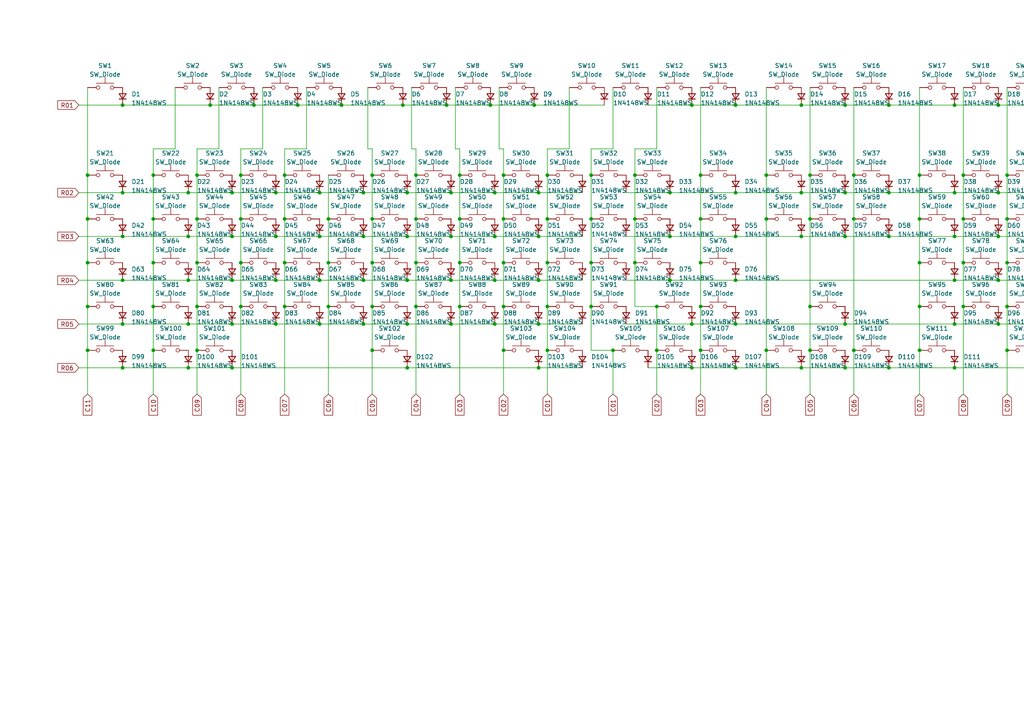
<source format=kicad_sch>
(kicad_sch (version 20231120) (generator "eeschema") (generator_version "8.0")
  (paper "A4")
  (junction (at 232.41 55.88) (diameter 0.9144))
  (junction (at 355.6 259.08) (diameter 0.9144))
  (junction (at 95.25 76.2) (diameter 0.9144))
  (junction (at 292.1 76.2) (diameter 0.9144))
  (junction (at 314.96 68.58) (diameter 0.9144))
  (junction (at 92.71 93.98) (diameter 0.9144))
  (junction (at 200.66 30.48) (diameter 0.9144))
  (junction (at 266.7 88.9) (diameter 0.9144))
  (junction (at 146.05 88.9) (diameter 0.9144))
  (junction (at 292.1 88.9) (diameter 0.9144))
  (junction (at 158.75 50.8) (diameter 0.9144))
  (junction (at -27.94 194.31) (diameter 0.9144))
  (junction (at 184.15 63.5) (diameter 0.9144))
  (junction (at -25.4 102.87) (diameter 0.9144))
  (junction (at 67.31 55.88) (diameter 0.9144))
  (junction (at 232.41 68.58) (diameter 0.9144))
  (junction (at 35.56 68.58) (diameter 0.9144))
  (junction (at 69.85 50.8) (diameter 0.9144))
  (junction (at 276.86 93.98) (diameter 0.9144))
  (junction (at 304.8 50.8) (diameter 0.9144))
  (junction (at 35.56 106.68) (diameter 0.9144))
  (junction (at 146.05 63.5) (diameter 0.9144))
  (junction (at 247.65 63.5) (diameter 0.9144))
  (junction (at 279.4 88.9) (diameter 0.9144))
  (junction (at 200.66 106.68) (diameter 0.9144))
  (junction (at 156.21 106.68) (diameter 0.9144))
  (junction (at 190.5 88.9) (diameter 0.9144))
  (junction (at 92.71 81.28) (diameter 0.9144))
  (junction (at 184.15 76.2) (diameter 0.9144))
  (junction (at 213.36 81.28) (diameter 0.9144))
  (junction (at 200.66 93.98) (diameter 0.9144))
  (junction (at 257.81 106.68) (diameter 0.9144))
  (junction (at 133.35 76.2) (diameter 0.9144))
  (junction (at 57.15 50.8) (diameter 0.9144))
  (junction (at 105.41 93.98) (diameter 0.9144))
  (junction (at 80.01 68.58) (diameter 0.9144))
  (junction (at 120.65 76.2) (diameter 0.9144))
  (junction (at 44.45 76.2) (diameter 0.9144))
  (junction (at 266.7 101.6) (diameter 0.9144))
  (junction (at -135.89 116.84) (diameter 0.9144))
  (junction (at 245.11 55.88) (diameter 0.9144))
  (junction (at 171.45 63.5) (diameter 0.9144))
  (junction (at 222.25 101.6) (diameter 0.9144))
  (junction (at 143.51 81.28) (diameter 0.9144))
  (junction (at 44.45 88.9) (diameter 0.9144))
  (junction (at 107.95 63.5) (diameter 0.9144))
  (junction (at 279.4 63.5) (diameter 0.9144))
  (junction (at 116.84 30.48) (diameter 0.9144))
  (junction (at 92.71 68.58) (diameter 0.9144))
  (junction (at 289.56 68.58) (diameter 0.9144))
  (junction (at 78.74 372.11))
  (junction (at 95.25 63.5) (diameter 0.9144))
  (junction (at 279.4 76.2) (diameter 0.9144))
  (junction (at 184.15 50.8) (diameter 0.9144))
  (junction (at 276.86 68.58) (diameter 0.9144))
  (junction (at 35.56 93.98) (diameter 0.9144))
  (junction (at 302.26 30.48) (diameter 0.9144))
  (junction (at 213.36 30.48) (diameter 0.9144))
  (junction (at 213.36 68.58) (diameter 0.9144))
  (junction (at 118.11 68.58) (diameter 0.9144))
  (junction (at 289.56 81.28) (diameter 0.9144))
  (junction (at 54.61 81.28) (diameter 0.9144))
  (junction (at 146.05 101.6) (diameter 0.9144))
  (junction (at 118.11 81.28) (diameter 0.9144))
  (junction (at 245.11 93.98) (diameter 0.9144))
  (junction (at 403.86 180.34) (diameter 0.9144))
  (junction (at 302.26 81.28) (diameter 0.9144))
  (junction (at -151.13 154.94) (diameter 0.9144))
  (junction (at 234.95 50.8) (diameter 0.9144))
  (junction (at 143.51 68.58) (diameter 0.9144))
  (junction (at 69.85 88.9) (diameter 0.9144))
  (junction (at 190.5 101.6) (diameter 0.9144))
  (junction (at 54.61 68.58) (diameter 0.9144))
  (junction (at 266.7 63.5) (diameter 0.9144))
  (junction (at 213.36 93.98) (diameter 0.9144))
  (junction (at 105.41 68.58) (diameter 0.9144))
  (junction (at 92.71 55.88) (diameter 0.9144))
  (junction (at 57.15 88.9) (diameter 0.9144))
  (junction (at 57.15 63.5) (diameter 0.9144))
  (junction (at 304.8 63.5) (diameter 0.9144))
  (junction (at 234.95 63.5) (diameter 0.9144))
  (junction (at 234.95 88.9) (diameter 0.9144))
  (junction (at 67.31 106.68) (diameter 0.9144))
  (junction (at 67.31 93.98) (diameter 0.9144))
  (junction (at 82.55 76.2) (diameter 0.9144))
  (junction (at 118.11 93.98) (diameter 0.9144))
  (junction (at 247.65 101.6) (diameter 0.9144))
  (junction (at 25.4 63.5) (diameter 0.9144))
  (junction (at 194.31 55.88) (diameter 0.9144))
  (junction (at 82.55 63.5) (diameter 0.9144))
  (junction (at 279.4 50.8) (diameter 0.9144))
  (junction (at 171.45 50.8) (diameter 0.9144))
  (junction (at 44.45 63.5) (diameter 0.9144))
  (junction (at 276.86 106.68) (diameter 0.9144))
  (junction (at 203.2 50.8) (diameter 0.9144))
  (junction (at 118.11 106.68) (diameter 0.9144))
  (junction (at 25.4 50.8) (diameter 0.9144))
  (junction (at 82.55 50.8) (diameter 0.9144))
  (junction (at 158.75 88.9) (diameter 0.9144))
  (junction (at 222.25 50.8) (diameter 0.9144))
  (junction (at 67.31 68.58) (diameter 0.9144))
  (junction (at 143.51 55.88) (diameter 0.9144))
  (junction (at 133.35 50.8) (diameter 0.9144))
  (junction (at 387.35 247.65) (diameter 0.9144))
  (junction (at 257.81 55.88) (diameter 0.9144))
  (junction (at 129.54 30.48) (diameter 0.9144))
  (junction (at 289.56 93.98) (diameter 0.9144))
  (junction (at 57.15 76.2) (diameter 0.9144))
  (junction (at 80.01 81.28) (diameter 0.9144))
  (junction (at -69.85 118.11) (diameter 0.9144))
  (junction (at 146.05 50.8) (diameter 0.9144))
  (junction (at 35.56 81.28) (diameter 0.9144))
  (junction (at 289.56 55.88) (diameter 0.9144))
  (junction (at 69.85 63.5) (diameter 0.9144))
  (junction (at 54.61 106.68) (diameter 0.9144))
  (junction (at 245.11 30.48) (diameter 0.9144))
  (junction (at 44.45 50.8) (diameter 0.9144))
  (junction (at 342.9 262.89) (diameter 0.9144))
  (junction (at 118.11 55.88) (diameter 0.9144))
  (junction (at 203.2 88.9) (diameter 0.9144))
  (junction (at 232.41 30.48) (diameter 0.9144))
  (junction (at 120.65 88.9) (diameter 0.9144))
  (junction (at 133.35 63.5) (diameter 0.9144))
  (junction (at 384.81 339.09) (diameter 0.9144))
  (junction (at 177.8 101.6) (diameter 0.9144))
  (junction (at 80.01 93.98) (diameter 0.9144))
  (junction (at 130.81 55.88) (diameter 0.9144))
  (junction (at 54.61 93.98) (diameter 0.9144))
  (junction (at 156.21 68.58) (diameter 0.9144))
  (junction (at 276.86 55.88) (diameter 0.9144))
  (junction (at 213.36 106.68) (diameter 0.9144))
  (junction (at 67.31 81.28) (diameter 0.9144))
  (junction (at 292.1 101.6) (diameter 0.9144))
  (junction (at 130.81 81.28) (diameter 0.9144))
  (junction (at 107.95 76.2) (diameter 0.9144))
  (junction (at 388.62 198.12) (diameter 0.9144))
  (junction (at 105.41 55.88) (diameter 0.9144))
  (junction (at 130.81 93.98) (diameter 0.9144))
  (junction (at 292.1 50.8) (diameter 0.9144))
  (junction (at 194.31 68.58) (diameter 0.9144))
  (junction (at 304.8 88.9) (diameter 0.9144))
  (junction (at -158.75 154.94) (diameter 0.9144))
  (junction (at 86.36 30.48) (diameter 0.9144))
  (junction (at 203.2 101.6) (diameter 0.9144))
  (junction (at 120.65 63.5) (diameter 0.9144))
  (junction (at 60.96 30.48) (diameter 0.9144))
  (junction (at 57.15 101.6) (diameter 0.9144))
  (junction (at 120.65 50.8) (diameter 0.9144))
  (junction (at 176.53 232.41))
  (junction (at 302.26 68.58) (diameter 0.9144))
  (junction (at 142.24 30.48) (diameter 0.9144))
  (junction (at 203.2 63.5) (diameter 0.9144))
  (junction (at 80.01 55.88) (diameter 0.9144))
  (junction (at 292.1 63.5) (diameter 0.9144))
  (junction (at 302.26 106.68) (diameter 0.9144))
  (junction (at 257.81 68.58) (diameter 0.9144))
  (junction (at 158.75 101.6) (diameter 0.9144))
  (junction (at 213.36 55.88) (diameter 0.9144))
  (junction (at 266.7 50.8) (diameter 0.9144))
  (junction (at 403.86 172.72) (diameter 0.9144))
  (junction (at 133.35 88.9) (diameter 0.9144))
  (junction (at 107.95 88.9) (diameter 0.9144))
  (junction (at 154.94 30.48) (diameter 0.9144))
  (junction (at 69.85 76.2) (diameter 0.9144))
  (junction (at 25.4 76.2) (diameter 0.9144))
  (junction (at 245.11 106.68) (diameter 0.9144))
  (junction (at 276.86 30.48) (diameter 0.9144))
  (junction (at 232.41 106.68) (diameter 0.9144))
  (junction (at 314.96 93.98) (diameter 0.9144))
  (junction (at 314.96 30.48) (diameter 0.9144))
  (junction (at 156.21 93.98) (diameter 0.9144))
  (junction (at 95.25 88.9) (diameter 0.9144))
  (junction (at 130.81 68.58) (diameter 0.9144))
  (junction (at 257.81 30.48) (diameter 0.9144))
  (junction (at 107.95 50.8) (diameter 0.9144))
  (junction (at -135.89 129.54) (diameter 0.9144))
  (junction (at -135.89 137.16) (diameter 0.9144))
  (junction (at 355.6 266.7) (diameter 0.9144))
  (junction (at 109.22 372.11))
  (junction (at 105.41 81.28) (diameter 0.9144))
  (junction (at 107.95 101.6) (diameter 0.9144))
  (junction (at 35.56 30.48) (diameter 0.9144))
  (junction (at 266.7 76.2) (diameter 0.9144))
  (junction (at -57.15 114.3) (diameter 0.9144))
  (junction (at 158.75 63.5) (diameter 0.9144))
  (junction (at 44.45 101.6) (diameter 0.9144))
  (junction (at 82.55 88.9) (diameter 0.9144))
  (junction (at 146.05 76.2) (diameter 0.9144))
  (junction (at 314.96 55.88) (diameter 0.9144))
  (junction (at 171.45 88.9) (diameter 0.9144))
  (junction (at 194.31 81.28) (diameter 0.9144))
  (junction (at 158.75 76.2) (diameter 0.9144))
  (junction (at -57.15 121.92) (diameter 0.9144))
  (junction (at 156.21 55.88) (diameter 0.9144))
  (junction (at 25.4 88.9) (diameter 0.9144))
  (junction (at 171.45 76.2) (diameter 0.9144))
  (junction (at 203.2 76.2) (diameter 0.9144))
  (junction (at 143.51 93.98) (diameter 0.9144))
  (junction (at 234.95 101.6) (diameter 0.9144))
  (junction (at 25.4 101.6) (diameter 0.9144))
  (junction (at 222.25 63.5) (diameter 0.9144))
  (junction (at 156.21 81.28) (diameter 0.9144))
  (junction (at 54.61 55.88) (diameter 0.9144))
  (junction (at 289.56 30.48) (diameter 0.9144))
  (junction (at 99.06 30.48) (diameter 0.9144))
  (junction (at 73.66 30.48) (diameter 0.9144))
  (junction (at 35.56 55.88) (diameter 0.9144))
  (junction (at 302.26 55.88) (diameter 0.9144))
  (junction (at 302.26 93.98) (diameter 0.9144))
  (junction (at 276.86 81.28) (diameter 0.9144))
  (junction (at 247.65 50.8) (diameter 0.9144))
  (junction (at 245.11 68.58) (diameter 0.9144))
  (no_connect (at 402.59 311.15))
  (no_connect (at -96.52 232.41))
  (no_connect (at -40.64 110.49))
  (no_connect (at 372.11 270.51))
  (no_connect (at -40.64 125.73))
  (no_connect (at 403.86 190.5))
  (no_connect (at -10.16 163.83))
  (no_connect (at 403.86 187.96))
  (no_connect (at 402.59 308.61))
  (no_connect (at -10.16 166.37))
  (no_connect (at 372.11 255.27))
  (no_connect (at 402.59 285.75))
  (no_connect (at 402.59 288.29))
  (no_connect (at 402.59 290.83))
  (no_connect (at 402.59 293.37))
  (no_connect (at 402.59 298.45))
  (no_connect (at 402.59 316.23))
  (no_connect (at 402.59 318.77))
  (no_connect (at 402.59 321.31))
  (no_connect (at 402.59 323.85))
  (no_connect (at 402.59 326.39))
  (no_connect (at -135.89 144.78))
  (no_connect (at -135.89 147.32))
  (wire (pts (xy 156.21 93.98) (xy 168.91 93.98)))
  (wire (pts (xy 118.11 68.58) (xy 130.81 68.58)))
  (wire (pts (xy 289.56 68.58) (xy 302.26 68.58)))
  (wire (pts (xy 109.22 372.11) (xy 121.92 372.11)))
  (wire (pts (xy 69.85 43.18) (xy 69.85 50.8)))
  (wire (pts (xy 69.85 50.8) (xy 69.85 63.5)))
  (wire (pts (xy 69.85 63.5) (xy 69.85 76.2)))
  (wire (pts (xy 69.85 76.2) (xy 69.85 88.9)))
  (wire (pts (xy 69.85 88.9) (xy 69.85 114.3)))
  (wire (pts (xy 76.2 25.4) (xy 76.2 43.18)))
  (wire (pts (xy 76.2 43.18) (xy 69.85 43.18)))
  (wire (pts (xy 302.26 93.98) (xy 314.96 93.98)))
  (wire (pts (xy 92.71 93.98) (xy 105.41 93.98)))
  (wire (pts (xy 368.3 260.35) (xy 372.11 260.35)))
  (wire (pts (xy 80.01 93.98) (xy 92.71 93.98)))
  (wire (pts (xy 181.61 81.28) (xy 194.31 81.28)))
  (wire (pts (xy 92.71 68.58) (xy 105.41 68.58)))
  (wire (pts (xy 121.92 232.41) (xy 121.92 260.35)))
  (wire (pts (xy 25.4 372.11) (xy 78.74 372.11)))
  (wire (pts (xy 372.11 288.29) (xy 367.03 288.29)))
  (wire (pts (xy 350.52 259.08) (xy 355.6 259.08)))
  (wire (pts (xy 190.5 260.35) (xy 191.77 260.35)))
  (wire (pts (xy 190.5 288.29) (xy 190.5 260.35)))
  (wire (pts (xy 191.77 288.29) (xy 190.5 288.29)))
  (wire (pts (xy 184.15 88.9) (xy 190.5 88.9)))
  (wire (pts (xy 118.11 93.98) (xy 130.81 93.98)))
  (wire (pts (xy 146.05 43.18) (xy 144.78 43.18)))
  (wire (pts (xy 257.81 106.68) (xy 276.86 106.68)))
  (wire (pts (xy 101.6 316.23) (xy 101.6 344.17)))
  (wire (pts (xy 176.53 232.41) (xy 176.53 212.09)))
  (wire (pts (xy 133.35 43.18) (xy 133.35 50.8)))
  (wire (pts (xy 133.35 50.8) (xy 133.35 63.5)))
  (wire (pts (xy 133.35 63.5) (xy 133.35 76.2)))
  (wire (pts (xy 133.35 76.2) (xy 133.35 88.9)))
  (wire (pts (xy 133.35 88.9) (xy 133.35 114.3)))
  (wire (pts (xy 144.78 25.4) (xy 144.78 43.18)))
  (wire (pts (xy 167.64 372.11) (xy 168.91 372.11)))
  (wire (pts (xy 168.91 344.17) (xy 152.4 344.17)))
  (wire (pts (xy 168.91 372.11) (xy 168.91 344.17)))
  (wire (pts (xy 67.31 106.68) (xy 118.11 106.68)))
  (wire (pts (xy 105.41 68.58) (xy 118.11 68.58)))
  (wire (pts (xy 35.56 106.68) (xy 54.61 106.68)))
  (wire (pts (xy 54.61 93.98) (xy 67.31 93.98)))
  (wire (pts (xy 289.56 93.98) (xy 302.26 93.98)))
  (wire (pts (xy 44.45 43.18) (xy 44.45 50.8)))
  (wire (pts (xy 44.45 50.8) (xy 44.45 63.5)))
  (wire (pts (xy 44.45 63.5) (xy 44.45 76.2)))
  (wire (pts (xy 44.45 76.2) (xy 44.45 88.9)))
  (wire (pts (xy 44.45 88.9) (xy 44.45 101.6)))
  (wire (pts (xy 44.45 101.6) (xy 44.45 114.3)))
  (wire (pts (xy 54.61 68.58) (xy 67.31 68.58)))
  (wire (pts (xy 109.22 392.43) (xy 109.22 372.11)))
  (wire (pts (xy -62.23 114.3) (xy -57.15 114.3)))
  (wire (pts (xy 95.25 50.8) (xy 95.25 63.5)))
  (wire (pts (xy 95.25 63.5) (xy 95.25 76.2)))
  (wire (pts (xy 95.25 76.2) (xy 95.25 88.9)))
  (wire (pts (xy 95.25 88.9) (xy 95.25 114.3)))
  (wire (pts (xy 106.68 25.4) (xy 106.68 43.18)))
  (wire (pts (xy 187.96 30.48) (xy 200.66 30.48)))
  (wire (pts (xy 200.66 30.48) (xy 213.36 30.48)))
  (wire (pts (xy 213.36 30.48) (xy 232.41 30.48)))
  (wire (pts (xy 232.41 30.48) (xy 245.11 30.48)))
  (wire (pts (xy 245.11 30.48) (xy 257.81 30.48)))
  (wire (pts (xy 257.81 30.48) (xy 276.86 30.48)))
  (wire (pts (xy 276.86 30.48) (xy 289.56 30.48)))
  (wire (pts (xy 289.56 30.48) (xy 302.26 30.48)))
  (wire (pts (xy 302.26 30.48) (xy 314.96 30.48)))
  (wire (pts (xy 314.96 30.48) (xy 317.5 30.48)))
  (wire (pts (xy -27.94 102.87) (xy -25.4 102.87)))
  (wire (pts (xy -25.4 102.87) (xy -22.86 102.87)))
  (wire (pts (xy 252.73 288.29) (xy 252.73 316.23)))
  (wire (pts (xy 252.73 316.23) (xy 237.49 316.23)))
  (wire (pts (xy -113.03 344.17) (xy -113.03 372.11)))
  (wire (pts (xy -113.03 372.11) (xy -111.76 372.11)))
  (wire (pts (xy -111.76 344.17) (xy -113.03 344.17)))
  (wire (pts (xy 276.86 68.58) (xy 289.56 68.58)))
  (wire (pts (xy 203.2 25.4) (xy 203.2 50.8)))
  (wire (pts (xy 203.2 50.8) (xy 203.2 63.5)))
  (wire (pts (xy 203.2 63.5) (xy 203.2 76.2)))
  (wire (pts (xy 203.2 76.2) (xy 203.2 88.9)))
  (wire (pts (xy 203.2 88.9) (xy 203.2 101.6)))
  (wire (pts (xy 203.2 101.6) (xy 203.2 114.3)))
  (wire (pts (xy 245.11 93.98) (xy 276.86 93.98)))
  (wire (pts (xy 105.41 93.98) (xy 118.11 93.98)))
  (wire (pts (xy 67.31 93.98) (xy 80.01 93.98)))
  (wire (pts (xy 367.03 288.29) (xy 367.03 290.83)))
  (wire (pts (xy 213.36 68.58) (xy 232.41 68.58)))
  (wire (pts (xy 35.56 93.98) (xy 54.61 93.98)))
  (wire (pts (xy 118.11 106.68) (xy 156.21 106.68)))
  (wire (pts (xy 120.65 43.18) (xy 120.65 50.8)))
  (wire (pts (xy 120.65 50.8) (xy 120.65 63.5)))
  (wire (pts (xy 120.65 63.5) (xy 120.65 76.2)))
  (wire (pts (xy 120.65 76.2) (xy 120.65 88.9)))
  (wire (pts (xy 120.65 88.9) (xy 120.65 114.3)))
  (wire (pts (xy 132.08 25.4) (xy 132.08 43.18)))
  (wire (pts (xy -69.85 114.3) (xy -69.85 118.11)))
  (wire (pts (xy -69.85 118.11) (xy -69.85 121.92)))
  (wire (pts (xy -69.85 121.92) (xy -67.31 121.92)))
  (wire (pts (xy -67.31 114.3) (xy -69.85 114.3)))
  (wire (pts (xy 156.21 68.58) (xy 168.91 68.58)))
  (wire (pts (xy 381 198.12) (xy 388.62 198.12)))
  (wire (pts (xy 266.7 25.4) (xy 266.7 50.8)))
  (wire (pts (xy 266.7 50.8) (xy 266.7 63.5)))
  (wire (pts (xy 266.7 63.5) (xy 266.7 76.2)))
  (wire (pts (xy 266.7 76.2) (xy 266.7 88.9)))
  (wire (pts (xy 266.7 88.9) (xy 266.7 101.6)))
  (wire (pts (xy 266.7 101.6) (xy 266.7 114.3)))
  (wire (pts (xy 156.21 106.68) (xy 168.91 106.68)))
  (wire (pts (xy 355.6 266.7) (xy 350.52 266.7)))
  (wire (pts (xy 302.26 106.68) (xy 317.5 106.68)))
  (wire (pts (xy 54.61 106.68) (xy 67.31 106.68)))
  (wire (pts (xy 143.51 68.58) (xy 156.21 68.58)))
  (wire (pts (xy 302.26 68.58) (xy 314.96 68.58)))
  (wire (pts (xy 176.53 232.41) (xy 191.77 232.41)))
  (wire (pts (xy 177.8 101.6) (xy 177.8 114.3)))
  (wire (pts (xy -113.03 288.29) (xy -111.76 288.29)))
  (wire (pts (xy -113.03 316.23) (xy -113.03 288.29)))
  (wire (pts (xy -111.76 316.23) (xy -113.03 316.23)))
  (wire (pts (xy 92.71 81.28) (xy 105.41 81.28)))
  (wire (pts (xy 130.81 68.58) (xy 143.51 68.58)))
  (wire (pts (xy 181.61 93.98) (xy 200.66 93.98)))
  (wire (pts (xy 200.66 93.98) (xy 213.36 93.98)))
  (wire (pts (xy 167.64 232.41) (xy 176.53 232.41)))
  (wire (pts (xy 387.35 247.65) (xy 389.89 247.65)))
  (wire (pts (xy 156.21 81.28) (xy 168.91 81.28)))
  (wire (pts (xy 213.36 81.28) (xy 276.86 81.28)))
  (wire (pts (xy 184.15 43.18) (xy 184.15 50.8)))
  (wire (pts (xy 184.15 50.8) (xy 184.15 63.5)))
  (wire (pts (xy 184.15 63.5) (xy 184.15 76.2)))
  (wire (pts (xy 184.15 76.2) (xy 184.15 88.9)))
  (wire (pts (xy 190.5 25.4) (xy 190.5 43.18)))
  (wire (pts (xy 190.5 43.18) (xy 184.15 43.18)))
  (wire (pts (xy 252.73 232.41) (xy 252.73 260.35)))
  (wire (pts (xy 252.73 344.17) (xy 252.73 372.11)))
  (wire (pts (xy 252.73 372.11) (xy 237.49 372.11)))
  (wire (pts (xy 22.86 55.88) (xy 35.56 55.88)))
  (wire (pts (xy 289.56 81.28) (xy 302.26 81.28)))
  (wire (pts (xy 355.6 259.08) (xy 368.3 259.08)))
  (wire (pts (xy 345.44 259.08) (xy 342.9 259.08)))
  (wire (pts (xy 276.86 93.98) (xy 289.56 93.98)))
  (wire (pts (xy 143.51 93.98) (xy 156.21 93.98)))
  (wire (pts (xy 200.66 106.68) (xy 213.36 106.68)))
  (wire (pts (xy 67.31 68.58) (xy 80.01 68.58)))
  (wire (pts (xy 419.1 295.91) (xy 402.59 295.91)))
  (wire (pts (xy 187.96 212.09) (xy 176.53 212.09)))
  (wire (pts (xy 67.31 81.28) (xy 80.01 81.28)))
  (wire (pts (xy 279.4 25.4) (xy 279.4 50.8)))
  (wire (pts (xy 279.4 50.8) (xy 279.4 63.5)))
  (wire (pts (xy 279.4 63.5) (xy 279.4 76.2)))
  (wire (pts (xy 279.4 76.2) (xy 279.4 88.9)))
  (wire (pts (xy 279.4 88.9) (xy 279.4 114.3)))
  (wire (pts (xy 22.86 106.68) (xy 35.56 106.68)))
  (wire (pts (xy 245.11 106.68) (xy 257.81 106.68)))
  (wire (pts (xy 171.45 43.18) (xy 171.45 50.8)))
  (wire (pts (xy 171.45 50.8) (xy 171.45 63.5)))
  (wire (pts (xy 171.45 63.5) (xy 171.45 76.2)))
  (wire (pts (xy 171.45 76.2) (xy 171.45 88.9)))
  (wire (pts (xy 171.45 88.9) (xy 171.45 101.6)))
  (wire (pts (xy 177.8 25.4) (xy 177.8 43.18)))
  (wire (pts (xy 177.8 43.18) (xy 171.45 43.18)))
  (wire (pts (xy 292.1 25.4) (xy 292.1 50.8)))
  (wire (pts (xy 292.1 50.8) (xy 292.1 63.5)))
  (wire (pts (xy 292.1 63.5) (xy 292.1 76.2)))
  (wire (pts (xy 292.1 76.2) (xy 292.1 88.9)))
  (wire (pts (xy 292.1 88.9) (xy 292.1 101.6)))
  (wire (pts (xy 292.1 101.6) (xy 292.1 114.3)))
  (wire (pts (xy 158.75 43.18) (xy 158.75 50.8)))
  (wire (pts (xy 158.75 50.8) (xy 158.75 63.5)))
  (wire (pts (xy 158.75 63.5) (xy 158.75 76.2)))
  (wire (pts (xy 158.75 76.2) (xy 158.75 88.9)))
  (wire (pts (xy 158.75 88.9) (xy 158.75 101.6)))
  (wire (pts (xy 158.75 101.6) (xy 158.75 114.3)))
  (wire (pts (xy 165.1 25.4) (xy 165.1 43.18)))
  (wire (pts (xy 165.1 43.18) (xy 158.75 43.18)))
  (wire (pts (xy 106.68 43.18) (xy 107.95 43.18)))
  (wire (pts (xy 384.81 247.65) (xy 387.35 247.65)))
  (wire (pts (xy 190.5 88.9) (xy 190.5 101.6)))
  (wire (pts (xy 190.5 101.6) (xy 190.5 114.3)))
  (wire (pts (xy 78.74 372.11) (xy 78.74 392.43)))
  (wire (pts (xy 67.31 392.43) (xy 78.74 392.43)))
  (wire (pts (xy 22.86 93.98) (xy 35.56 93.98)))
  (wire (pts (xy 276.86 81.28) (xy 289.56 81.28)))
  (wire (pts (xy -57.15 114.3) (xy -44.45 114.3)))
  (wire (pts (xy -44.45 114.3) (xy -44.45 115.57)))
  (wire (pts (xy -44.45 115.57) (xy -40.64 115.57)))
  (wire (pts (xy -135.89 129.54) (xy -135.89 132.08)))
  (wire (pts (xy -57.15 121.92) (xy -62.23 121.92)))
  (wire (pts (xy -44.45 120.65) (xy -44.45 121.92)))
  (wire (pts (xy -44.45 121.92) (xy -57.15 121.92)))
  (wire (pts (xy -40.64 120.65) (xy -44.45 120.65)))
  (wire (pts (xy 121.92 288.29) (xy 121.92 344.17)))
  (wire (pts (xy 121.92 344.17) (xy 137.16 344.17)))
  (wire (pts (xy 107.95 43.18) (xy 107.95 50.8)))
  (wire (pts (xy 107.95 50.8) (xy 107.95 63.5)))
  (wire (pts (xy 107.95 63.5) (xy 107.95 76.2)))
  (wire (pts (xy 107.95 76.2) (xy 107.95 88.9)))
  (wire (pts (xy 107.95 88.9) (xy 107.95 101.6)))
  (wire (pts (xy 107.95 101.6) (xy 107.95 114.3)))
  (wire (pts (xy 119.38 25.4) (xy 119.38 43.18)))
  (wire (pts (xy 368.3 265.43) (xy 368.3 266.7)))
  (wire (pts (xy 342.9 259.08) (xy 342.9 262.89)))
  (wire (pts (xy 187.96 106.68) (xy 200.66 106.68)))
  (wire (pts (xy 146.05 43.18) (xy 146.05 50.8)))
  (wire (pts (xy 146.05 50.8) (xy 146.05 63.5)))
  (wire (pts (xy 146.05 63.5) (xy 146.05 76.2)))
  (wire (pts (xy 146.05 76.2) (xy 146.05 88.9)))
  (wire (pts (xy 146.05 88.9) (xy 146.05 101.6)))
  (wire (pts (xy 146.05 101.6) (xy 146.05 114.3)))
  (wire (pts (xy 132.08 43.18) (xy 133.35 43.18)))
  (wire (pts (xy 213.36 106.68) (xy 232.41 106.68)))
  (wire (pts (xy 80.01 68.58) (xy 92.71 68.58)))
  (wire (pts (xy 232.41 68.58) (xy 245.11 68.58)))
  (wire (pts (xy 57.15 43.18) (xy 57.15 50.8)))
  (wire (pts (xy 57.15 50.8) (xy 57.15 63.5)))
  (wire (pts (xy 57.15 63.5) (xy 57.15 76.2)))
  (wire (pts (xy 57.15 76.2) (xy 57.15 88.9)))
  (wire (pts (xy 57.15 88.9) (xy 57.15 101.6)))
  (wire (pts (xy 57.15 101.6) (xy 57.15 114.3)))
  (wire (pts (xy 63.5 25.4) (xy 63.5 43.18)))
  (wire (pts (xy 63.5 43.18) (xy 57.15 43.18)))
  (wire (pts (xy 130.81 81.28) (xy 143.51 81.28)))
  (wire (pts (xy 181.61 55.88) (xy 194.31 55.88)))
  (wire (pts (xy 194.31 55.88) (xy 213.36 55.88)))
  (wire (pts (xy 213.36 55.88) (xy 232.41 55.88)))
  (wire (pts (xy 232.41 55.88) (xy 245.11 55.88)))
  (wire (pts (xy 245.11 55.88) (xy 257.81 55.88)))
  (wire (pts (xy 257.81 55.88) (xy 276.86 55.88)))
  (wire (pts (xy 276.86 55.88) (xy 289.56 55.88)))
  (wire (pts (xy 289.56 55.88) (xy 302.26 55.88)))
  (wire (pts (xy 302.26 55.88) (xy 314.96 55.88)))
  (wire (pts (xy 314.96 55.88) (xy 317.5 55.88)))
  (wire (pts (xy 22.86 81.28) (xy 35.56 81.28)))
  (wire (pts (xy 245.11 68.58) (xy 257.81 68.58)))
  (wire (pts (xy 54.61 81.28) (xy 67.31 81.28)))
  (wire (pts (xy 22.86 30.48) (xy 35.56 30.48)))
  (wire (pts (xy 35.56 30.48) (xy 60.96 30.48)))
  (wire (pts (xy 60.96 30.48) (xy 73.66 30.48)))
  (wire (pts (xy 73.66 30.48) (xy 86.36 30.48)))
  (wire (pts (xy 86.36 30.48) (xy 99.06 30.48)))
  (wire (pts (xy 99.06 30.48) (xy 116.84 30.48)))
  (wire (pts (xy 116.84 30.48) (xy 129.54 30.48)))
  (wire (pts (xy 129.54 30.48) (xy 142.24 30.48)))
  (wire (pts (xy 142.24 30.48) (xy 154.94 30.48)))
  (wire (pts (xy 154.94 30.48) (xy 175.26 30.48)))
  (wire (pts (xy 342.9 262.89) (xy 342.9 266.7)))
  (wire (pts (xy 403.86 177.8) (xy 403.86 180.34)))
  (wire (pts (xy 234.95 25.4) (xy 234.95 50.8)))
  (wire (pts (xy 234.95 50.8) (xy 234.95 63.5)))
  (wire (pts (xy 234.95 63.5) (xy 234.95 88.9)))
  (wire (pts (xy 234.95 88.9) (xy 234.95 101.6)))
  (wire (pts (xy 234.95 101.6) (xy 234.95 114.3)))
  (wire (pts (xy -45.72 143.51) (xy -45.72 146.05)))
  (wire (pts (xy -40.64 143.51) (xy -45.72 143.51)))
  (wire (pts (xy 257.81 68.58) (xy 276.86 68.58)))
  (wire (pts (xy -135.89 134.62) (xy -135.89 137.16)))
  (wire (pts (xy 194.31 81.28) (xy 213.36 81.28)))
  (wire (pts (xy 276.86 106.68) (xy 302.26 106.68)))
  (wire (pts (xy 384.81 339.09) (xy 387.35 339.09)))
  (wire (pts (xy -27.94 194.31) (xy -25.4 194.31)))
  (wire (pts (xy 101.6 260.35) (xy 101.6 288.29)))
  (wire (pts (xy 50.8 25.4) (xy 50.8 43.18)))
  (wire (pts (xy 50.8 43.18) (xy 44.45 43.18)))
  (wire (pts (xy 213.36 93.98) (xy 245.11 93.98)))
  (wire (pts (xy 314.96 68.58) (xy 317.5 68.58)))
  (wire (pts (xy 314.96 93.98) (xy 317.5 93.98)))
  (wire (pts (xy 304.8 25.4) (xy 304.8 50.8)))
  (wire (pts (xy 304.8 50.8) (xy 304.8 63.5)))
  (wire (pts (xy 304.8 63.5) (xy 304.8 88.9)))
  (wire (pts (xy 304.8 88.9) (xy 304.8 114.3)))
  (wire (pts (xy 403.86 172.72) (xy 403.86 175.26)))
  (wire (pts (xy 35.56 81.28) (xy 54.61 81.28)))
  (wire (pts (xy 35.56 68.58) (xy 54.61 68.58)))
  (wire (pts (xy 222.25 25.4) (xy 222.25 50.8)))
  (wire (pts (xy 222.25 50.8) (xy 222.25 63.5)))
  (wire (pts (xy 222.25 63.5) (xy 222.25 101.6)))
  (wire (pts (xy 222.25 101.6) (xy 222.25 114.3)))
  (wire (pts (xy 22.86 68.58) (xy 35.56 68.58)))
  (wire (pts (xy 194.31 68.58) (xy 213.36 68.58)))
  (wire (pts (xy 302.26 81.28) (xy 317.5 81.28)))
  (wire (pts (xy 143.51 81.28) (xy 156.21 81.28)))
  (wire (pts (xy 118.11 81.28) (xy 130.81 81.28)))
  (wire (pts (xy 247.65 25.4) (xy 247.65 50.8)))
  (wire (pts (xy 247.65 50.8) (xy 247.65 63.5)))
  (wire (pts (xy 247.65 63.5) (xy 247.65 101.6)))
  (wire (pts (xy 247.65 101.6) (xy 247.65 114.3)))
  (wire (pts (xy 368.3 259.08) (xy 368.3 260.35)))
  (wire (pts (xy -158.75 154.94) (xy -151.13 154.94)))
  (wire (pts (xy 171.45 101.6) (xy 177.8 101.6)))
  (wire (pts (xy 78.74 372.11) (xy 109.22 372.11)))
  (wire (pts (xy 25.4 25.4) (xy 25.4 50.8)))
  (wire (pts (xy 25.4 50.8) (xy 25.4 63.5)))
  (wire (pts (xy 25.4 63.5) (xy 25.4 76.2)))
  (wire (pts (xy 25.4 76.2) (xy 25.4 88.9)))
  (wire (pts (xy 25.4 88.9) (xy 25.4 101.6)))
  (wire (pts (xy 25.4 101.6) (xy 25.4 114.3)))
  (wire (pts (xy 119.38 43.18) (xy 120.65 43.18)))
  (wire (pts (xy 80.01 81.28) (xy 92.71 81.28)))
  (wire (pts (xy 368.3 266.7) (xy 355.6 266.7)))
  (wire (pts (xy 181.61 68.58) (xy 194.31 68.58)))
  (wire (pts (xy 130.81 93.98) (xy 143.51 93.98)))
  (wire (pts (xy 232.41 106.68) (xy 245.11 106.68)))
  (wire (pts (xy 35.56 55.88) (xy 54.61 55.88)))
  (wire (pts (xy 54.61 55.88) (xy 67.31 55.88)))
  (wire (pts (xy 67.31 55.88) (xy 80.01 55.88)))
  (wire (pts (xy 80.01 55.88) (xy 92.71 55.88)))
  (wire (pts (xy 92.71 55.88) (xy 105.41 55.88)))
  (wire (pts (xy 105.41 55.88) (xy 118.11 55.88)))
  (wire (pts (xy 118.11 55.88) (xy 130.81 55.88)))
  (wire (pts (xy 130.81 55.88) (xy 143.51 55.88)))
  (wire (pts (xy 143.51 55.88) (xy 156.21 55.88)))
  (wire (pts (xy 156.21 55.88) (xy 168.91 55.88)))
  (wire (pts (xy 82.55 43.18) (xy 82.55 50.8)))
  (wire (pts (xy 82.55 50.8) (xy 82.55 63.5)))
  (wire (pts (xy 82.55 63.5) (xy 82.55 76.2)))
  (wire (pts (xy 82.55 76.2) (xy 82.55 88.9)))
  (wire (pts (xy 82.55 88.9) (xy 82.55 114.3)))
  (wire (pts (xy 88.9 25.4) (xy 88.9 43.18)))
  (wire (pts (xy 88.9 43.18) (xy 82.55 43.18)))
  (wire (pts (xy 342.9 266.7) (xy 345.44 266.7)))
  (wire (pts (xy 105.41 81.28) (xy 118.11 81.28)))
  (wire (pts (xy 167.64 260.35) (xy 168.91 260.35)))
  (wire (pts (xy 168.91 260.35) (xy 168.91 288.29)))
  (wire (pts (xy 168.91 288.29) (xy 167.64 288.29)))
  (wire (pts (xy 190.5 316.23) (xy 190.5 344.17)))
  (wire (pts (xy 190.5 344.17) (xy 191.77 344.17)))
  (wire (pts (xy 191.77 316.23) (xy 190.5 316.23)))
  (wire (pts (xy 372.11 265.43) (xy 368.3 265.43)))
  (global_label "R07" (shape input) (at -10.16 140.97 0) (property "Intersheetrefs" "${INTERSHEET_REFS}" (effects (hide yes))))
  (global_label "R01" (shape input) (at 22.86 30.48 180) (property "Intersheetrefs" "${INTERSHEET_REFS}" (effects (hide yes))))
  (global_label "C10" (shape input) (at 44.45 114.3 270) (property "Intersheetrefs" "${INTERSHEET_REFS}" (effects (hide yes))))
  (global_label "R08" (shape input) (at 402.59 255.27 0) (property "Intersheetrefs" "${INTERSHEET_REFS}" (effects (hide yes))))
  (global_label "C01" (shape input) (at 158.75 114.3 270) (property "Intersheetrefs" "${INTERSHEET_REFS}" (effects (hide yes))))
  (global_label "R11" (shape input) (at 402.59 262.89 0) (property "Intersheetrefs" "${INTERSHEET_REFS}" (effects (hide yes))))
  (global_label "R04" (shape input) (at 22.86 81.28 180) (property "Intersheetrefs" "${INTERSHEET_REFS}" (effects (hide yes))))
  (global_label "C07" (shape input) (at 82.55 114.3 270) (property "Intersheetrefs" "${INTERSHEET_REFS}" (effects (hide yes))))
  (global_label "R08" (shape input) (at 317.5 55.88 0) (property "Intersheetrefs" "${INTERSHEET_REFS}" (effects (hide yes))))
  (global_label "R04" (shape input) (at -10.16 184.15 0) (property "Intersheetrefs" "${INTERSHEET_REFS}" (effects (hide yes))))
  (global_label "R03" (shape input) (at -10.16 181.61 0) (property "Intersheetrefs" "${INTERSHEET_REFS}" (effects (hide yes))))
  (global_label "C09" (shape input) (at -10.16 123.19 0) (property "Intersheetrefs" "${INTERSHEET_REFS}" (effects (hide yes))))
  (global_label "C08" (shape input) (at 402.59 303.53 0) (property "Intersheetrefs" "${INTERSHEET_REFS}" (effects (hide yes))))
  (global_label "C05" (shape input) (at 402.59 270.51 0) (property "Intersheetrefs" "${INTERSHEET_REFS}" (effects (hide yes))))
  (global_label "C10" (shape input) (at 402.59 280.67 0) (property "Intersheetrefs" "${INTERSHEET_REFS}" (effects (hide yes))))
  (global_label "R07" (shape input) (at 317.5 30.48 0) (property "Intersheetrefs" "${INTERSHEET_REFS}" (effects (hide yes))))
  (global_label "C09" (shape input) (at 402.59 300.99 0) (property "Intersheetrefs" "${INTERSHEET_REFS}" (effects (hide yes))))
  (global_label "C03" (shape input) (at 133.35 114.3 270) (property "Intersheetrefs" "${INTERSHEET_REFS}" (effects (hide yes))))
  (global_label "F-KEY-SDA" (shape input) (at 207.01 372.11 180) (property "Intersheetrefs" "${INTERSHEET_REFS}" (effects (hide yes))))
  (global_label "R06" (shape input) (at 22.86 106.68 180) (property "Intersheetrefs" "${INTERSHEET_REFS}" (effects (hide yes))))
  (global_label "R06" (shape input) (at -10.16 133.35 0) (property "Intersheetrefs" "${INTERSHEET_REFS}" (effects (hide yes))))
  (global_label "R12" (shape input) (at 317.5 106.68 0) (property "Intersheetrefs" "${INTERSHEET_REFS}" (effects (hide yes))))
  (global_label "R02" (shape input) (at -10.16 179.07 0) (property "Intersheetrefs" "${INTERSHEET_REFS}" (effects (hide yes))))
  (global_label "C09" (shape input) (at 292.1 114.3 270) (property "Intersheetrefs" "${INTERSHEET_REFS}" (effects (hide yes))))
  (global_label "R10" (shape input) (at 317.5 81.28 0) (property "Intersheetrefs" "${INTERSHEET_REFS}" (effects (hide yes))))
  (global_label "C04" (shape input) (at 120.65 114.3 270) (property "Intersheetrefs" "${INTERSHEET_REFS}" (effects (hide yes))))
  (global_label "C01" (shape input) (at 177.8 114.3 270) (property "Intersheetrefs" "${INTERSHEET_REFS}" (effects (hide yes))))
  (global_label "C07" (shape input) (at 402.59 265.43 0) (property "Intersheetrefs" "${INTERSHEET_REFS}" (effects (hide yes))))
  (global_label "C05" (shape input) (at 107.95 114.3 270) (property "Intersheetrefs" "${INTERSHEET_REFS}" (effects (hide yes))))
  (global_label "R11" (shape input) (at -10.16 113.03 0) (property "Intersheetrefs" "${INTERSHEET_REFS}" (effects (hide yes))))
  (global_label "F-KEY-SDA" (shape input) (at 101.6 232.41 0) (property "Intersheetrefs" "${INTERSHEET_REFS}" (effects (hide yes))))
  (global_label "R05" (shape input) (at 22.86 93.98 180) (property "Intersheetrefs" "${INTERSHEET_REFS}" (effects (hide yes))))
  (global_label "R01" (shape input) (at -10.16 176.53 0) (property "Intersheetrefs" "${INTERSHEET_REFS}" (effects (hide yes))))
  (global_label "C10" (shape input) (at 304.8 114.3 270) (property "Intersheetrefs" "${INTERSHEET_REFS}" (effects (hide yes))))
  (global_label "C02" (shape input) (at -10.16 146.05 0) (property "Intersheetrefs" "${INTERSHEET_REFS}" (effects (hide yes))))
  (global_label "R10" (shape input) (at 402.59 260.35 0) (property "Intersheetrefs" "${INTERSHEET_REFS}" (effects (hide yes))))
  (global_label "C02" (shape input) (at 190.5 114.3 270) (property "Intersheetrefs" "${INTERSHEET_REFS}" (effects (hide yes))))
  (global_label "F-KEY-SDA" (shape input) (at 59.69 392.43 180) (property "Intersheetrefs" "${INTERSHEET_REFS}" (effects (hide yes))))
  (global_label "C03" (shape input) (at -10.16 148.59 0) (property "Intersheetrefs" "${INTERSHEET_REFS}" (effects (hide yes))))
  (global_label "R09" (shape input) (at 317.5 68.58 0) (property "Intersheetrefs" "${INTERSHEET_REFS}" (effects (hide yes))))
  (global_label "SDA" (shape input) (at -111.76 260.35 180) (property "Intersheetrefs" "${INTERSHEET_REFS}" (effects (hide yes))))
  (global_label "R09" (shape input) (at -10.16 118.11 0) (property "Intersheetrefs" "${INTERSHEET_REFS}" (effects (hide yes))))
  (global_label "R07" (shape input) (at 402.59 328.93 0) (property "Intersheetrefs" "${INTERSHEET_REFS}" (effects (hide yes))))
  (global_label "D+Left" (shape input) (at -128.27 137.16 0) (property "Intersheetrefs" "${INTERSHEET_REFS}" (effects (hide yes))))
  (global_label "R08" (shape input) (at -10.16 128.27 0) (property "Intersheetrefs" "${INTERSHEET_REFS}" (effects (hide yes))))
  (global_label "SDA-NUMPAD" (shape input) (at 419.1 295.91 0) (property "Intersheetrefs" "${INTERSHEET_REFS}" (effects (hide yes))))
  (global_label "D+Right" (shape input) (at 372.11 280.67 180) (property "Intersheetrefs" "${INTERSHEET_REFS}" (effects (hide yes))))
  (global_label "C10" (shape input) (at -10.16 125.73 0) (property "Intersheetrefs" "${INTERSHEET_REFS}" (effects (hide yes))))
  (global_label "C08" (shape input) (at 279.4 114.3 270) (property "Intersheetrefs" "${INTERSHEET_REFS}" (effects (hide yes))))
  (global_label "D-Left" (shape input) (at -128.27 129.54 0) (property "Intersheetrefs" "${INTERSHEET_REFS}" (effects (hide yes))))
  (global_label "C05" (shape input) (at 234.95 114.3 270) (property "Intersheetrefs" "${INTERSHEET_REFS}" (effects (hide yes))))
  (global_label "D+Right" (shape input) (at 411.48 180.34 0) (property "Intersheetrefs" "${INTERSHEET_REFS}" (effects (hide yes))))
  (global_label "C04" (shape input) (at 222.25 114.3 270) (property "Intersheetrefs" "${INTERSHEET_REFS}" (effects (hide yes))))
  (global_label "R09" (shape input) (at 402.59 257.81 0) (property "Intersheetrefs" "${INTERSHEET_REFS}" (effects (hide yes))))
  (global_label "R05" (shape input) (at -10.16 135.89 0) (property "Intersheetrefs" "${INTERSHEET_REFS}" (effects (hide yes))))
  (global_label "R11" (shape input) (at 317.5 93.98 0) (property "Intersheetrefs" "${INTERSHEET_REFS}" (effects (hide yes))))
  (global_label "C06" (shape input) (at 247.65 114.3 270) (property "Intersheetrefs" "${INTERSHEET_REFS}" (effects (hide yes))))
  (global_label "D-Left" (shape input) (at -40.64 138.43 180) (property "Intersheetrefs" "${INTERSHEET_REFS}" (effects (hide yes))))
  (global_label "D-Right" (shape input) (at 411.48 172.72 0) (property "Intersheetrefs" "${INTERSHEET_REFS}" (effects (hide yes))))
  (global_label "C07" (shape input) (at 266.7 114.3 270) (property "Intersheetrefs" "${INTERSHEET_REFS}" (effects (hide yes))))
  (global_label "C04" (shape input) (at -10.16 153.67 0) (property "Intersheetrefs" "${INTERSHEET_REFS}" (effects (hide yes))))
  (global_label "R12" (shape input) (at -10.16 110.49 0) (property "Intersheetrefs" "${INTERSHEET_REFS}" (effects (hide yes))))
  (global_label "C04" (shape input) (at 402.59 278.13 0) (property "Intersheetrefs" "${INTERSHEET_REFS}" (effects (hide yes))))
  (global_label "D-Right" (shape input) (at 372.11 283.21 180) (property "Intersheetrefs" "${INTERSHEET_REFS}" (effects (hide yes))))
  (global_label "R12" (shape input) (at 402.59 273.05 0) (property "Intersheetrefs" "${INTERSHEET_REFS}" (effects (hide yes))))
  (global_label "C06" (shape input) (at -10.16 156.21 0) (property "Intersheetrefs" "${INTERSHEET_REFS}" (effects (hide yes))))
  (global_label "SDA-NUMPAD" (shape input) (at 109.22 392.43 0) (property "Intersheetrefs" "${INTERSHEET_REFS}" (effects (hide yes))))
  (global_label "C07" (shape input) (at -10.16 158.75 0) (property "Intersheetrefs" "${INTERSHEET_REFS}" (effects (hide yes))))
  (global_label "SDA" (shape input) (at -10.16 171.45 0) (property "Intersheetrefs" "${INTERSHEET_REFS}" (effects (hide yes))))
  (global_label "C06" (shape input) (at 95.25 114.3 270) (property "Intersheetrefs" "${INTERSHEET_REFS}" (effects (hide yes))))
  (global_label "R02" (shape input) (at 22.86 55.88 180) (property "Intersheetrefs" "${INTERSHEET_REFS}" (effects (hide yes))))
  (global_label "R03" (shape input) (at 22.86 68.58 180) (property "Intersheetrefs" "${INTERSHEET_REFS}" (effects (hide yes))))
  (global_label "C08" (shape input) (at 69.85 114.3 270) (property "Intersheetrefs" "${INTERSHEET_REFS}" (effects (hide yes))))
  (global_label "C05" (shape input) (at -10.16 151.13 0) (property "Intersheetrefs" "${INTERSHEET_REFS}" (effects (hide yes))))
  (global_label "C03" (shape input) (at 203.2 114.3 270) (property "Intersheetrefs" "${INTERSHEET_REFS}" (effects (hide yes))))
  (global_label "R10" (shape input) (at -10.16 115.57 0) (property "Intersheetrefs" "${INTERSHEET_REFS}" (effects (hide yes))))
  (global_label "C09" (shape input) (at 57.15 114.3 270) (property "Intersheetrefs" "${INTERSHEET_REFS}" (effects (hide yes))))
  (global_label "D+Left" (shape input) (at -40.64 135.89 180) (property "Intersheetrefs" "${INTERSHEET_REFS}" (effects (hide yes))))
  (global_label "C06" (shape input) (at 402.59 267.97 0) (property "Intersheetrefs" "${INTERSHEET_REFS}" (effects (hide yes))))
  (global_label "SDA-NUMPAD" (shape input) (at 195.58 212.09 0) (property "Intersheetrefs" "${INTERSHEET_REFS}" (effects (hide yes))))
  (global_label "C02" (shape input) (at 146.05 114.3 270) (property "Intersheetrefs" "${INTERSHEET_REFS}" (effects (hide yes))))
  (global_label "C11" (shape input) (at 25.4 114.3 270) (property "Intersheetrefs" "${INTERSHEET_REFS}" (effects (hide yes))))
  (global_label "C01" (shape input) (at -10.16 143.51 0) (property "Intersheetrefs" "${INTERSHEET_REFS}" (effects (hide yes))))
  (global_label "C08" (shape input) (at -10.16 120.65 0) (property "Intersheetrefs" "${INTERSHEET_REFS}" (effects (hide yes))))
  (global_label "C11" (shape input) (at -10.16 173.99 0) (property "Intersheetrefs" "${INTERSHEET_REFS}" (effects (hide yes))))
  (symbol (lib_id "Switch:SW_Push") (at 151.13 101.6 0) (unit 1)
    (property "Reference" "SW103" (at 151.13 95.25 0))
    (property "Value" "SW_Diode" (at 151.13 97.79 0))
    (property "Footprint" "blackwing:SW_Cherry_MX_1.25u_PCB" (effects (hide yes)))
  )
  (symbol (lib_id "Device:R") (at 407.67 172.72 90) (unit 1)
    (property "Reference" "R7" (at 407.67 167.64 90))
    (property "Value" "22R" (at 407.67 170.18 90))
    (property "Footprint" "Resistor_SMD:R_0603_1608Metric" (effects (hide yes)))
  )
  (symbol (lib_id "power:GND") (at 48.26 224.79 180) (unit 1)
    (property "Reference" "#PWR0236" (effects (hide yes)))
    (property "Value" "GND" (at 48.26 219.71 0))
  )
  (symbol (lib_id "Switch:SW_Push") (at 182.88 25.4 0) (unit 1)
    (property "Reference" "SW11" (at 182.88 19.05 0))
    (property "Value" "SW_Diode" (at 182.88 21.59 0))
    (property "Footprint" "blackwing:SW_Cherry_MX_1.00u_PCB" (effects (hide yes)))
  )
  (symbol (lib_id "Switch:SW_Push") (at 195.58 88.9 0) (unit 1)
    (property "Reference" "SW92" (at 195.58 82.55 0))
    (property "Value" "SW_Diode" (at 195.58 85.09 0))
    (property "Footprint" "blackwing:SW_Cherry_MX_1.00u_PCB" (effects (hide yes)))
  )
  (symbol (lib_id "Switch:SW_Push") (at 87.63 63.5 0) (unit 1)
    (property "Reference" "SW46" (at 87.63 57.15 0))
    (property "Value" "SW_Diode" (at 87.63 59.69 0))
    (property "Footprint" "blackwing:SW_Cherry_MX_1.00u_PCB" (effects (hide yes)))
  )
  (symbol (lib_id "Switch:SW_Push") (at 240.03 101.6 0) (unit 1)
    (property "Reference" "SW109" (at 240.03 95.25 0))
    (property "Value" "SW_Diode" (at 240.03 97.79 0))
    (property "Footprint" "blackwing:SW_Cherry_MX_1.00u_PCB" (effects (hide yes)))
  )
  (symbol (lib_id "power:GND") (at 229.87 295.91 0) (unit 1)
    (property "Reference" "#PWR0222" (effects (hide yes)))
    (property "Value" "GND" (at 229.87 300.99 0))
  )
  (symbol (lib_id "ingot:WS2812B-2020") (at 245.11 344.17 0) (unit 1)
    (property "Reference" "D209" (at 245.11 332.74 0))
    (property "Value" "WS2812B-2020" (at 245.11 335.28 0))
    (property "Footprint" "blackwing:LED-WS2812B-2020" (effects (hide yes)))
    (property "Datasheet" "http://www.led-color.com/upload/201604/APA102-2020%20SMD%20LED.pdf" (effects (hide yes)))
  )
  (symbol (lib_id "power:GND") (at -88.9 267.97 0) (unit 1)
    (property "Reference" "#PWR0135" (effects (hide yes)))
    (property "Value" "GND" (at -88.9 273.05 0))
  )
  (symbol (lib_id "Switch:SW_Push") (at 195.58 25.4 0) (unit 1)
    (property "Reference" "SW12" (at 195.58 19.05 0))
    (property "Value" "SW_Diode" (at 195.58 21.59 0))
    (property "Footprint" "blackwing:SW_Cherry_MX_1.00u_PCB" (effects (hide yes)))
  )
  (symbol (lib_id "Switch:SW_Push") (at 208.28 101.6 0) (unit 1)
    (property "Reference" "SW107" (at 208.28 95.25 0))
    (property "Value" "SW_Diode" (at 208.28 97.79 0))
    (property "Footprint" "blackwing:SW_Cherry_MX_1.00u_PCB" (effects (hide yes)))
  )
  (symbol (lib_id "power:GND") (at -104.14 336.55 180) (unit 1)
    (property "Reference" "#PWR0189" (effects (hide yes)))
    (property "Value" "GND" (at -104.14 331.47 0))
  )
  (symbol (lib_id "Switch:SW_Push") (at 113.03 88.9 0) (unit 1)
    (property "Reference" "SW86" (at 113.03 82.55 0))
    (property "Value" "SW_Diode" (at 113.03 85.09 0))
    (property "Footprint" "blackwing:SW_Cherry_MX_1.00u_PCB" (effects (hide yes)))
  )
  (symbol (lib_id "power:GND") (at -12.7 323.85 0) (unit 1)
    (property "Reference" "#PWR0168" (effects (hide yes)))
    (property "Value" "GND" (at -12.7 328.93 0))
  )
  (symbol (lib_id "Switch:SW_Push") (at 100.33 50.8 0) (unit 1)
    (property "Reference" "SW26" (at 100.33 44.45 0))
    (property "Value" "SW_Diode" (at 100.33 46.99 0))
    (property "Footprint" "blackwing:SW_Cherry_MX_1.00u_PCB" (effects (hide yes)))
  )
  (symbol (lib_id "ingot:WS2812B-2020") (at 33.02 260.35 0) (unit 1)
    (property "Reference" "D122" (at 33.02 248.92 0))
    (property "Value" "WS2812B-2020" (at 33.02 251.46 0))
    (property "Footprint" "blackwing:LED-WS2812B-2020" (effects (hide yes)))
    (property "Datasheet" "http://www.led-color.com/upload/201604/APA102-2020%20SMD%20LED.pdf" (effects (hide yes)))
  )
  (symbol (lib_id "Switch:SW_Push") (at 74.93 76.2 0) (unit 1)
    (property "Reference" "SW66" (at 74.93 69.85 0))
    (property "Value" "SW_Diode" (at 74.93 72.39 0))
    (property "Footprint" "blackwing:SW_Cherry_MX_1.00u_PCB" (effects (hide yes)))
  )
  (symbol (lib_id "Diode:1N4148WS") (at 35.56 27.94 90) (unit 1)
    (property "Reference" "D1" (at 38.1 27.3049 90) (effects (justify right)))
    (property "Value" "1N4148WS" (at 38.1 29.8449 90) (effects (justify right)))
    (property "Footprint" "blackwing:D_SOD-323" (effects (hide yes)))
  )
  (symbol (lib_id "power:VBUS") (at -27.94 364.49 0) (unit 1)
    (property "Reference" "#PWR062" (effects (hide yes)))
    (property "Value" "VBUS" (at -27.94 360.68 0))
  )
  (symbol (lib_id "Switch:SW_Push") (at 30.48 76.2 0) (unit 1)
    (property "Reference" "SW63" (at 30.48 69.85 0))
    (property "Value" "SW_Diode" (at 30.48 72.39 0))
    (property "Footprint" "blackwing:SW_Cherry_MX_1.50u_PCB" (effects (hide yes)))
  )
  (symbol (lib_id "power:GND") (at 63.5 267.97 0) (unit 1)
    (property "Reference" "#PWR0145" (effects (hide yes)))
    (property "Value" "GND" (at 63.5 273.05 0))
  )
  (symbol (lib_id "power:PWR_FLAG") (at -135.89 116.84 0) (unit 1)
    (property "Reference" "#FLG0101" (effects (hide yes)))
    (property "Value" "PWR_FLAG" (at -135.89 113.03 0))
  )
  (symbol (lib_id "power:VBUS") (at -27.94 295.91 180) (unit 1)
    (property "Reference" "#PWR023" (effects (hide yes)))
    (property "Value" "VBUS" (at -27.94 299.72 0))
  )
  (symbol (lib_id "power:GND") (at 17.78 224.79 180) (unit 1)
    (property "Reference" "#PWR0238" (effects (hide yes)))
    (property "Value" "GND" (at 17.78 219.71 0))
  )
  (symbol (lib_id "ingot:WS2812B-2020") (at 48.26 260.35 0) (unit 1)
    (property "Reference" "D123" (at 48.26 248.92 0))
    (property "Value" "WS2812B-2020" (at 48.26 251.46 0))
    (property "Footprint" "blackwing:LED-WS2812B-2020" (effects (hide yes)))
    (property "Datasheet" "http://www.led-color.com/upload/201604/APA102-2020%20SMD%20LED.pdf" (effects (hide yes)))
  )
  (symbol (lib_id "Diode:1N4148WS") (at 181.61 53.34 90) (unit 1)
    (property "Reference" "D32" (at 184.15 52.7049 90) (effects (justify right)))
    (property "Value" "1N4148WS" (at 184.15 55.2449 90) (effects (justify right)))
    (property "Footprint" "blackwing:D_SOD-323" (effects (hide yes)))
  )
  (symbol (lib_id "Switch:SW_Push") (at 240.03 50.8 0) (unit 1)
    (property "Reference" "SW36" (at 240.03 44.45 0))
    (property "Value" "SW_Diode" (at 240.03 46.99 0))
    (property "Footprint" "blackwing:SW_Cherry_MX_1.00u_PCB" (effects (hide yes)))
  )
  (symbol (lib_id "power:GND") (at 342.9 262.89 270) (unit 1)
    (property "Reference" "#PWR0125" (effects (hide yes)))
    (property "Value" "GND" (at 340.36 263.5249 90) (effects (justify right)))
  )
  (symbol (lib_id "power:VBUS") (at 229.87 267.97 180) (unit 1)
    (property "Reference" "#PWR084" (effects (hide yes)))
    (property "Value" "VBUS" (at 229.87 271.78 0))
  )
  (symbol (lib_id "Diode:1N4148WS") (at 80.01 53.34 90) (unit 1)
    (property "Reference" "D24" (at 82.55 52.7049 90) (effects (justify right)))
    (property "Value" "1N4148WS" (at 82.55 55.2449 90) (effects (justify right)))
    (property "Footprint" "blackwing:D_SOD-323" (effects (hide yes)))
  )
  (symbol (lib_id "power:GND") (at -58.42 379.73 0) (unit 1)
    (property "Reference" "#PWR0193" (effects (hide yes)))
    (property "Value" "GND" (at -58.42 384.81 0))
  )
  (symbol (lib_id "Diode:1N4148WS") (at 35.56 53.34 90) (unit 1)
    (property "Reference" "D21" (at 38.1 52.7049 90) (effects (justify right)))
    (property "Value" "1N4148WS" (at 38.1 55.2449 90) (effects (justify right)))
    (property "Footprint" "blackwing:D_SOD-323" (effects (hide yes)))
  )
  (symbol (lib_id "ingot:WS2812B-2020") (at -88.9 372.11 0) (unit 1)
    (property "Reference" "D170" (at -88.9 360.68 0))
    (property "Value" "WS2812B-2020" (at -88.9 363.22 0))
    (property "Footprint" "blackwing:LED-WS2812B-2020" (effects (hide yes)))
    (property "Datasheet" "http://www.led-color.com/upload/201604/APA102-2020%20SMD%20LED.pdf" (effects (hide yes)))
  )
  (symbol (lib_id "power:GND") (at 199.39 295.91 0) (unit 1)
    (property "Reference" "#PWR0220" (effects (hide yes)))
    (property "Value" "GND" (at 199.39 300.99 0))
  )
  (symbol (lib_id "Diode:1N4148WS") (at 105.41 91.44 90) (unit 1)
    (property "Reference" "D85" (at 107.95 90.8049 90) (effects (justify right)))
    (property "Value" "1N4148WS" (at 107.95 93.3449 90) (effects (justify right)))
    (property "Footprint" "blackwing:D_SOD-323" (effects (hide yes)))
  )
  (symbol (lib_id "power:VBUS") (at 2.54 364.49 0) (unit 1)
    (property "Reference" "#PWR064" (effects (hide yes)))
    (property "Value" "VBUS" (at 2.54 360.68 0))
  )
  (symbol (lib_id "Switch:SW_Push") (at 49.53 101.6 0) (unit 1)
    (property "Reference" "SW100" (at 49.53 95.25 0))
    (property "Value" "SW_Diode" (at 49.53 97.79 0))
    (property "Footprint" "blackwing:SW_Cherry_MX_1.00u_PCB" (effects (hide yes)))
  )
  (symbol (lib_id "Switch:SW_Push") (at 208.28 50.8 0) (unit 1)
    (property "Reference" "SW34" (at 208.28 44.45 0))
    (property "Value" "SW_Diode" (at 208.28 46.99 0))
    (property "Footprint" "blackwing:SW_Cherry_MX_1.50u_PCB" (effects (hide yes)))
  )
  (symbol (lib_id "power:VBUS") (at 129.54 224.79 0) (unit 1)
    (property "Reference" "#PWR076" (effects (hide yes)))
    (property "Value" "VBUS" (at 129.54 220.98 0))
  )
  (symbol (lib_id "Switch:SW_Push") (at 271.78 50.8 0) (unit 1)
    (property "Reference" "SW38" (at 271.78 44.45 0))
    (property "Value" "SW_Diode" (at 271.78 46.99 0))
    (property "Footprint" "blackwing:SW_Cherry_MX_1.00u_PCB" (effects (hide yes)))
  )
  (symbol (lib_id "ingot:WS2812B-2020") (at 93.98 344.17 180) (unit 1)
    (property "Reference" "D155" (at 93.98 355.6 0))
    (property "Value" "WS2812B-2020" (at 93.98 353.06 0))
    (property "Footprint" "blackwing:LED-WS2812B-2020" (effects (hide yes)))
    (property "Datasheet" "http://www.led-color.com/upload/201604/APA102-2020%20SMD%20LED.pdf" (effects (hide yes)))
  )
  (symbol (lib_id "Diode:1N4148WS") (at 118.11 104.14 90) (unit 1)
    (property "Reference" "D102" (at 120.65 103.5049 90) (effects (justify right)))
    (property "Value" "1N4148WS" (at 120.65 106.0449 90) (effects (justify right)))
    (property "Footprint" "blackwing:D_SOD-323" (effects (hide yes)))
  )
  (symbol (lib_id "Switch:SW_Push") (at 163.83 63.5 0) (unit 1)
    (property "Reference" "SW52" (at 163.83 57.15 0))
    (property "Value" "SW_Diode" (at 163.83 59.69 0))
    (property "Footprint" "blackwing:SW_Cherry_MX_1.00u_PCB" (effects (hide yes)))
  )
  (symbol (lib_id "power:VBUS") (at -27.94 308.61 0) (unit 1)
    (property "Reference" "#PWR034" (effects (hide yes)))
    (property "Value" "VBUS" (at -27.94 304.8 0))
  )
  (symbol (lib_id "Switch:SW_Push") (at 284.48 25.4 0) (unit 1)
    (property "Reference" "SW18" (at 284.48 19.05 0))
    (property "Value" "SW_Diode" (at 284.48 21.59 0))
    (property "Footprint" "blackwing:SW_Cherry_MX_1.00u_PCB" (effects (hide yes)))
  )
  (symbol (lib_id "power:GND") (at 63.5 336.55 180) (unit 1)
    (property "Reference" "#PWR0178" (effects (hide yes)))
    (property "Value" "GND" (at 63.5 331.47 0))
  )
  (symbol (lib_id "Diode:1N4148WS") (at 289.56 53.34 90) (unit 1)
    (property "Reference" "D39" (at 292.1 52.7049 90) (effects (justify right)))
    (property "Value" "1N4148WS" (at 292.1 55.2449 90) (effects (justify right)))
    (property "Footprint" "blackwing:D_SOD-323" (effects (hide yes)))
  )
  (symbol (lib_id "power:VBUS") (at 63.5 240.03 180) (unit 1)
    (property "Reference" "#PWR0107" (effects (hide yes)))
    (property "Value" "VBUS" (at 63.5 243.84 0))
  )
  (symbol (lib_id "Diode:1N4148WS") (at 35.56 91.44 90) (unit 1)
    (property "Reference" "D80" (at 38.1 90.8049 90) (effects (justify right)))
    (property "Value" "1N4148WS" (at 38.1 93.3449 90) (effects (justify right)))
    (property "Footprint" "blackwing:D_SOD-323" (effects (hide yes)))
  )
  (symbol (lib_id "power:VBUS") (at -104.14 295.91 180) (unit 1)
    (property "Reference" "#PWR028" (effects (hide yes)))
    (property "Value" "VBUS" (at -104.14 299.72 0))
  )
  (symbol (lib_id "Switch:SW_Push") (at 62.23 63.5 0) (unit 1)
    (property "Reference" "SW44" (at 62.23 57.15 0))
    (property "Value" "SW_Diode" (at 62.23 59.69 0))
    (property "Footprint" "blackwing:SW_Cherry_MX_1.00u_PCB" (effects (hide yes)))
  )
  (symbol (lib_id "Switch:SW_Push") (at 138.43 88.9 0) (unit 1)
    (property "Reference" "SW88" (at 138.43 82.55 0))
    (property "Value" "SW_Diode" (at 138.43 85.09 0))
    (property "Footprint" "blackwing:SW_Cherry_MX_1.00u_PCB" (effects (hide yes)))
  )
  (symbol (lib_id "power:GND") (at 129.54 295.91 0) (unit 1)
    (property "Reference" "#PWR0203" (effects (hide yes)))
    (property "Value" "GND" (at 129.54 300.99 0))
  )
  (symbol (lib_id "power:VBUS") (at -73.66 308.61 0) (unit 1)
    (property "Reference" "#PWR031" (effects (hide yes)))
    (property "Value" "VBUS" (at -73.66 304.8 0))
  )
  (symbol (lib_id "Diode:1N4148WS") (at 232.41 27.94 90) (unit 1)
    (property "Reference" "D14" (at 234.95 27.3049 90) (effects (justify right)))
    (property "Value" "1N4148WS" (at 234.95 29.8449 90) (effects (justify right)))
    (property "Footprint" "blackwing:D_SOD-323" (effects (hide yes)))
  )
  (symbol (lib_id "ingot:WS2812B-2020") (at -58.42 372.11 0) (unit 1)
    (property "Reference" "D172" (at -58.42 360.68 0))
    (property "Value" "WS2812B-2020" (at -58.42 363.22 0))
    (property "Footprint" "blackwing:LED-WS2812B-2020" (effects (hide yes)))
    (property "Datasheet" "http://www.led-color.com/upload/201604/APA102-2020%20SMD%20LED.pdf" (effects (hide yes)))
  )
  (symbol (lib_id "ingot:WS2812B-2020") (at -88.9 344.17 180) (unit 1)
    (property "Reference" "D167" (at -88.9 355.6 0))
    (property "Value" "WS2812B-2020" (at -88.9 353.06 0))
    (property "Footprint" "blackwing:LED-WS2812B-2020" (effects (hide yes)))
    (property "Datasheet" "http://www.led-color.com/upload/201604/APA102-2020%20SMD%20LED.pdf" (effects (hide yes)))
  )
  (symbol (lib_id "power:GND") (at 411.48 165.1 90) (unit 1)
    (property "Reference" "#PWR0123" (effects (hide yes)))
    (property "Value" "GND" (at 415.29 165.7349 90) (effects (justify right)))
  )
  (symbol (lib_id "ingot:WS2812B-2020") (at 78.74 344.17 180) (unit 1)
    (property "Reference" "D156" (at 78.74 355.6 0))
    (property "Value" "WS2812B-2020" (at 78.74 353.06 0))
    (property "Footprint" "blackwing:LED-WS2812B-2020" (effects (hide yes)))
    (property "Datasheet" "http://www.led-color.com/upload/201604/APA102-2020%20SMD%20LED.pdf" (effects (hide yes)))
  )
  (symbol (lib_id "power:VBUS") (at 245.11 336.55 0) (unit 1)
    (property "Reference" "#PWR097" (effects (hide yes)))
    (property "Value" "VBUS" (at 245.11 332.74 0))
  )
  (symbol (lib_id "Diode:1N4148WS") (at 130.81 91.44 90) (unit 1)
    (property "Reference" "D87" (at 133.35 90.8049 90) (effects (justify right)))
    (property "Value" "1N4148WS" (at 133.35 93.3449 90) (effects (justify right)))
    (property "Footprint" "blackwing:D_SOD-323" (effects (hide yes)))
  )
  (symbol (lib_id "ingot:WS2812B-2020") (at -27.94 260.35 0) (unit 1)
    (property "Reference" "D118" (at -27.94 248.92 0))
    (property "Value" "WS2812B-2020" (at -27.94 251.46 0))
    (property "Footprint" "blackwing:LED-WS2812B-2020" (effects (hide yes)))
    (property "Datasheet" "http://www.led-color.com/upload/201604/APA102-2020%20SMD%20LED.pdf" (effects (hide yes)))
  )
  (symbol (lib_id "power:VBUS") (at -27.94 240.03 180) (unit 1)
    (property "Reference" "#PWR0113" (effects (hide yes)))
    (property "Value" "VBUS" (at -27.94 243.84 0))
  )
  (symbol (lib_id "Switch:SW_Push") (at 93.98 25.4 0) (unit 1)
    (property "Reference" "SW5" (at 93.98 19.05 0))
    (property "Value" "SW_Diode" (at 93.98 21.59 0))
    (property "Footprint" "blackwing:SW_Cherry_MX_1.00u_PCB" (effects (hide yes)))
  )
  (symbol (lib_id "power:VBUS") (at 17.78 364.49 0) (unit 1)
    (property "Reference" "#PWR065" (effects (hide yes)))
    (property "Value" "VBUS" (at 17.78 360.68 0))
  )
  (symbol (lib_id "Diode:1N4148WS") (at 289.56 27.94 90) (unit 1)
    (property "Reference" "D18" (at 292.1 27.3049 90) (effects (justify right)))
    (property "Value" "1N4148WS" (at 292.1 29.8449 90) (effects (justify right)))
    (property "Footprint" "blackwing:D_SOD-323" (effects (hide yes)))
  )
  (symbol (lib_id "Switch:SW_Push") (at 137.16 25.4 0) (unit 1)
    (property "Reference" "SW8" (at 137.16 19.05 0))
    (property "Value" "SW_Diode" (at 137.16 21.59 0))
    (property "Footprint" "blackwing:SW_Cherry_MX_1.00u_PCB" (effects (hide yes)))
  )
  (symbol (lib_id "power:VBUS") (at 144.78 280.67 0) (unit 1)
    (property "Reference" "#PWR071" (effects (hide yes)))
    (property "Value" "VBUS" (at 144.78 276.86 0))
  )
  (symbol (lib_id "Switch:SW_Push") (at 227.33 50.8 0) (unit 1)
    (property "Reference" "SW35" (at 227.33 44.45 0))
    (property "Value" "SW_Diode" (at 227.33 46.99 0))
    (property "Footprint" "blackwing:SW_Cherry_MX_1.00u_PCB" (effects (hide yes)))
  )
  (symbol (lib_id "power:VBUS") (at -73.66 364.49 0) (unit 1)
    (property "Reference" "#PWR059" (effects (hide yes)))
    (property "Value" "VBUS" (at -73.66 360.68 0))
  )
  (symbol (lib_id "Diode:1N4148WS") (at 92.71 78.74 90) (unit 1)
    (property "Reference" "D67" (at 95.25 78.1049 90) (effects (justify right)))
    (property "Value" "1N4148WS" (at 95.25 80.6449 90) (effects (justify right)))
    (property "Footprint" "blackwing:D_SOD-323" (effects (hide yes)))
  )
  (symbol (lib_id "ingot:WS2812B-2020") (at -58.42 232.41 180) (unit 1)
    (property "Reference" "D222" (at -58.42 243.84 0))
    (property "Value" "WS2812B-2020" (at -58.42 241.3 0))
    (property "Footprint" "blackwing:LED-WS2812B-2020" (effects (hide yes)))
    (property "Datasheet" "http://www.led-color.com/upload/201604/APA102-2020%20SMD%20LED.pdf" (effects (hide yes)))
  )
  (symbol (lib_id "ingot:WS2812B-2020") (at 144.78 372.11 0) (unit 1)
    (property "Reference" "D179" (at 144.78 360.68 0))
    (property "Value" "WS2812B-2020" (at 144.78 363.22 0))
    (property "Footprint" "blackwing:LED-WS2812B-2020" (effects (hide yes)))
    (property "Datasheet" "http://www.led-color.com/upload/201604/APA102-2020%20SMD%20LED.pdf" (effects (hide yes)))
  )
  (symbol (lib_id "power:VBUS") (at -104.14 308.61 0) (unit 1)
    (property "Reference" "#PWR029" (effects (hide yes)))
    (property "Value" "VBUS" (at -104.14 304.8 0))
  )
  (symbol (lib_id "ingot:WS2812B-2020") (at 17.78 344.17 180) (unit 1)
    (property "Reference" "D160" (at 17.78 355.6 0))
    (property "Value" "WS2812B-2020" (at 17.78 353.06 0))
    (property "Footprint" "blackwing:LED-WS2812B-2020" (effects (hide yes)))
    (property "Datasheet" "http://www.led-color.com/upload/201604/APA102-2020%20SMD%20LED.pdf" (effects (hide yes)))
  )
  (symbol (lib_id "Switch:SW_Push") (at 68.58 25.4 0) (unit 1)
    (property "Reference" "SW3" (at 68.58 19.05 0))
    (property "Value" "SW_Diode" (at 68.58 21.59 0))
    (property "Footprint" "blackwing:SW_Cherry_MX_1.00u_PCB" (effects (hide yes)))
  )
  (symbol (lib_id "power:GND") (at -128.27 121.92 90) (unit 1)
    (property "Reference" "#PWR0127" (effects (hide yes)))
    (property "Value" "GND" (at -123.19 122.5549 90) (effects (justify right)))
  )
  (symbol (lib_id "Diode:1N4148WS") (at 67.31 104.14 90) (unit 1)
    (property "Reference" "D101" (at 69.85 103.5049 90) (effects (justify right)))
    (property "Value" "1N4148WS" (at 69.85 106.0449 90) (effects (justify right)))
    (property "Footprint" "blackwing:D_SOD-323" (effects (hide yes)))
  )
  (symbol (lib_id "ingot:WS2812B-2020") (at -27.94 372.11 0) (unit 1)
    (property "Reference" "D174" (at -27.94 360.68 0))
    (property "Value" "WS2812B-2020" (at -27.94 363.22 0))
    (property "Footprint" "blackwing:LED-WS2812B-2020" (effects (hide yes)))
    (property "Datasheet" "http://www.led-color.com/upload/201604/APA102-2020%20SMD%20LED.pdf" (effects (hide yes)))
  )
  (symbol (lib_id "power:GND") (at -27.94 336.55 180) (unit 1)
    (property "Reference" "#PWR0184" (effects (hide yes)))
    (property "Value" "GND" (at -27.94 331.47 0))
  )
  (symbol (lib_id "Switch:SW_Push") (at 252.73 101.6 0) (unit 1)
    (property "Reference" "SW110" (at 252.73 95.25 0))
    (property "Value" "SW_Diode" (at 252.73 97.79 0))
    (property "Footprint" "blackwing:SW_Cherry_MX_1.00u_PCB" (effects (hide yes)))
  )
  (symbol (lib_id "power:GND") (at 129.54 240.03 0) (unit 1)
    (property "Reference" "#PWR0209" (effects (hide yes)))
    (property "Value" "GND" (at 129.54 245.11 0))
  )
  (symbol (lib_id "ingot:WS2812B-2020") (at -73.66 288.29 180) (unit 1)
    (property "Reference" "D138" (at -73.66 299.72 0))
    (property "Value" "WS2812B-2020" (at -73.66 297.18 0))
    (property "Footprint" "blackwing:LED-WS2812B-2020" (effects (hide yes)))
    (property "Datasheet" "http://www.led-color.com/upload/201604/APA102-2020%20SMD%20LED.pdf" (effects (hide yes)))
  )
  (symbol (lib_id "power:GND") (at -58.42 323.85 0) (unit 1)
    (property "Reference" "#PWR0165" (effects (hide yes)))
    (property "Value" "GND" (at -58.42 328.93 0))
  )
  (symbol (lib_id "power:GND") (at 160.02 379.73 0) (unit 1)
    (property "Reference" "#PWR0201" (effects (hide yes)))
    (property "Value" "GND" (at 160.02 384.81 0))
  )
  (symbol (lib_id "Switch:SW_Push") (at 182.88 101.6 0) (unit 1)
    (property "Reference" "SW105" (at 182.88 95.25 0))
    (property "Value" "SW_Diode" (at 182.88 97.79 0))
    (property "Footprint" "blackwing:SW_Cherry_MX_1.00u_PCB" (effects (hide yes)))
  )
  (symbol (lib_id "Switch:SW_Push") (at 100.33 63.5 0) (unit 1)
    (property "Reference" "SW47" (at 100.33 57.15 0))
    (property "Value" "SW_Diode" (at 100.33 59.69 0))
    (property "Footprint" "blackwing:SW_Cherry_MX_1.00u_PCB" (effects (hide yes)))
  )
  (symbol (lib_id "ingot:WS2812B-2020") (at -12.7 344.17 180) (unit 1)
    (property "Reference" "D162" (at -12.7 355.6 0))
    (property "Value" "WS2812B-2020" (at -12.7 353.06 0))
    (property "Footprint" "blackwing:LED-WS2812B-2020" (effects (hide yes)))
    (property "Datasheet" "http://www.led-color.com/upload/201604/APA102-2020%20SMD%20LED.pdf" (effects (hide yes)))
  )
  (symbol (lib_id "Diode:1N4148WS") (at 118.11 91.44 90) (unit 1)
    (property "Reference" "D86" (at 120.65 90.8049 90) (effects (justify right)))
    (property "Value" "1N4148WS" (at 120.65 93.3449 90) (effects (justify right)))
    (property "Footprint" "blackwing:D_SOD-323" (effects (hide yes)))
  )
  (symbol (lib_id "power:PWR_FLAG") (at -158.75 154.94 180) (unit 1)
    (property "Reference" "#FLG0102" (effects (hide yes)))
    (property "Value" "PWR_FLAG" (at -158.75 160.02 0))
  )
  (symbol (lib_id "Switch:SW_Push") (at 176.53 76.2 0) (unit 1)
    (property "Reference" "SW74" (at 176.53 69.85 0))
    (property "Value" "SW_Diode" (at 176.53 72.39 0))
    (property "Footprint" "blackwing:SW_Cherry_MX_1.00u_PCB" (effects (hide yes)))
  )
  (symbol (lib_id "Diode:1N4148WS") (at 35.56 66.04 90) (unit 1)
    (property "Reference" "D42" (at 38.1 65.4049 90) (effects (justify right)))
    (property "Value" "1N4148WS" (at 38.1 67.9449 90) (effects (justify right)))
    (property "Footprint" "blackwing:D_SOD-323" (effects (hide yes)))
  )
  (symbol (lib_id "power:VBUS") (at 229.87 323.85 180) (unit 1)
    (property "Reference" "#PWR091" (effects (hide yes)))
    (property "Value" "VBUS" (at 229.87 327.66 0))
  )
  (symbol (lib_id "power:VBUS") (at 48.26 308.61 0) (unit 1)
    (property "Reference" "#PWR039" (effects (hide yes)))
    (property "Value" "VBUS" (at 48.26 304.8 0))
  )
  (symbol (lib_id "Switch:SW_Push") (at 189.23 63.5 0) (unit 1)
    (property "Reference" "SW54" (at 189.23 57.15 0))
    (property "Value" "SW_Diode" (at 189.23 59.69 0))
    (property "Footprint" "blackwing:SW_Cherry_MX_1.00u_PCB" (effects (hide yes)))
  )
  (symbol (lib_id "ingot:WS2812B-2020") (at 63.5 232.41 180) (unit 1)
    (property "Reference" "D214" (at 63.5 243.84 0))
    (property "Value" "WS2812B-2020" (at 63.5 241.3 0))
    (property "Footprint" "blackwing:LED-WS2812B-2020" (effects (hide yes)))
    (property "Datasheet" "http://www.led-color.com/upload/201604/APA102-2020%20SMD%20LED.pdf" (effects (hide yes)))
  )
  (symbol (lib_id "Switch:SW_Push") (at 151.13 88.9 0) (unit 1)
    (property "Reference" "SW89" (at 151.13 82.55 0))
    (property "Value" "SW_Diode" (at 151.13 85.09 0))
    (property "Footprint" "blackwing:SW_Cherry_MX_1.00u_PCB" (effects (hide yes)))
  )
  (symbol (lib_id "power:GND") (at -73.66 224.79 180) (unit 1)
    (property "Reference" "#PWR0244" (effects (hide yes)))
    (property "Value" "GND" (at -73.66 219.71 0))
  )
  (symbol (lib_id "Switch:SW_Push") (at 62.23 88.9 0) (unit 1)
    (property "Reference" "SW82" (at 62.23 82.55 0))
    (property "Value" "SW_Diode" (at 62.23 85.09 0))
    (property "Footprint" "blackwing:SW_Cherry_MX_1.00u_PCB" (effects (hide yes)))
  )
  (symbol (lib_id "Device:R") (at 407.67 165.1 90) (unit 1)
    (property "Reference" "R5" (at 407.67 160.02 90))
    (property "Value" "5.1K" (at 407.67 162.56 90))
    (property "Footprint" "Resistor_SMD:R_0603_1608Metric" (effects (hide yes)))
  )
  (symbol (lib_id "Switch:SW_Push") (at 284.48 50.8 0) (unit 1)
    (property "Reference" "SW39" (at 284.48 44.45 0))
    (property "Value" "SW_Diode" (at 284.48 46.99 0))
    (property "Footprint" "blackwing:SW_Cherry_MX_1.00u_PCB" (effects (hide yes)))
  )
  (symbol (lib_id "Diode:1N4148WS") (at 67.31 66.04 90) (unit 1)
    (property "Reference" "D44" (at 69.85 65.4049 90) (effects (justify right)))
    (property "Value" "1N4148WS" (at 69.85 67.9449 90) (effects (justify right)))
    (property "Footprint" "blackwing:D_SOD-323" (effects (hide yes)))
  )
  (symbol (lib_id "ingot:WS2812B-2020") (at 229.87 344.17 0) (unit 1)
    (property "Reference" "D208" (at 229.87 332.74 0))
    (property "Value" "WS2812B-2020" (at 229.87 335.28 0))
    (property "Footprint" "blackwing:LED-WS2812B-2020" (effects (hide yes)))
    (property "Datasheet" "http://www.led-color.com/upload/201604/APA102-2020%20SMD%20LED.pdf" (effects (hide yes)))
  )
  (symbol (lib_id "power:GND") (at 388.62 198.12 0) (unit 1)
    (property "Reference" "#PWR0121" (effects (hide yes)))
    (property "Value" "GND" (at 388.62 203.2 0))
  )
  (symbol (lib_id "power:VBUS") (at -27.94 252.73 0) (unit 1)
    (property "Reference" "#PWR06" (effects (hide yes)))
    (property "Value" "VBUS" (at -27.94 248.92 0))
  )
  (symbol (lib_id "Diode:1N4148WS") (at 175.26 27.94 90) (unit 1)
    (property "Reference" "D10" (at 177.8 27.3049 90) (effects (justify right)))
    (property "Value" "1N4148WS" (at 177.8 29.8449 90) (effects (justify right)))
    (property "Footprint" "blackwing:D_SOD-323" (effects (hide yes)))
  )
  (symbol (lib_id "power:GND") (at -104.14 323.85 0) (unit 1)
    (property "Reference" "#PWR0162" (effects (hide yes)))
    (property "Value" "GND" (at -104.14 328.93 0))
  )
  (symbol (lib_id "power:GND") (at 48.26 280.67 180) (unit 1)
    (property "Reference" "#PWR0151" (effects (hide yes)))
    (property "Value" "GND" (at 48.26 275.59 0))
  )
  (symbol (lib_id "Diode:1N4148WS") (at 92.71 91.44 90) (unit 1)
    (property "Reference" "D84" (at 95.25 90.8049 90) (effects (justify right)))
    (property "Value" "1N4148WS" (at 95.25 93.3449 90) (effects (justify right)))
    (property "Footprint" "blackwing:D_SOD-323" (effects (hide yes)))
  )
  (symbol (lib_id "power:VBUS") (at 229.87 280.67 0) (unit 1)
    (property "Reference" "#PWR089" (effects (hide yes)))
    (property "Value" "VBUS" (at 229.87 276.86 0))
  )
  (symbol (lib_id "power:GND") (at 78.74 224.79 180) (unit 1)
    (property "Reference" "#PWR0234" (effects (hide yes)))
    (property "Value" "GND" (at 78.74 219.71 0))
  )
  (symbol (lib_id "Device:Crystal") (at 355.6 262.89 270) (unit 1)
    (property "Reference" "Y2" (at 360.68 262.2549 90) (effects (justify left)))
    (property "Value" "Crystal" (at 360.68 264.7949 90) (effects (justify left)))
    (property "Footprint" "Crystal:Crystal_SMD_HC49-SD" (effects (hide yes)))
  )
  (symbol (lib_id "power:GND") (at -88.9 280.67 180) (unit 1)
    (property "Reference" "#PWR0160" (effects (hide yes)))
    (property "Value" "GND" (at -88.9 275.59 0))
  )
  (symbol (lib_id "Diode:1N4148WS") (at 302.26 91.44 90) (unit 1)
    (property "Reference" "D97" (at 304.8 90.8049 90) (effects (justify right)))
    (property "Value" "1N4148WS" (at 304.8 93.3449 90) (effects (justify right)))
    (property "Footprint" "blackwing:D_SOD-323" (effects (hide yes)))
  )
  (symbol (lib_id "ingot:WS2812B-2020") (at 17.78 260.35 0) (unit 1)
    (property "Reference" "D121" (at 17.78 248.92 0))
    (property "Value" "WS2812B-2020" (at 17.78 251.46 0))
    (property "Footprint" "blackwing:LED-WS2812B-2020" (effects (hide yes)))
    (property "Datasheet" "http://www.led-color.com/upload/201604/APA102-2020%20SMD%20LED.pdf" (effects (hide yes)))
  )
  (symbol (lib_id "power:GND") (at 33.02 323.85 0) (unit 1)
    (property "Reference" "#PWR0171" (effects (hide yes)))
    (property "Value" "GND" (at 33.02 328.93 0))
  )
  (symbol (lib_id "power:GND") (at 78.74 280.67 180) (unit 1)
    (property "Reference" "#PWR0149" (effects (hide yes)))
    (property "Value" "GND" (at 78.74 275.59 0))
  )
  (symbol (lib_id "power:GND") (at -88.9 379.73 0) (unit 1)
    (property "Reference" "#PWR0191" (effects (hide yes)))
    (property "Value" "GND" (at -88.9 384.81 0))
  )
  (symbol (lib_id "Switch:SW_Push") (at 271.78 76.2 0) (unit 1)
    (property "Reference" "SW77" (at 271.78 69.85 0))
    (property "Value" "SW_Diode" (at 271.78 72.39 0))
    (property "Footprint" "blackwing:SW_Cherry_MX_1.00u_PCB" (effects (hide yes)))
  )
  (symbol (lib_id "power:GND") (at -12.7 267.97 0) (unit 1)
    (property "Reference" "#PWR0140" (effects (hide yes)))
    (property "Value" "GND" (at -12.7 273.05 0))
  )
  (symbol (lib_id "power:VBUS") (at 129.54 280.67 0) (unit 1)
    (property "Reference" "#PWR070" (effects (hide yes)))
    (property "Value" "VBUS" (at 129.54 276.86 0))
  )
  (symbol (lib_id "Switch:SW_Push") (at 100.33 88.9 0) (unit 1)
    (property "Reference" "SW85" (at 100.33 82.55 0))
    (property "Value" "SW_Diode" (at 100.33 85.09 0))
    (property "Footprint" "blackwing:SW_Cherry_MX_1.00u_PCB" (effects (hide yes)))
  )
  (symbol (lib_id "Diode:1N4148WS") (at 80.01 91.44 90) (unit 1)
    (property "Reference" "D83" (at 82.55 90.8049 90) (effects (justify right)))
    (property "Value" "1N4148WS" (at 82.55 93.3449 90) (effects (justify right)))
    (property "Footprint" "blackwing:D_SOD-323" (effects (hide yes)))
  )
  (symbol (lib_id "power:VBUS") (at -25.4 102.87 0) (unit 1)
    (property "Reference" "#PWR0105" (effects (hide yes)))
    (property "Value" "VBUS" (at -25.4 99.06 0))
  )
  (symbol (lib_id "Diode:1N4148WS") (at 245.11 104.14 90) (unit 1)
    (property "Reference" "D109" (at 247.65 103.5049 90) (effects (justify right)))
    (property "Value" "1N4148WS" (at 247.65 106.0449 90) (effects (justify right)))
    (property "Footprint" "blackwing:D_SOD-323" (effects (hide yes)))
  )
  (symbol (lib_id "Diode:1N4148WS") (at 213.36 27.94 90) (unit 1)
    (property "Reference" "D13" (at 215.9 27.3049 90) (effects (justify right)))
    (property "Value" "1N4148WS" (at 215.9 29.8449 90) (effects (justify right)))
    (property "Footprint" "blackwing:D_SOD-323" (effects (hide yes)))
  )
  (symbol (lib_id "Switch:SW_Push") (at 284.48 63.5 0) (unit 1)
    (property "Reference" "SW60" (at 284.48 57.15 0))
    (property "Value" "SW_Diode" (at 284.48 59.69 0))
    (property "Footprint" "blackwing:SW_Cherry_MX_1.00u_PCB" (effects (hide yes)))
  )
  (symbol (lib_id "power:GND") (at 199.39 252.73 180) (unit 1)
    (property "Reference" "#PWR0219" (effects (hide yes)))
    (property "Value" "GND" (at 199.39 247.65 0))
  )
  (symbol (lib_id "power:VBUS") (at -104.14 351.79 180) (unit 1)
    (property "Reference" "#PWR056" (effects (hide yes)))
    (property "Value" "VBUS" (at -104.14 355.6 0))
  )
  (symbol (lib_id "ingot:WS2812B-2020") (at -12.7 372.11 0) (unit 1)
    (property "Reference" "D175" (at -12.7 360.68 0))
    (property "Value" "WS2812B-2020" (at -12.7 363.22 0))
    (property "Footprint" "blackwing:LED-WS2812B-2020" (effects (hide yes)))
    (property "Datasheet" "http://www.led-color.com/upload/201604/APA102-2020%20SMD%20LED.pdf" (effects (hide yes)))
  )
  (symbol (lib_id "power:VBUS") (at -43.18 252.73 0) (unit 1)
    (property "Reference" "#PWR05" (effects (hide yes)))
    (property "Value" "VBUS" (at -43.18 248.92 0))
  )
  (symbol (lib_id "Diode:1N4148WS") (at 130.81 66.04 90) (unit 1)
    (property "Reference" "D49" (at 133.35 65.4049 90) (effects (justify right)))
    (property "Value" "1N4148WS" (at 133.35 67.9449 90) (effects (justify right)))
    (property "Footprint" "blackwing:D_SOD-323" (effects (hide yes)))
  )
  (symbol (lib_id "Switch:SW_Push") (at 74.93 63.5 0) (unit 1)
    (property "Reference" "SW45" (at 74.93 57.15 0))
    (property "Value" "SW_Diode" (at 74.93 59.69 0))
    (property "Footprint" "blackwing:SW_Cherry_MX_1.00u_PCB" (effects (hide yes)))
  )
  (symbol (lib_id "power:VBUS") (at 2.54 295.91 180) (unit 1)
    (property "Reference" "#PWR021" (effects (hide yes)))
    (property "Value" "VBUS" (at 2.54 299.72 0))
  )
  (symbol (lib_id "Diode:1N4148WS") (at 200.66 27.94 90) (unit 1)
    (property "Reference" "D12" (at 203.2 27.3049 90) (effects (justify right)))
    (property "Value" "1N4148WS" (at 203.2 29.8449 90) (effects (justify right)))
    (property "Footprint" "blackwing:D_SOD-323" (effects (hide yes)))
  )
  (symbol (lib_id "Switch:SW_Push") (at 163.83 101.6 0) (unit 1)
    (property "Reference" "SW104" (at 163.83 95.25 0))
    (property "Value" "SW_Diode" (at 163.83 97.79 0))
    (property "Footprint" "blackwing:SW_Cherry_MX_1.00u_PCB" (effects (hide yes)))
  )
  (symbol (lib_id "power:VBUS") (at 33.02 351.79 180) (unit 1)
    (property "Reference" "#PWR047" (effects (hide yes)))
    (property "Value" "VBUS" (at 33.02 355.6 0))
  )
  (symbol (lib_id "power:VBUS") (at 93.98 295.91 180) (unit 1)
    (property "Reference" "#PWR015" (effects (hide yes)))
    (property "Value" "VBUS" (at 93.98 299.72 0))
  )
  (symbol (lib_id "Diode:1N4148WS") (at 118.11 78.74 90) (unit 1)
    (property "Reference" "D69" (at 120.65 78.1049 90) (effects (justify right)))
    (property "Value" "1N4148WS" (at 120.65 80.6449 90) (effects (justify right)))
    (property "Footprint" "blackwing:D_SOD-323" (effects (hide yes)))
  )
  (symbol (lib_id "ingot:WS2812B-2020") (at -43.18 288.29 180) (unit 1)
    (property "Reference" "D136" (at -43.18 299.72 0))
    (property "Value" "WS2812B-2020" (at -43.18 297.18 0))
    (property "Footprint" "blackwing:LED-WS2812B-2020" (effects (hide yes)))
    (property "Datasheet" "http://www.led-color.com/upload/201604/APA102-2020%20SMD%20LED.pdf" (effects (hide yes)))
  )
  (symbol (lib_id "power:GND") (at 411.48 167.64 90) (unit 1)
    (property "Reference" "#PWR0124" (effects (hide yes)))
    (property "Value" "GND" (at 415.29 168.2749 90) (effects (justify right)))
  )
  (symbol (lib_id "Switch:SW_Push") (at 176.53 63.5 0) (unit 1)
    (property "Reference" "SW53" (at 176.53 57.15 0))
    (property "Value" "SW_Diode" (at 176.53 59.69 0))
    (property "Footprint" "blackwing:SW_Cherry_MX_1.00u_PCB" (effects (hide yes)))
  )
  (symbol (lib_id "Diode:1N4148WS") (at 118.11 53.34 90) (unit 1)
    (property "Reference" "D27" (at 120.65 52.7049 90) (effects (justify right)))
    (property "Value" "1N4148WS" (at 120.65 55.2449 90) (effects (justify right)))
    (property "Footprint" "blackwing:D_SOD-323" (effects (hide yes)))
  )
  (symbol (lib_id "ingot:WS2812B-2020") (at -27.94 232.41 180) (unit 1)
    (property "Reference" "D220" (at -27.94 243.84 0))
    (property "Value" "WS2812B-2020" (at -27.94 241.3 0))
    (property "Footprint" "blackwing:LED-WS2812B-2020" (effects (hide yes)))
    (property "Datasheet" "http://www.led-color.com/upload/201604/APA102-2020%20SMD%20LED.pdf" (effects (hide yes)))
  )
  (symbol (lib_id "power:GND") (at -73.66 336.55 180) (unit 1)
    (property "Reference" "#PWR0187" (effects (hide yes)))
    (property "Value" "GND" (at -73.66 331.47 0))
  )
  (symbol (lib_id "power:VBUS") (at 214.63 280.67 0) (unit 1)
    (property "Reference" "#PWR088" (effects (hide yes)))
    (property "Value" "VBUS" (at 214.63 276.86 0))
  )
  (symbol (lib_id "Switch:SW_Push") (at 138.43 50.8 0) (unit 1)
    (property "Reference" "SW29" (at 138.43 44.45 0))
    (property "Value" "SW_Diode" (at 138.43 46.99 0))
    (property "Footprint" "blackwing:SW_Cherry_MX_1.00u_PCB" (effects (hide yes)))
  )
  (symbol (lib_id "Diode:1N4148WS") (at 302.26 78.74 90) (unit 1)
    (property "Reference" "D79" (at 304.8 78.1049 90) (effects (justify right)))
    (property "Value" "1N4148WS" (at 304.8 80.6449 90) (effects (justify right)))
    (property "Footprint" "blackwing:D_SOD-323" (effects (hide yes)))
  )
  (symbol (lib_id "power:VBUS") (at -58.42 240.03 180) (unit 1)
    (property "Reference" "#PWR0115" (effects (hide yes)))
    (property "Value" "VBUS" (at -58.42 243.84 0))
  )
  (symbol (lib_id "power:GND") (at 33.02 336.55 180) (unit 1)
    (property "Reference" "#PWR0180" (effects (hide yes)))
    (property "Value" "GND" (at 33.02 331.47 0))
  )
  (symbol (lib_id "power:VBUS") (at 33.02 308.61 0) (unit 1)
    (property "Reference" "#PWR038" (effects (hide yes)))
    (property "Value" "VBUS" (at 33.02 304.8 0))
  )
  (symbol (lib_id "power:GND") (at 33.02 224.79 180) (unit 1)
    (property "Reference" "#PWR0237" (effects (hide yes)))
    (property "Value" "GND" (at 33.02 219.71 0))
  )
  (symbol (lib_id "Diode:1N4148WS") (at 54.61 91.44 90) (unit 1)
    (property "Reference" "D81" (at 57.15 90.8049 90) (effects (justify right)))
    (property "Value" "1N4148WS" (at 57.15 93.3449 90) (effects (justify right)))
    (property "Footprint" "blackwing:D_SOD-323" (effects (hide yes)))
  )
  (symbol (lib_id "power:VBUS") (at -58.42 351.79 180) (unit 1)
    (property "Reference" "#PWR053" (effects (hide yes)))
    (property "Value" "VBUS" (at -58.42 355.6 0))
  )
  (symbol (lib_id "Diode:1N4148WS") (at 54.61 53.34 90) (unit 1)
    (property "Reference" "D22" (at 57.15 52.7049 90) (effects (justify right)))
    (property "Value" "1N4148WS" (at 57.15 55.2449 90) (effects (justify right)))
    (property "Footprint" "blackwing:D_SOD-323" (effects (hide yes)))
  )
  (symbol (lib_id "power:VBUS") (at 144.78 224.79 0) (unit 1)
    (property "Reference" "#PWR077" (effects (hide yes)))
    (property "Value" "VBUS" (at 144.78 220.98 0))
  )
  (symbol (lib_id "Device:R") (at 407.67 180.34 90) (unit 1)
    (property "Reference" "R8" (at 407.67 175.26 90))
    (property "Value" "22R" (at 407.67 177.8 90))
    (property "Footprint" "Resistor_SMD:R_0603_1608Metric" (effects (hide yes)))
  )
  (symbol (lib_id "power:GND") (at -27.94 323.85 0) (unit 1)
    (property "Reference" "#PWR0167" (effects (hide yes)))
    (property "Value" "GND" (at -27.94 328.93 0))
  )
  (symbol (lib_id "Switch:SW_Push") (at 125.73 63.5 0) (unit 1)
    (property "Reference" "SW49" (at 125.73 57.15 0))
    (property "Value" "SW_Diode" (at 125.73 59.69 0))
    (property "Footprint" "blackwing:SW_Cherry_MX_1.00u_PCB" (effects (hide yes)))
  )
  (symbol (lib_id "power:VBUS") (at 199.39 336.55 0) (unit 1)
    (property "Reference" "#PWR094" (effects (hide yes)))
    (property "Value" "VBUS" (at 199.39 332.74 0))
  )
  (symbol (lib_id "power:VBUS") (at 17.78 240.03 180) (unit 1)
    (property "Reference" "#PWR0110" (effects (hide yes)))
    (property "Value" "VBUS" (at 17.78 243.84 0))
  )
  (symbol (lib_id "Switch:SW_Push") (at 49.53 76.2 0) (unit 1)
    (property "Reference" "SW64" (at 49.53 69.85 0))
    (property "Value" "SW_Diode" (at 49.53 72.39 0))
    (property "Footprint" "blackwing:SW_Cherry_MX_1.00u_PCB" (effects (hide yes)))
  )
  (symbol (lib_id "Switch:SW_Push") (at 271.78 88.9 0) (unit 1)
    (property "Reference" "SW95" (at 271.78 82.55 0))
    (property "Value" "SW_Diode" (at 271.78 85.09 0))
    (property "Footprint" "blackwing:SW_Cherry_MX_1.00u_PCB" (effects (hide yes)))
  )
  (symbol (lib_id "Switch:SW_Push") (at 113.03 50.8 0) (unit 1)
    (property "Reference" "SW27" (at 113.03 44.45 0))
    (property "Value" "SW_Diode" (at 113.03 46.99 0))
    (property "Footprint" "blackwing:SW_Cherry_MX_1.00u_PCB" (effects (hide yes)))
  )
  (symbol (lib_id "ingot:WS2812B-2020") (at -27.94 316.23 0) (unit 1)
    (property "Reference" "D146" (at -27.94 304.8 0))
    (property "Value" "WS2812B-2020" (at -27.94 307.34 0))
    (property "Footprint" "blackwing:LED-WS2812B-2020" (effects (hide yes)))
    (property "Datasheet" "http://www.led-color.com/upload/201604/APA102-2020%20SMD%20LED.pdf" (effects (hide yes)))
  )
  (symbol (lib_id "Diode:1N4148WS") (at 200.66 104.14 90) (unit 1)
    (property "Reference" "D106" (at 203.2 103.5049 90) (effects (justify right)))
    (property "Value" "1N4148WS" (at 203.2 106.0449 90) (effects (justify right)))
    (property "Footprint" "blackwing:D_SOD-323" (effects (hide yes)))
  )
  (symbol (lib_id "MCU_Microchip_ATmega:ATmega32U4-A") (at 387.35 293.37 0) (unit 1)
    (property "Reference" "U2" (at 387.35 341.63 0))
    (property "Value" "ATmega32U4-A" (at 387.35 344.17 0))
    (property "Footprint" "Package_QFP:TQFP-44_10x10mm_P0.8mm" (effects (hide yes)))
    (property "Datasheet" "http://ww1.microchip.com/downloads/en/DeviceDoc/Atmel-7766-8-bit-AVR-ATmega16U4-32U4_Datasheet.pdf" (effects (hide yes)))
  )
  (symbol (lib_id "power:GND") (at 199.39 351.79 0) (unit 1)
    (property "Reference" "#PWR0227" (effects (hide yes)))
    (property "Value" "GND" (at 199.39 356.87 0))
  )
  (symbol (lib_id "Switch:SW_Push") (at 100.33 76.2 0) (unit 1)
    (property "Reference" "SW68" (at 100.33 69.85 0))
    (property "Value" "SW_Diode" (at 100.33 72.39 0))
    (property "Footprint" "blackwing:SW_Cherry_MX_1.00u_PCB" (effects (hide yes)))
  )
  (symbol (lib_id "ingot:WS2812B-2020") (at -12.7 288.29 180) (unit 1)
    (property "Reference" "D134" (at -12.7 299.72 0))
    (property "Value" "WS2812B-2020" (at -12.7 297.18 0))
    (property "Footprint" "blackwing:LED-WS2812B-2020" (effects (hide yes)))
    (property "Datasheet" "http://www.led-color.com/upload/201604/APA102-2020%20SMD%20LED.pdf" (effects (hide yes)))
  )
  (symbol (lib_id "power:VBUS") (at 17.78 308.61 0) (unit 1)
    (property "Reference" "#PWR037" (effects (hide yes)))
    (property "Value" "VBUS" (at 17.78 304.8 0))
  )
  (symbol (lib_id "Diode:1N4148WS") (at 142.24 27.94 90) (unit 1)
    (property "Reference" "D8" (at 144.78 27.3049 90) (effects (justify right)))
    (property "Value" "1N4148WS" (at 144.78 29.8449 90) (effects (justify right)))
    (property "Footprint" "blackwing:D_SOD-323" (effects (hide yes)))
  )
  (symbol (lib_id "ingot:WS2812B-2020") (at 93.98 232.41 180) (unit 1)
    (property "Reference" "D212" (at 93.98 243.84 0))
    (property "Value" "WS2812B-2020" (at 93.98 241.3 0))
    (property "Footprint" "blackwing:LED-WS2812B-2020" (effects (hide yes)))
    (property "Datasheet" "http://www.led-color.com/upload/201604/APA102-2020%20SMD%20LED.pdf" (effects (hide yes)))
  )
  (symbol (lib_id "Switch:SW_Push") (at 227.33 101.6 0) (unit 1)
    (property "Reference" "SW108" (at 227.33 95.25 0))
    (property "Value" "SW_Diode" (at 227.33 97.79 0))
    (property "Footprint" "blackwing:SW_Cherry_MX_1.00u_PCB" (effects (hide yes)))
  )
  (symbol (lib_id "Switch:SW_Push") (at 309.88 50.8 0) (unit 1)
    (property "Reference" "SW41" (at 309.88 44.45 0))
    (property "Value" "SW_Diode" (at 309.88 46.99 0))
    (property "Footprint" "blackwing:SW_Cherry_MX_1.00u_PCB" (effects (hide yes)))
  )
  (symbol (lib_id "ingot:WS2812B-2020") (at 144.78 288.29 0) (unit 1)
    (property "Reference" "D183" (at 144.78 276.86 0))
    (property "Value" "WS2812B-2020" (at 144.78 279.4 0))
    (property "Footprint" "blackwing:LED-WS2812B-2020" (effects (hide yes)))
    (property "Datasheet" "http://www.led-color.com/upload/201604/APA102-2020%20SMD%20LED.pdf" (effects (hide yes)))
  )
  (symbol (lib_id "ingot:WS2812B-2020") (at -27.94 344.17 180) (unit 1)
    (property "Reference" "D163" (at -27.94 355.6 0))
    (property "Value" "WS2812B-2020" (at -27.94 353.06 0))
    (property "Footprint" "blackwing:LED-WS2812B-2020" (effects (hide yes)))
    (property "Datasheet" "http://www.led-color.com/upload/201604/APA102-2020%20SMD%20LED.pdf" (effects (hide yes)))
  )
  (symbol (lib_id "Switch:SW_Push") (at 49.53 50.8 0) (unit 1)
    (property "Reference" "SW22" (at 49.53 44.45 0))
    (property "Value" "SW_Diode" (at 49.53 46.99 0))
    (property "Footprint" "blackwing:SW_Cherry_MX_1.00u_PCB" (effects (hide yes)))
  )
  (symbol (lib_id "Diode:1N4148WS") (at 257.81 53.34 90) (unit 1)
    (property "Reference" "D37" (at 260.35 52.7049 90) (effects (justify right)))
    (property "Value" "1N4148WS" (at 260.35 55.2449 90) (effects (justify right)))
    (property "Footprint" "blackwing:D_SOD-323" (effects (hide yes)))
  )
  (symbol (lib_id "power:GND") (at -58.42 267.97 0) (unit 1)
    (property "Reference" "#PWR0137" (effects (hide yes)))
    (property "Value" "GND" (at -58.42 273.05 0))
  )
  (symbol (lib_id "Device:R") (at 407.67 167.64 90) (unit 1)
    (property "Reference" "R6" (at 407.67 162.56 90))
    (property "Value" "5.1K" (at 407.67 165.1 90))
    (property "Footprint" "Resistor_SMD:R_0603_1608Metric" (effects (hide yes)))
  )
  (symbol (lib_id "ingot:WS2812B-2020") (at 160.02 372.11 0) (unit 1)
    (property "Reference" "D180" (at 160.02 360.68 0))
    (property "Value" "WS2812B-2020" (at 160.02 363.22 0))
    (property "Footprint" "blackwing:LED-WS2812B-2020" (effects (hide yes)))
    (property "Datasheet" "http://www.led-color.com/upload/201604/APA102-2020%20SMD%20LED.pdf" (effects (hide yes)))
  )
  (symbol (lib_id "power:GND") (at 2.54 280.67 180) (unit 1)
    (property "Reference" "#PWR0154" (effects (hide yes)))
    (property "Value" "GND" (at 2.54 275.59 0))
  )
  (symbol (lib_id "power:GND") (at 144.78 240.03 0) (unit 1)
    (property "Reference" "#PWR0210" (effects (hide yes)))
    (property "Value" "GND" (at 144.78 245.11 0))
  )
  (symbol (lib_id "power:VBUS") (at -73.66 252.73 0) (unit 1)
    (property "Reference" "#PWR03" (effects (hide yes)))
    (property "Value" "VBUS" (at -73.66 248.92 0))
  )
  (symbol (lib_id "Switch:SW_Push") (at 138.43 76.2 0) (unit 1)
    (property "Reference" "SW71" (at 138.43 69.85 0))
    (property "Value" "SW_Diode" (at 138.43 72.39 0))
    (property "Footprint" "blackwing:SW_Cherry_MX_1.00u_PCB" (effects (hide yes)))
  )
  (symbol (lib_id "Diode:1N4148WS") (at 194.31 66.04 90) (unit 1)
    (property "Reference" "D54" (at 196.85 65.4049 90) (effects (justify right)))
    (property "Value" "1N4148WS" (at 196.85 67.9449 90) (effects (justify right)))
    (property "Footprint" "blackwing:D_SOD-323" (effects (hide yes)))
  )
  (symbol (lib_id "power:GND") (at 93.98 280.67 180) (unit 1)
    (property "Reference" "#PWR0148" (effects (hide yes)))
    (property "Value" "GND" (at 93.98 275.59 0))
  )
  (symbol (lib_id "Diode:1N4148WS") (at 156.21 91.44 90) (unit 1)
    (property "Reference" "D89" (at 158.75 90.8049 90) (effects (justify right)))
    (property "Value" "1N4148WS" (at 158.75 93.3449 90) (effects (justify right)))
    (property "Footprint" "blackwing:D_SOD-323" (effects (hide yes)))
  )
  (symbol (lib_id "Diode:1N4148WS") (at 118.11 66.04 90) (unit 1)
    (property "Reference" "D48" (at 120.65 65.4049 90) (effects (justify right)))
    (property "Value" "1N4148WS" (at 120.65 67.9449 90) (effects (justify right)))
    (property "Footprint" "blackwing:D_SOD-323" (effects (hide yes)))
  )
  (symbol (lib_id "power:GND") (at 2.54 224.79 180) (unit 1)
    (property "Reference" "#PWR0239" (effects (hide yes)))
    (property "Value" "GND" (at 2.54 219.71 0))
  )
  (symbol (lib_id "Switch:SW_Push") (at 30.48 63.5 0) (unit 1)
    (property "Reference" "SW42" (at 30.48 57.15 0))
    (property "Value" "SW_Diode" (at 30.48 59.69 0))
    (property "Footprint" "blackwing:SW_Cherry_MX_1.50u_PCB" (effects (hide yes)))
  )
  (symbol (lib_id "ingot:WS2812B-2020") (at -104.14 344.17 180) (unit 1)
    (property "Reference" "D168" (at -104.14 355.6 0))
    (property "Value" "WS2812B-2020" (at -104.14 353.06 0))
    (property "Footprint" "blackwing:LED-WS2812B-2020" (effects (hide yes)))
    (property "Datasheet" "http://www.led-color.com/upload/201604/APA102-2020%20SMD%20LED.pdf" (effects (hide yes)))
  )
  (symbol (lib_id "power:GND") (at -58.42 336.55 180) (unit 1)
    (property "Reference" "#PWR0186" (effects (hide yes)))
    (property "Value" "GND" (at -58.42 331.47 0))
  )
  (symbol (lib_id "power:VBUS") (at 214.63 323.85 180) (unit 1)
    (property "Reference" "#PWR092" (effects (hide yes)))
    (property "Value" "VBUS" (at 214.63 327.66 0))
  )
  (symbol (lib_id "ingot:WS2812B-2020") (at 229.87 232.41 0) (unit 1)
    (property "Reference" "D193" (at 229.87 220.98 0))
    (property "Value" "WS2812B-2020" (at 229.87 223.52 0))
    (property "Footprint" "blackwing:LED-WS2812B-2020" (effects (hide yes)))
    (property "Datasheet" "http://www.led-color.com/upload/201604/APA102-2020%20SMD%20LED.pdf" (effects (hide yes)))
  )
  (symbol (lib_id "Switch:SW_Push") (at 163.83 50.8 0) (unit 1)
    (property "Reference" "SW31" (at 163.83 44.45 0))
    (property "Value" "SW_Diode" (at 163.83 46.99 0))
    (property "Footprint" "blackwing:SW_Cherry_MX_1.00u_PCB" (effects (hide yes)))
  )
  (symbol (lib_id "power:VBUS") (at -88.9 295.91 180) (unit 1)
    (property "Reference" "#PWR027" (effects (hide yes)))
    (property "Value" "VBUS" (at -88.9 299.72 0))
  )
  (symbol (lib_id "power:GND") (at 129.54 379.73 0) (unit 1)
    (property "Reference" "#PWR0199" (effects (hide yes)))
    (property "Value" "GND" (at 129.54 384.81 0))
  )
  (symbol (lib_id "power:GND") (at 214.63 351.79 0) (unit 1)
    (property "Reference" "#PWR0228" (effects (hide yes)))
    (property "Value" "GND" (at 214.63 356.87 0))
  )
  (symbol (lib_id "Connector:USB_C_Receptacle_USB2.0") (at 388.62 175.26 0) (unit 1)
    (property "Reference" "J2" (at 391.287 153.67 0))
    (property "Value" "USB_C_Receptacle_USB2.0" (at 391.287 156.21 0))
    (property "Footprint" "Connector_USB:USB_C_Receptacle_GCT_USB4085" (effects (hide yes)))
    (property "Datasheet" "https://www.usb.org/sites/default/files/documents/usb_type-c.zip" (effects (hide yes)))
  )
  (symbol (lib_id "Diode:1N4148WS") (at 168.91 78.74 90) (unit 1)
    (property "Reference" "D73" (at 171.45 78.1049 90) (effects (justify right)))
    (property "Value" "1N4148WS" (at 171.45 80.6449 90) (effects (justify right)))
    (property "Footprint" "blackwing:D_SOD-323" (effects (hide yes)))
  )
  (symbol (lib_id "ingot:WS2812B-2020") (at -73.66 372.11 0) (unit 1)
    (property "Reference" "D171" (at -73.66 360.68 0))
    (property "Value" "WS2812B-2020" (at -73.66 363.22 0))
    (property "Footprint" "blackwing:LED-WS2812B-2020" (effects (hide yes)))
    (property "Datasheet" "http://www.led-color.com/upload/201604/APA102-2020%20SMD%20LED.pdf" (effects (hide yes)))
  )
  (symbol (lib_id "power:GND") (at 144.78 336.55 180) (unit 1)
    (property "Reference" "#PWR0202" (effects (hide yes)))
    (property "Value" "GND" (at 144.78 331.47 0))
  )
  (symbol (lib_id "ingot:WS2812B-2020") (at 199.39 260.35 180) (unit 1)
    (property "Reference" "D198" (at 199.39 271.78 0))
    (property "Value" "WS2812B-2020" (at 199.39 269.24 0))
    (property "Footprint" "blackwing:LED-WS2812B-2020" (effects (hide yes)))
    (property "Datasheet" "http://www.led-color.com/upload/201604/APA102-2020%20SMD%20LED.pdf" (effects (hide yes)))
  )
  (symbol (lib_id "Switch:SW_Push") (at 208.28 88.9 0) (unit 1)
    (property "Reference" "SW93" (at 208.28 82.55 0))
    (property "Value" "SW_Diode" (at 208.28 85.09 0))
    (property "Footprint" "blackwing:SW_Cherry_MX_1.00u_PCB" (effects (hide yes)))
  )
  (symbol (lib_id "Diode:1N4148WS") (at 156.21 104.14 90) (unit 1)
    (property "Reference" "D103" (at 158.75 103.5049 90) (effects (justify right)))
    (property "Value" "1N4148WS" (at 158.75 106.0449 90) (effects (justify right)))
    (property "Footprint" "blackwing:D_SOD-323" (effects (hide yes)))
  )
  (symbol (lib_id "power:GND") (at 199.39 308.61 180) (unit 1)
    (property "Reference" "#PWR0226" (effects (hide yes)))
    (property "Value" "GND" (at 199.39 303.53 0))
  )
  (symbol (lib_id "Diode:1N4148WS") (at 276.86 53.34 90) (unit 1)
    (property "Reference" "D38" (at 279.4 52.7049 90) (effects (justify right)))
    (property "Value" "1N4148WS" (at 279.4 55.2449 90) (effects (justify right)))
    (property "Footprint" "blackwing:D_SOD-323" (effects (hide yes)))
  )
  (symbol (lib_id "Switch:SW_Push") (at 195.58 101.6 0) (unit 1)
    (property "Reference" "SW106" (at 195.58 95.25 0))
    (property "Value" "SW_Diode" (at 195.58 97.79 0))
    (property "Footprint" "blackwing:SW_Cherry_MX_1.00u_PCB" (effects (hide yes)))
  )
  (symbol (lib_id "Device:R") (at -132.08 129.54 90) (unit 1)
    (property "Reference" "R3" (at -132.08 124.46 90))
    (property "Value" "22R" (at -132.08 127 90))
    (property "Footprint" "Resistor_SMD:R_0603_1608Metric" (effects (hide yes)))
  )
  (symbol (lib_id "power:VBUS") (at 214.63 379.73 180) (unit 1)
    (property "Reference" "#PWR099" (effects (hide yes)))
    (property "Value" "VBUS" (at 214.63 383.54 0))
  )
  (symbol (lib_id "ingot:WS2812B-2020") (at 33.02 288.29 180) (unit 1)
    (property "Reference" "D131" (at 33.02 299.72 0))
    (property "Value" "WS2812B-2020" (at 33.02 297.18 0))
    (property "Footprint" "blackwing:LED-WS2812B-2020" (effects (hide yes)))
    (property "Datasheet" "http://www.led-color.com/upload/201604/APA102-2020%20SMD%20LED.pdf" (effects (hide yes)))
  )
  (symbol (lib_id "Switch:SW_Push") (at 297.18 50.8 0) (unit 1)
    (property "Reference" "SW40" (at 297.18 44.45 0))
    (property "Value" "SW_Diode" (at 297.18 46.99 0))
    (property "Footprint" "blackwing:SW_Cherry_MX_1.00u_PCB" (effects (hide yes)))
  )
  (symbol (lib_id "power:GND") (at 63.5 224.79 180) (unit 1)
    (property "Reference" "#PWR0235" (effects (hide yes)))
    (property "Value" "GND" (at 63.5 219.71 0))
  )
  (symbol (lib_id "power:VBUS") (at 48.26 240.03 180) (unit 1)
    (property "Reference" "#PWR0108" (effects (hide yes)))
    (property "Value" "VBUS" (at 48.26 243.84 0))
  )
  (symbol (lib_id "power:VBUS") (at 160.02 280.67 0) (unit 1)
    (property "Reference" "#PWR072" (effects (hide yes)))
    (property "Value" "VBUS" (at 160.02 276.86 0))
  )
  (symbol (lib_id "ingot:WS2812B-2020") (at 78.74 288.29 180) (unit 1)
    (property "Reference" "D128" (at 78.74 299.72 0))
    (property "Value" "WS2812B-2020" (at 78.74 297.18 0))
    (property "Footprint" "blackwing:LED-WS2812B-2020" (effects (hide yes)))
    (property "Datasheet" "http://www.led-color.com/upload/201604/APA102-2020%20SMD%20LED.pdf" (effects (hide yes)))
  )
  (symbol (lib_id "Switch:SW_Push") (at 240.03 63.5 0) (unit 1)
    (property "Reference" "SW57" (at 240.03 57.15 0))
    (property "Value" "SW_Diode" (at 240.03 59.69 0))
    (property "Footprint" "blackwing:SW_Cherry_MX_1.00u_PCB" (effects (hide yes)))
  )
  (symbol (lib_id "power:GND") (at -88.9 323.85 0) (unit 1)
    (property "Reference" "#PWR0163" (effects (hide yes)))
    (property "Value" "GND" (at -88.9 328.93 0))
  )
  (symbol (lib_id "power:GND") (at 245.11 240.03 0) (unit 1)
    (property "Reference" "#PWR0215" (effects (hide yes)))
    (property "Value" "GND" (at 245.11 245.11 0))
  )
  (symbol (lib_id "Diode:1N4148WS") (at 130.81 53.34 90) (unit 1)
    (property "Reference" "D28" (at 133.35 52.7049 90) (effects (justify right)))
    (property "Value" "1N4148WS" (at 133.35 55.2449 90) (effects (justify right)))
    (property "Footprint" "blackwing:D_SOD-323" (effects (hide yes)))
  )
  (symbol (lib_id "Switch:SW_Push") (at 62.23 101.6 0) (unit 1)
    (property "Reference" "SW101" (at 62.23 95.25 0))
    (property "Value" "SW_Diode" (at 62.23 97.79 0))
    (property "Footprint" "blackwing:SW_Cherry_MX_1.25u_PCB" (effects (hide yes)))
  )
  (symbol (lib_id "power:GND") (at -27.94 379.73 0) (unit 1)
    (property "Reference" "#PWR0195" (effects (hide yes)))
    (property "Value" "GND" (at -27.94 384.81 0))
  )
  (symbol (lib_id "power:GND") (at 17.78 280.67 180) (unit 1)
    (property "Reference" "#PWR0153" (effects (hide yes)))
    (property "Value" "GND" (at 17.78 275.59 0))
  )
  (symbol (lib_id "Diode:1N4148WS") (at 289.56 91.44 90) (unit 1)
    (property "Reference" "D96" (at 292.1 90.8049 90) (effects (justify right)))
    (property "Value" "1N4148WS" (at 292.1 93.3449 90) (effects (justify right)))
    (property "Footprint" "blackwing:D_SOD-323" (effects (hide yes)))
  )
  (symbol (lib_id "power:GND") (at 160.02 252.73 180) (unit 1)
    (property "Reference" "#PWR0206" (effects (hide yes)))
    (property "Value" "GND" (at 160.02 247.65 0))
  )
  (symbol (lib_id "Switch:SW_Push") (at 138.43 63.5 0) (unit 1)
    (property "Reference" "SW50" (at 138.43 57.15 0))
    (property "Value" "SW_Diode" (at 138.43 59.69 0))
    (property "Footprint" "blackwing:SW_Cherry_MX_1.00u_PCB" (effects (hide yes)))
  )
  (symbol (lib_id "power:VBUS") (at 78.74 252.73 0) (unit 1)
    (property "Reference" "#PWR013" (effects (hide yes)))
    (property "Value" "VBUS" (at 78.74 248.92 0))
  )
  (symbol (lib_id "ingot:WS2812B-2020") (at -12.7 260.35 0) (unit 1)
    (property "Reference" "D119" (at -12.7 248.92 0))
    (property "Value" "WS2812B-2020" (at -12.7 251.46 0))
    (property "Footprint" "blackwing:LED-WS2812B-2020" (effects (hide yes)))
    (property "Datasheet" "http://www.led-color.com/upload/201604/APA102-2020%20SMD%20LED.pdf" (effects (hide yes)))
  )
  (symbol (lib_id "power:GND") (at -104.14 267.97 0) (unit 1)
    (property "Reference" "#PWR0134" (effects (hide yes)))
    (property "Value" "GND" (at -104.14 273.05 0))
  )
  (symbol (lib_id "Switch:SW_Push") (at 271.78 101.6 0) (unit 1)
    (property "Reference" "SW111" (at 271.78 95.25 0))
    (property "Value" "SW_Diode" (at 271.78 97.79 0))
    (property "Footprint" "blackwing:SW_Cherry_MX_2.00u_PCB" (effects (hide yes)))
  )
  (symbol (lib_id "ingot:WS2812B-2020") (at 199.39 344.17 0) (unit 1)
    (property "Reference" "D206" (at 199.39 332.74 0))
    (property "Value" "WS2812B-2020" (at 199.39 335.28 0))
    (property "Footprint" "blackwing:LED-WS2812B-2020" (effects (hide yes)))
    (property "Datasheet" "http://www.led-color.com/upload/201604/APA102-2020%20SMD%20LED.pdf" (effects (hide yes)))
  )
  (symbol (lib_id "Switch:SW_Push") (at 111.76 25.4 0) (unit 1)
    (property "Reference" "SW6" (at 111.76 19.05 0))
    (property "Value" "SW_Diode" (at 111.76 21.59 0))
    (property "Footprint" "blackwing:SW_Cherry_MX_1.00u_PCB" (effects (hide yes)))
  )
  (symbol (lib_id "Switch:SW_Push") (at 149.86 25.4 0) (unit 1)
    (property "Reference" "SW9" (at 149.86 19.05 0))
    (property "Value" "SW_Diode" (at 149.86 21.59 0))
    (property "Footprint" "blackwing:SW_Cherry_MX_1.00u_PCB" (effects (hide yes)))
  )
  (symbol (lib_id "Switch:SW_Push") (at 176.53 88.9 0) (unit 1)
    (property "Reference" "SW91" (at 176.53 82.55 0))
    (property "Value" "SW_Diode" (at 176.53 85.09 0))
    (property "Footprint" "blackwing:SW_Cherry_MX_1.50u_PCB" (effects (hide yes)))
  )
  (symbol (lib_id "ingot:WS2812B-2020") (at 214.63 260.35 180) (unit 1)
    (property "Reference" "D197" (at 214.63 271.78 0))
    (property "Value" "WS2812B-2020" (at 214.63 269.24 0))
    (property "Footprint" "blackwing:LED-WS2812B-2020" (effects (hide yes)))
    (property "Datasheet" "http://www.led-color.com/upload/201604/APA102-2020%20SMD%20LED.pdf" (effects (hide yes)))
  )
  (symbol (lib_id "power:GND") (at 48.26 336.55 180) (unit 1)
    (property "Reference" "#PWR0179" (effects (hide yes)))
    (property "Value" "GND" (at 48.26 331.47 0))
  )
  (symbol (lib_id "power:VBUS") (at 63.5 252.73 0) (unit 1)
    (property "Reference" "#PWR012" (effects (hide yes)))
    (property "Value" "VBUS" (at 63.5 248.92 0))
  )
  (symbol (lib_id "Diode:1N4148WS") (at 116.84 27.94 90) (unit 1)
    (property "Reference" "D6" (at 119.38 27.3049 90) (effects (justify right)))
    (property "Value" "1N4148WS" (at 119.38 29.8449 90) (effects (justify right)))
    (property "Footprint" "blackwing:D_SOD-323" (effects (hide yes)))
  )
  (symbol (lib_id "power:GND") (at -58.42 280.67 180) (unit 1)
    (property "Reference" "#PWR0158" (effects (hide yes)))
    (property "Value" "GND" (at -58.42 275.59 0))
  )
  (symbol (lib_id "Switch:SW_Push") (at 81.28 25.4 0) (unit 1)
    (property "Reference" "SW4" (at 81.28 19.05 0))
    (property "Value" "SW_Diode" (at 81.28 21.59 0))
    (property "Footprint" "blackwing:SW_Cherry_MX_1.50u_PCB" (effects (hide yes)))
  )
  (symbol (lib_id "ingot:WS2812B-2020") (at 48.26 288.29 180) (unit 1)
    (property "Reference" "D130" (at 48.26 299.72 0))
    (property "Value" "WS2812B-2020" (at 48.26 297.18 0))
    (property "Footprint" "blackwing:LED-WS2812B-2020" (effects (hide yes)))
    (property "Datasheet" "http://www.led-color.com/upload/201604/APA102-2020%20SMD%20LED.pdf" (effects (hide yes)))
  )
  (symbol (lib_id "ingot:WS2812B-2020") (at -104.14 372.11 0) (unit 1)
    (property "Reference" "D169" (at -104.14 360.68 0))
    (property "Value" "WS2812B-2020" (at -104.14 363.22 0))
    (property "Footprint" "blackwing:LED-WS2812B-2020" (effects (hide yes)))
    (property "Datasheet" "http://www.led-color.com/upload/201604/APA102-2020%20SMD%20LED.pdf" (effects (hide yes)))
  )
  (symbol (lib_id "Diode:1N4148WS") (at 213.36 104.14 90) (unit 1)
    (property "Reference" "D107" (at 215.9 103.5049 90) (effects (justify right)))
    (property "Value" "1N4148WS" (at 215.9 106.0449 90) (effects (justify right)))
    (property "Footprint" "blackwing:D_SOD-323" (effects (hide yes)))
  )
  (symbol (lib_id "ingot:WS2812B-2020") (at -58.42 260.35 0) (unit 1)
    (property "Reference" "D116" (at -58.42 248.92 0))
    (property "Value" "WS2812B-2020" (at -58.42 251.46 0))
    (property "Footprint" "blackwing:LED-WS2812B-2020" (effects (hide yes)))
    (property "Datasheet" "http://www.led-color.com/upload/201604/APA102-2020%20SMD%20LED.pdf" (effects (hide yes)))
  )
  (symbol (lib_id "power:GND") (at 17.78 336.55 180) (unit 1)
    (property "Reference" "#PWR0181" (effects (hide yes)))
    (property "Value" "GND" (at 17.78 331.47 0))
  )
  (symbol (lib_id "ingot:WS2812B-2020") (at 214.63 288.29 0) (unit 1)
    (property "Reference" "D200" (at 214.63 276.86 0))
    (property "Value" "WS2812B-2020" (at 214.63 279.4 0))
    (property "Footprint" "blackwing:LED-WS2812B-2020" (effects (hide yes)))
    (property "Datasheet" "http://www.led-color.com/upload/201604/APA102-2020%20SMD%20LED.pdf" (effects (hide yes)))
  )
  (symbol (lib_id "Diode:1N4148WS") (at 105.41 78.74 90) (unit 1)
    (property "Reference" "D68" (at 107.95 78.1049 90) (effects (justify right)))
    (property "Value" "1N4148WS" (at 107.95 80.6449 90) (effects (justify right)))
    (property "Footprint" "blackwing:D_SOD-323" (effects (hide yes)))
  )
  (symbol (lib_id "power:VBUS") (at -12.7 252.73 0) (unit 1)
    (property "Reference" "#PWR07" (effects (hide yes)))
    (property "Value" "VBUS" (at -12.7 248.92 0))
  )
  (symbol (lib_id "Diode:1N4148WS") (at 187.96 104.14 90) (unit 1)
    (property "Reference" "D105" (at 190.5 103.5049 90) (effects (justify right)))
    (property "Value" "1N4148WS" (at 190.5 106.0449 90) (effects (justify right)))
    (property "Footprint" "blackwing:D_SOD-323" (effects (hide yes)))
  )
  (symbol (lib_id "power:VBUS") (at 144.78 267.97 180) (unit 1)
    (property "Reference" "#PWR074" (effects (hide yes)))
    (property "Value" "VBUS" (at 144.78 271.78 0))
  )
  (symbol (lib_id "ingot:WS2812B-2020") (at 160.02 288.29 0) (unit 1)
    (property "Reference" "D184" (at 160.02 276.86 0))
    (property "Value" "WS2812B-2020" (at 160.02 279.4 0))
    (property "Footprint" "blackwing:LED-WS2812B-2020" (effects (hide yes)))
    (property "Datasheet" "http://www.led-color.com/upload/201604/APA102-2020%20SMD%20LED.pdf" (effects (hide yes)))
  )
  (symbol (lib_id "power:VBUS") (at 2.54 240.03 180) (unit 1)
    (property "Reference" "#PWR0111" (effects (hide yes)))
    (property "Value" "VBUS" (at 2.54 243.84 0))
  )
  (symbol (lib_id "Diode:1N4148WS") (at 181.61 91.44 90) (unit 1)
    (property "Reference" "D91" (at 184.15 90.8049 90) (effects (justify right)))
    (property "Value" "1N4148WS" (at 184.15 93.3449 90) (effects (justify right)))
    (property "Footprint" "blackwing:D_SOD-323" (effects (hide yes)))
  )
  (symbol (lib_id "power:GND") (at 93.98 323.85 0) (unit 1)
    (property "Reference" "#PWR0175" (effects (hide yes)))
    (property "Value" "GND" (at 93.98 328.93 0))
  )
  (symbol (lib_id "Switch:SW_Push") (at 189.23 76.2 0) (unit 1)
    (property "Reference" "SW75" (at 189.23 69.85 0))
    (property "Value" "SW_Diode" (at 189.23 72.39 0))
    (property "Footprint" "blackwing:SW_Cherry_MX_1.00u_PCB" (effects (hide yes)))
  )
  (symbol (lib_id "Connector:USB_C_Receptacle_USB2.0") (at -151.13 132.08 0) (unit 1)
    (property "Reference" "J1" (at -148.463 110.49 0))
    (property "Value" "USB_C_Receptacle_USB2.0" (at -148.463 113.03 0))
    (property "Footprint" "Connector_USB:USB_C_Receptacle_GCT_USB4085" (effects (hide yes)))
    (property "Datasheet" "https://www.usb.org/sites/default/files/documents/usb_type-c.zip" (effects (hide yes)))
  )
  (symbol (lib_id "power:GND") (at -43.18 267.97 0) (unit 1)
    (property "Reference" "#PWR0138" (effects (hide yes)))
    (property "Value" "GND" (at -43.18 273.05 0))
  )
  (symbol (lib_id "Switch:SW_Push") (at 297.18 88.9 0) (unit 1)
    (property "Reference" "SW97" (at 297.18 82.55 0))
    (property "Value" "SW_Diode" (at 297.18 85.09 0))
    (property "Footprint" "blackwing:SW_Cherry_MX_1.00u_PCB" (effects (hide yes)))
  )
  (symbol (lib_id "power:GND") (at 17.78 267.97 0) (unit 1)
    (property "Reference" "#PWR0142" (effects (hide yes)))
    (property "Value" "GND" (at 17.78 273.05 0))
  )
  (symbol (lib_id "power:GND") (at 48.26 323.85 0) (unit 1)
    (property "Reference" "#PWR0172" (effects (hide yes)))
    (property "Value" "GND" (at 48.26 328.93 0))
  )
  (symbol (lib_id "power:VBUS") (at 144.78 364.49 0) (unit 1)
    (property "Reference" "#PWR067" (effects (hide yes)))
    (property "Value" "VBUS" (at 144.78 360.68 0))
  )
  (symbol (lib_id "power:GND") (at -12.7 224.79 180) (unit 1)
    (property "Reference" "#PWR0240" (effects (hide yes)))
    (property "Value" "GND" (at -12.7 219.71 0))
  )
  (symbol (lib_id "power:VBUS") (at 48.26 295.91 180) (unit 1)
    (property "Reference" "#PWR018" (effects (hide yes)))
    (property "Value" "VBUS" (at 48.26 299.72 0))
  )
  (symbol (lib_id "power:GND") (at -151.13 154.94 0) (unit 1)
    (property "Reference" "#PWR0103" (effects (hide yes)))
    (property "Value" "GND" (at -151.13 160.02 0))
  )
  (symbol (lib_id "MCU_Microchip_ATmega:ATmega32U4-A") (at -25.4 148.59 0) (unit 1)
    (property "Reference" "U1" (at -25.4 196.85 0))
    (property "Value" "ATmega32U4-A" (at -25.4 199.39 0))
    (property "Footprint" "Package_QFP:TQFP-44_10x10mm_P0.8mm" (effects (hide yes)))
    (property "Datasheet" "http://ww1.microchip.com/downloads/en/DeviceDoc/Atmel-7766-8-bit-AVR-ATmega16U4-32U4_Datasheet.pdf" (effects (hide yes)))
  )
  (symbol (lib_id "power:VBUS") (at 160.02 364.49 0) (unit 1)
    (property "Reference" "#PWR068" (effects (hide yes)))
    (property "Value" "VBUS" (at 160.02 360.68 0))
  )
  (symbol (lib_id "power:VBUS") (at -43.18 351.79 180) (unit 1)
    (property "Reference" "#PWR052" (effects (hide yes)))
    (property "Value" "VBUS" (at -43.18 355.6 0))
  )
  (symbol (lib_id "power:GND") (at 144.78 295.91 0) (unit 1)
    (property "Reference" "#PWR0204" (effects (hide yes)))
    (property "Value" "GND" (at 144.78 300.99 0))
  )
  (symbol (lib_id "Switch:SW_Push") (at 151.13 50.8 0) (unit 1)
    (property "Reference" "SW30" (at 151.13 44.45 0))
    (property "Value" "SW_Diode" (at 151.13 46.99 0))
    (property "Footprint" "blackwing:SW_Cherry_MX_1.00u_PCB" (effects (hide yes)))
  )
  (symbol (lib_id "Diode:1N4148WS") (at 257.81 27.94 90) (unit 1)
    (property "Reference" "D16" (at 260.35 27.3049 90) (effects (justify right)))
    (property "Value" "1N4148WS" (at 260.35 29.8449 90) (effects (justify right)))
    (property "Footprint" "blackwing:D_SOD-323" (effects (hide yes)))
  )
  (symbol (lib_id "ingot:WS2812B-2020") (at 160.02 260.35 180) (unit 1)
    (property "Reference" "D185" (at 160.02 271.78 0))
    (property "Value" "WS2812B-2020" (at 160.02 269.24 0))
    (property "Footprint" "blackwing:LED-WS2812B-2020" (effects (hide yes)))
    (property "Datasheet" "http://www.led-color.com/upload/201604/APA102-2020%20SMD%20LED.pdf" (effects (hide yes)))
  )
  (symbol (lib_id "Switch:SW_Push") (at 113.03 76.2 0) (unit 1)
    (property "Reference" "SW69" (at 113.03 69.85 0))
    (property "Value" "SW_Diode" (at 113.03 72.39 0))
    (property "Footprint" "blackwing:SW_Cherry_MX_1.00u_PCB" (effects (hide yes)))
  )
  (symbol (lib_id "ingot:WS2812B-2020") (at 48.26 344.17 180) (unit 1)
    (property "Reference" "D158" (at 48.26 355.6 0))
    (property "Value" "WS2812B-2020" (at 48.26 353.06 0))
    (property "Footprint" "blackwing:LED-WS2812B-2020" (effects (hide yes)))
    (property "Datasheet" "http://www.led-color.com/upload/201604/APA102-2020%20SMD%20LED.pdf" (effects (hide yes)))
  )
  (symbol (lib_id "power:VBUS") (at -88.9 351.79 180) (unit 1)
    (property "Reference" "#PWR055" (effects (hide yes)))
    (property "Value" "VBUS" (at -88.9 355.6 0))
  )
  (symbol (lib_id "Switch:SW_Push") (at 55.88 25.4 0) (unit 1)
    (property "Reference" "SW2" (at 55.88 19.05 0))
    (property "Value" "SW_Diode" (at 55.88 21.59 0))
    (property "Footprint" "blackwing:SW_Cherry_MX_1.00u_PCB" (effects (hide yes)))
  )
  (symbol (lib_id "ingot:WS2812B-2020") (at -58.42 288.29 180) (unit 1)
    (property "Reference" "D137" (at -58.42 299.72 0))
    (property "Value" "WS2812B-2020" (at -58.42 297.18 0))
    (property "Footprint" "blackwing:LED-WS2812B-2020" (effects (hide yes)))
    (property "Datasheet" "http://www.led-color.com/upload/201604/APA102-2020%20SMD%20LED.pdf" (effects (hide yes)))
  )
  (symbol (lib_id "power:VBUS") (at 372.11 275.59 90) (unit 1)
    (property "Reference" "#PWR0120" (effects (hide yes)))
    (property "Value" "VBUS" (at 369.57 276.2249 90) (effects (justify left)))
  )
  (symbol (lib_id "power:VBUS") (at 229.87 336.55 0) (unit 1)
    (property "Reference" "#PWR096" (effects (hide yes)))
    (property "Value" "VBUS" (at 229.87 332.74 0))
  )
  (symbol (lib_id "Diode:1N4148WS") (at 314.96 27.94 90) (unit 1)
    (property "Reference" "D20" (at 317.5 27.3049 90) (effects (justify right)))
    (property "Value" "1N4148WS" (at 317.5 29.8449 90) (effects (justify right)))
    (property "Footprint" "blackwing:D_SOD-323" (effects (hide yes)))
  )
  (symbol (lib_id "power:VBUS") (at -58.42 252.73 0) (unit 1)
    (property "Reference" "#PWR04" (effects (hide yes)))
    (property "Value" "VBUS" (at -58.42 248.92 0))
  )
  (symbol (lib_id "power:GND") (at 367.03 298.45 0) (unit 1)
    (property "Reference" "#PWR0126" (effects (hide yes)))
    (property "Value" "GND" (at 367.03 303.53 0))
  )
  (symbol (lib_id "power:GND") (at -88.9 336.55 180) (unit 1)
    (property "Reference" "#PWR0188" (effects (hide yes)))
    (property "Value" "GND" (at -88.9 331.47 0))
  )
  (symbol (lib_id "Switch:SW_Push") (at 208.28 76.2 0) (unit 1)
    (property "Reference" "SW76" (at 208.28 69.85 0))
    (property "Value" "SW_Diode" (at 208.28 72.39 0))
    (property "Footprint" "blackwing:SW_Cherry_MX_1.50u_PCB" (effects (hide yes)))
  )
  (symbol (lib_id "power:VBUS") (at 93.98 308.61 0) (unit 1)
    (property "Reference" "#PWR042" (effects (hide yes)))
    (property "Value" "VBUS" (at 93.98 304.8 0))
  )
  (symbol (lib_id "power:VBUS") (at 17.78 295.91 180) (unit 1)
    (property "Reference" "#PWR020" (effects (hide yes)))
    (property "Value" "VBUS" (at 17.78 299.72 0))
  )
  (symbol (lib_id "power:VBUS") (at -12.7 240.03 180) (unit 1)
    (property "Reference" "#PWR0112" (effects (hide yes)))
    (property "Value" "VBUS" (at -12.7 243.84 0))
  )
  (symbol (lib_id "power:GND") (at 245.11 295.91 0) (unit 1)
    (property "Reference" "#PWR0223" (effects (hide yes)))
    (property "Value" "GND" (at 245.11 300.99 0))
  )
  (symbol (lib_id "ingot:WS2812B-2020") (at 2.54 288.29 180) (unit 1)
    (property "Reference" "D133" (at 2.54 299.72 0))
    (property "Value" "WS2812B-2020" (at 2.54 297.18 0))
    (property "Footprint" "blackwing:LED-WS2812B-2020" (effects (hide yes)))
    (property "Datasheet" "http://www.led-color.com/upload/201604/APA102-2020%20SMD%20LED.pdf" (effects (hide yes)))
  )
  (symbol (lib_id "ingot:WS2812B-2020") (at 33.02 344.17 180) (unit 1)
    (property "Reference" "D159" (at 33.02 355.6 0))
    (property "Value" "WS2812B-2020" (at 33.02 353.06 0))
    (property "Footprint" "blackwing:LED-WS2812B-2020" (effects (hide yes)))
    (property "Datasheet" "http://www.led-color.com/upload/201604/APA102-2020%20SMD%20LED.pdf" (effects (hide yes)))
  )
  (symbol (lib_id "Diode:1N4148WS") (at 105.41 53.34 90) (unit 1)
    (property "Reference" "D26" (at 107.95 52.7049 90) (effects (justify right)))
    (property "Value" "1N4148WS" (at 107.95 55.2449 90) (effects (justify right)))
    (property "Footprint" "blackwing:D_SOD-323" (effects (hide yes)))
  )
  (symbol (lib_id "power:GND") (at -128.27 124.46 90) (unit 1)
    (property "Reference" "#PWR0128" (effects (hide yes)))
    (property "Value" "GND" (at -123.19 125.0949 90) (effects (justify right)))
  )
  (symbol (lib_id "Diode:1N4148WS") (at 276.86 91.44 90) (unit 1)
    (property "Reference" "D95" (at 279.4 90.8049 90) (effects (justify right)))
    (property "Value" "1N4148WS" (at 279.4 93.3449 90) (effects (justify right)))
    (property "Footprint" "blackwing:D_SOD-323" (effects (hide yes)))
  )
  (symbol (lib_id "ingot:WS2812B-2020") (at 2.54 260.35 0) (unit 1)
    (property "Reference" "D120" (at 2.54 248.92 0))
    (property "Value" "WS2812B-2020" (at 2.54 251.46 0))
    (property "Footprint" "blackwing:LED-WS2812B-2020" (effects (hide yes)))
    (property "Datasheet" "http://www.led-color.com/upload/201604/APA102-2020%20SMD%20LED.pdf" (effects (hide yes)))
  )
  (symbol (lib_id "power:GND") (at 78.74 267.97 0) (unit 1)
    (property "Reference" "#PWR0146" (effects (hide yes)))
    (property "Value" "GND" (at 78.74 273.05 0))
  )
  (symbol (lib_id "Diode:1N4148WS") (at 276.86 66.04 90) (unit 1)
    (property "Reference" "D59" (at 279.4 65.4049 90) (effects (justify right)))
    (property "Value" "1N4148WS" (at 279.4 67.9449 90) (effects (justify right)))
    (property "Footprint" "blackwing:D_SOD-323" (effects (hide yes)))
  )
  (symbol (lib_id "Diode:1N4148WS") (at 213.36 78.74 90) (unit 1)
    (property "Reference" "D76" (at 215.9 78.1049 90) (effects (justify right)))
    (property "Value" "1N4148WS" (at 215.9 80.6449 90) (effects (justify right)))
    (property "Footprint" "blackwing:D_SOD-323" (effects (hide yes)))
  )
  (symbol (lib_id "ingot:WS2812B-2020") (at 245.11 232.41 0) (unit 1)
    (property "Reference" "D194" (at 245.11 220.98 0))
    (property "Value" "WS2812B-2020" (at 245.11 223.52 0))
    (property "Footprint" "blackwing:LED-WS2812B-2020" (effects (hide yes)))
    (property "Datasheet" "http://www.led-color.com/upload/201604/APA102-2020%20SMD%20LED.pdf" (effects (hide yes)))
  )
  (symbol (lib_id "Switch:SW_Push") (at 74.93 50.8 0) (unit 1)
    (property "Reference" "SW24" (at 74.93 44.45 0))
    (property "Value" "SW_Diode" (at 74.93 46.99 0))
    (property "Footprint" "blackwing:SW_Cherry_MX_1.00u_PCB" (effects (hide yes)))
  )
  (symbol (lib_id "Device:C_Small") (at -64.77 114.3 90) (unit 1)
    (property "Reference" "C1" (at -64.77 109.22 90))
    (property "Value" "C_Small" (at -64.77 111.76 90))
    (property "Footprint" "Capacitor_SMD:C_0603_1608Metric" (effects (hide yes)))
  )
  (symbol (lib_id "Diode:1N4148WS") (at 35.56 78.74 90) (unit 1)
    (property "Reference" "D63" (at 38.1 78.1049 90) (effects (justify right)))
    (property "Value" "1N4148WS" (at 38.1 80.6449 90) (effects (justify right)))
    (property "Footprint" "blackwing:D_SOD-323" (effects (hide yes)))
  )
  (symbol (lib_id "Diode:1N4148WS") (at 130.81 78.74 90) (unit 1)
    (property "Reference" "D70" (at 133.35 78.1049 90) (effects (justify right)))
    (property "Value" "1N4148WS" (at 133.35 80.6449 90) (effects (justify right)))
    (property "Footprint" "blackwing:D_SOD-323" (effects (hide yes)))
  )
  (symbol (lib_id "power:VBUS") (at -73.66 295.91 180) (unit 1)
    (property "Reference" "#PWR026" (effects (hide yes)))
    (property "Value" "VBUS" (at -73.66 299.72 0))
  )
  (symbol (lib_id "ingot:WS2812B-2020") (at 144.78 232.41 0) (unit 1)
    (property "Reference" "D189" (at 144.78 220.98 0))
    (property "Value" "WS2812B-2020" (at 144.78 223.52 0))
    (property "Footprint" "blackwing:LED-WS2812B-2020" (effects (hide yes)))
    (property "Datasheet" "http://www.led-color.com/upload/201604/APA102-2020%20SMD%20LED.pdf" (effects (hide yes)))
  )
  (symbol (lib_id "power:GND") (at -12.7 379.73 0) (unit 1)
    (property "Reference" "#PWR0196" (effects (hide yes)))
    (property "Value" "GND" (at -12.7 384.81 0))
  )
  (symbol (lib_id "power:GND") (at 93.98 267.97 0) (unit 1)
    (property "Reference" "#PWR0147" (effects (hide yes)))
    (property "Value" "GND" (at 93.98 273.05 0))
  )
  (symbol (lib_id "power:VBUS") (at -40.64 130.81 90) (unit 1)
    (property "Reference" "#PWR0104" (effects (hide yes)))
    (property "Value" "VBUS" (at -43.18 131.4449 90) (effects (justify left)))
  )
  (symbol (lib_id "power:VBUS") (at 199.39 280.67 0) (unit 1)
    (property "Reference" "#PWR087" (effects (hide yes)))
    (property "Value" "VBUS" (at 199.39 276.86 0))
  )
  (symbol (lib_id "Switch:SW_Push") (at 208.28 25.4 0) (unit 1)
    (property "Reference" "SW13" (at 208.28 19.05 0))
    (property "Value" "SW_Diode" (at 208.28 21.59 0))
    (property "Footprint" "blackwing:SW_Cherry_MX_1.00u_PCB" (effects (hide yes)))
  )
  (symbol (lib_id "Switch:SW_Push") (at 62.23 76.2 0) (unit 1)
    (property "Reference" "SW65" (at 62.23 69.85 0))
    (property "Value" "SW_Diode" (at 62.23 72.39 0))
    (property "Footprint" "blackwing:SW_Cherry_MX_1.00u_PCB" (effects (hide yes)))
  )
  (symbol (lib_id "power:VBUS") (at 63.5 295.91 180) (unit 1)
    (property "Reference" "#PWR017" (effects (hide yes)))
    (property "Value" "VBUS" (at 63.5 299.72 0))
  )
  (symbol (lib_id "power:VBUS") (at 214.63 224.79 0) (unit 1)
    (property "Reference" "#PWR080" (effects (hide yes)))
    (property "Value" "VBUS" (at 214.63 220.98 0))
  )
  (symbol (lib_id "Diode:1N4148WS") (at 67.31 78.74 90) (unit 1)
    (property "Reference" "D65" (at 69.85 78.1049 90) (effects (justify right)))
    (property "Value" "1N4148WS" (at 69.85 80.6449 90) (effects (justify right)))
    (property "Footprint" "blackwing:D_SOD-323" (effects (hide yes)))
  )
  (symbol (lib_id "ingot:WS2812B-2020") (at 144.78 260.35 180) (unit 1)
    (property "Reference" "D186" (at 144.78 271.78 0))
    (property "Value" "WS2812B-2020" (at 144.78 269.24 0))
    (property "Footprint" "blackwing:LED-WS2812B-2020" (effects (hide yes)))
    (property "Datasheet" "http://www.led-color.com/upload/201604/APA102-2020%20SMD%20LED.pdf" (effects (hide yes)))
  )
  (symbol (lib_id "ingot:WS2812B-2020") (at 63.5 288.29 180) (unit 1)
    (property "Reference" "D129" (at 63.5 299.72 0))
    (property "Value" "WS2812B-2020" (at 63.5 297.18 0))
    (property "Footprint" "blackwing:LED-WS2812B-2020" (effects (hide yes)))
    (property "Datasheet" "http://www.led-color.com/upload/201604/APA102-2020%20SMD%20LED.pdf" (effects (hide yes)))
  )
  (symbol (lib_id "power:VBUS") (at -88.9 364.49 0) (unit 1)
    (property "Reference" "#PWR058" (effects (hide yes)))
    (property "Value" "VBUS" (at -88.9 360.68 0))
  )
  (symbol (lib_id "power:VBUS") (at -43.18 240.03 180) (unit 1)
    (property "Reference" "#PWR0114" (effects (hide yes)))
    (property "Value" "VBUS" (at -43.18 243.84 0))
  )
  (symbol (lib_id "power:VBUS") (at 33.02 295.91 180) (unit 1)
    (property "Reference" "#PWR019" (effects (hide yes)))
    (property "Value" "VBUS" (at 33.02 299.72 0))
  )
  (symbol (lib_id "Diode:1N4148WS") (at 213.36 91.44 90) (unit 1)
    (property "Reference" "D93" (at 215.9 90.8049 90) (effects (justify right)))
    (property "Value" "1N4148WS" (at 215.9 93.3449 90) (effects (justify right)))
    (property "Footprint" "blackwing:D_SOD-323" (effects (hide yes)))
  )
  (symbol (lib_id "ingot:WS2812B-2020") (at 93.98 316.23 0) (unit 1)
    (property "Reference" "D154" (at 93.98 304.8 0))
    (property "Value" "WS2812B-2020" (at 93.98 307.34 0))
    (property "Footprint" "blackwing:LED-WS2812B-2020" (effects (hide yes)))
    (property "Datasheet" "http://www.led-color.com/upload/201604/APA102-2020%20SMD%20LED.pdf" (effects (hide yes)))
  )
  (symbol (lib_id "ingot:WS2812B-2020") (at -88.9 260.35 0) (unit 1)
    (property "Reference" "D114" (at -88.9 248.92 0))
    (property "Value" "WS2812B-2020" (at -88.9 251.46 0))
    (property "Footprint" "blackwing:LED-WS2812B-2020" (effects (hide yes)))
    (property "Datasheet" "http://www.led-color.com/upload/201604/APA102-2020%20SMD%20LED.pdf" (effects (hide yes)))
  )
  (symbol (lib_id "Device:R") (at -132.08 137.16 90) (unit 1)
    (property "Reference" "R4" (at -132.08 132.08 90))
    (property "Value" "22R" (at -132.08 134.62 90))
    (property "Footprint" "Resistor_SMD:R_0603_1608Metric" (effects (hide yes)))
  )
  (symbol (lib_id "power:GND") (at 48.26 267.97 0) (unit 1)
    (property "Reference" "#PWR0144" (effects (hide yes)))
    (property "Value" "GND" (at 48.26 273.05 0))
  )
  (symbol (lib_id "power:VBUS") (at 2.54 308.61 0) (unit 1)
    (property "Reference" "#PWR036" (effects (hide yes)))
    (property "Value" "VBUS" (at 2.54 304.8 0))
  )
  (symbol (lib_id "Device:C_Small") (at 347.98 259.08 90) (unit 1)
    (property "Reference" "C4" (at 347.98 254 90))
    (property "Value" "C_Small" (at 347.98 256.54 90))
    (property "Footprint" "Capacitor_SMD:C_0603_1608Metric" (effects (hide yes)))
  )
  (symbol (lib_id "Device:R") (at -132.08 124.46 90) (unit 1)
    (property "Reference" "R2" (at -132.08 119.38 90))
    (property "Value" "5.1K" (at -132.08 121.92 90))
    (property "Footprint" "Resistor_SMD:R_0603_1608Metric" (effects (hide yes)))
  )
  (symbol (lib_id "ingot:WS2812B-2020") (at 245.11 288.29 0) (unit 1)
    (property "Reference" "D202" (at 245.11 276.86 0))
    (property "Value" "WS2812B-2020" (at 245.11 279.4 0))
    (property "Footprint" "blackwing:LED-WS2812B-2020" (effects (hide yes)))
    (property "Datasheet" "http://www.led-color.com/upload/201604/APA102-2020%20SMD%20LED.pdf" (effects (hide yes)))
  )
  (symbol (lib_id "power:GND") (at 199.39 240.03 0) (unit 1)
    (property "Reference" "#PWR0212" (effects (hide yes)))
    (property "Value" "GND" (at 199.39 245.11 0))
  )
  (symbol (lib_id "Switch:SW_Push") (at 113.03 63.5 0) (unit 1)
    (property "Reference" "SW48" (at 113.03 57.15 0))
    (property "Value" "SW_Diode" (at 113.03 59.69 0))
    (property "Footprint" "blackwing:SW_Cherry_MX_1.00u_PCB" (effects (hide yes)))
  )
  (symbol (lib_id "ingot:WS2812B-2020") (at 78.74 316.23 0) (unit 1)
    (property "Reference" "D153" (at 78.74 304.8 0))
    (property "Value" "WS2812B-2020" (at 78.74 307.34 0))
    (property "Footprint" "blackwing:LED-WS2812B-2020" (effects (hide yes)))
    (property "Datasheet" "http://www.led-color.com/upload/201604/APA102-2020%20SMD%20LED.pdf" (effects (hide yes)))
  )
  (symbol (lib_id "ingot:WS2812B-2020") (at 129.54 232.41 0) (unit 1)
    (property "Reference" "D188" (at 129.54 220.98 0))
    (property "Value" "WS2812B-2020" (at 129.54 223.52 0))
    (property "Footprint" "blackwing:LED-WS2812B-2020" (effects (hide yes)))
    (property "Datasheet" "http://www.led-color.com/upload/201604/APA102-2020%20SMD%20LED.pdf" (effects (hide yes)))
  )
  (symbol (lib_id "Diode:1N4148WS") (at 168.91 104.14 90) (unit 1)
    (property "Reference" "D104" (at 171.45 103.5049 90) (effects (justify right)))
    (property "Value" "1N4148WS" (at 171.45 106.0449 90) (effects (justify right)))
    (property "Footprint" "blackwing:D_SOD-323" (effects (hide yes)))
  )
  (symbol (lib_id "power:VBUS") (at 63.5 308.61 0) (unit 1)
    (property "Reference" "#PWR040" (effects (hide yes)))
    (property "Value" "VBUS" (at 63.5 304.8 0))
  )
  (symbol (lib_id "power:GND") (at 160.02 240.03 0) (unit 1)
    (property "Reference" "#PWR0211" (effects (hide yes)))
    (property "Value" "GND" (at 160.02 245.11 0))
  )
  (symbol (lib_id "Diode:1N4148WS") (at 213.36 53.34 90) (unit 1)
    (property "Reference" "D34" (at 215.9 52.7049 90) (effects (justify right)))
    (property "Value" "1N4148WS" (at 215.9 55.2449 90) (effects (justify right)))
    (property "Footprint" "blackwing:D_SOD-323" (effects (hide yes)))
  )
  (symbol (lib_id "power:GND") (at -12.7 280.67 180) (unit 1)
    (property "Reference" "#PWR0155" (effects (hide yes)))
    (property "Value" "GND" (at -12.7 275.59 0))
  )
  (symbol (lib_id "ingot:WS2812B-2020") (at 214.63 232.41 0) (unit 1)
    (property "Reference" "D192" (at 214.63 220.98 0))
    (property "Value" "WS2812B-2020" (at 214.63 223.52 0))
    (property "Footprint" "blackwing:LED-WS2812B-2020" (effects (hide yes)))
    (property "Datasheet" "http://www.led-color.com/upload/201604/APA102-2020%20SMD%20LED.pdf" (effects (hide yes)))
  )
  (symbol (lib_id "power:VBUS") (at 214.63 267.97 180) (unit 1)
    (property "Reference" "#PWR085" (effects (hide yes)))
    (property "Value" "VBUS" (at 214.63 271.78 0))
  )
  (symbol (lib_id "power:GND") (at -27.94 280.67 180) (unit 1)
    (property "Reference" "#PWR0156" (effects (hide yes)))
    (property "Value" "GND" (at -27.94 275.59 0))
  )
  (symbol (lib_id "ingot:WS2812B-2020") (at 93.98 260.35 0) (unit 1)
    (property "Reference" "D126" (at 93.98 248.92 0))
    (property "Value" "WS2812B-2020" (at 93.98 251.46 0))
    (property "Footprint" "blackwing:LED-WS2812B-2020" (effects (hide yes)))
    (property "Datasheet" "http://www.led-color.com/upload/201604/APA102-2020%20SMD%20LED.pdf" (effects (hide yes)))
  )
  (symbol (lib_id "Switch:SW_Push") (at 163.83 76.2 0) (unit 1)
    (property "Reference" "SW73" (at 163.83 69.85 0))
    (property "Value" "SW_Diode" (at 163.83 72.39 0))
    (property "Footprint" "blackwing:SW_Cherry_MX_1.00u_PCB" (effects (hide yes)))
  )
  (symbol (lib_id "power:VBUS") (at 229.87 379.73 180) (unit 1)
    (property "Reference" "#PWR098" (effects (hide yes)))
    (property "Value" "VBUS" (at 229.87 383.54 0))
  )
  (symbol (lib_id "Switch:SW_Push") (at 87.63 76.2 0) (unit 1)
    (property "Reference" "SW67" (at 87.63 69.85 0))
    (property "Value" "SW_Diode" (at 87.63 72.39 0))
    (property "Footprint" "blackwing:SW_Cherry_MX_1.00u_PCB" (effects (hide yes)))
  )
  (symbol (lib_id "power:GND") (at 63.5 323.85 0) (unit 1)
    (property "Reference" "#PWR0173" (effects (hide yes)))
    (property "Value" "GND" (at 63.5 328.93 0))
  )
  (symbol (lib_id "ingot:WS2812B-2020") (at 229.87 260.35 180) (unit 1)
    (property "Reference" "D196" (at 229.87 271.78 0))
    (property "Value" "WS2812B-2020" (at 229.87 269.24 0))
    (property "Footprint" "blackwing:LED-WS2812B-2020" (effects (hide yes)))
    (property "Datasheet" "http://www.led-color.com/upload/201604/APA102-2020%20SMD%20LED.pdf" (effects (hide yes)))
  )
  (symbol (lib_id "ingot:WS2812B-2020") (at 199.39 288.29 0) (unit 1)
    (property "Reference" "D199" (at 199.39 276.86 0))
    (property "Value" "WS2812B-2020" (at 199.39 279.4 0))
    (property "Footprint" "blackwing:LED-WS2812B-2020" (effects (hide yes)))
    (property "Datasheet" "http://www.led-color.com/upload/201604/APA102-2020%20SMD%20LED.pdf" (effects (hide yes)))
  )
  (symbol (lib_id "Diode:1N4148WS") (at 105.41 66.04 90) (unit 1)
    (property "Reference" "D47" (at 107.95 65.4049 90) (effects (justify right)))
    (property "Value" "1N4148WS" (at 107.95 67.9449 90) (effects (justify right)))
    (property "Footprint" "blackwing:D_SOD-323" (effects (hide yes)))
  )
  (symbol (lib_id "power:GND") (at -69.85 118.11 270) (unit 1)
    (property "Reference" "#PWR0130" (effects (hide yes)))
    (property "Value" "GND" (at -72.39 118.7449 90) (effects (justify right)))
  )
  (symbol (lib_id "power:GND") (at 93.98 224.79 180) (unit 1)
    (property "Reference" "#PWR0233" (effects (hide yes)))
    (property "Value" "GND" (at 93.98 219.71 0))
  )
  (symbol (lib_id "power:GND") (at -73.66 323.85 0) (unit 1)
    (property "Reference" "#PWR0164" (effects (hide yes)))
    (property "Value" "GND" (at -73.66 328.93 0))
  )
  (symbol (lib_id "power:GND") (at 78.74 323.85 0) (unit 1)
    (property "Reference" "#PWR0174" (effects (hide yes)))
    (property "Value" "GND" (at 78.74 328.93 0))
  )
  (symbol (lib_id "Diode:1N4148WS") (at 54.61 66.04 90) (unit 1)
    (property "Reference" "D43" (at 57.15 65.4049 90) (effects (justify right)))
    (property "Value" "1N4148WS" (at 57.15 67.9449 90) (effects (justify right)))
    (property "Footprint" "blackwing:D_SOD-323" (effects (hide yes)))
  )
  (symbol (lib_id "Diode:1N4148WS") (at 154.94 27.94 90) (unit 1)
    (property "Reference" "D9" (at 157.48 27.3049 90) (effects (justify right)))
    (property "Value" "1N4148WS" (at 157.48 29.8449 90) (effects (justify right)))
    (property "Footprint" "blackwing:D_SOD-323" (effects (hide yes)))
  )
  (symbol (lib_id "ingot:WS2812B-2020") (at -43.18 232.41 180) (unit 1)
    (property "Reference" "D221" (at -43.18 243.84 0))
    (property "Value" "WS2812B-2020" (at -43.18 241.3 0))
    (property "Footprint" "blackwing:LED-WS2812B-2020" (effects (hide yes)))
    (property "Datasheet" "http://www.led-color.com/upload/201604/APA102-2020%20SMD%20LED.pdf" (effects (hide yes)))
  )
  (symbol (lib_id "power:VBUS") (at -58.42 295.91 180) (unit 1)
    (property "Reference" "#PWR025" (effects (hide yes)))
    (property "Value" "VBUS" (at -58.42 299.72 0))
  )
  (symbol (lib_id "ingot:WS2812B-2020") (at -43.18 316.23 0) (unit 1)
    (property "Reference" "D145" (at -43.18 304.8 0))
    (property "Value" "WS2812B-2020" (at -43.18 307.34 0))
    (property "Footprint" "blackwing:LED-WS2812B-2020" (effects (hide yes)))
    (property "Datasheet" "http://www.led-color.com/upload/201604/APA102-2020%20SMD%20LED.pdf" (effects (hide yes)))
  )
  (symbol (lib_id "Switch:SW_Push") (at 30.48 101.6 0) (unit 1)
    (property "Reference" "SW99" (at 30.48 95.25 0))
    (property "Value" "SW_Diode" (at 30.48 97.79 0))
    (property "Footprint" "blackwing:SW_Cherry_MX_1.25u_PCB" (effects (hide yes)))
  )
  (symbol (lib_id "Diode:1N4148WS") (at 314.96 91.44 90) (unit 1)
    (property "Reference" "D98" (at 317.5 90.8049 90) (effects (justify right)))
    (property "Value" "1N4148WS" (at 317.5 93.3449 90) (effects (justify right)))
    (property "Footprint" "blackwing:D_SOD-323" (effects (hide yes)))
  )
  (symbol (lib_id "Diode:1N4148WS") (at 181.61 78.74 90) (unit 1)
    (property "Reference" "D74" (at 184.15 78.1049 90) (effects (justify right)))
    (property "Value" "1N4148WS" (at 184.15 80.6449 90) (effects (justify right)))
    (property "Footprint" "blackwing:D_SOD-323" (effects (hide yes)))
  )
  (symbol (lib_id "ingot:WS2812B-2020") (at 199.39 316.23 180) (unit 1)
    (property "Reference" "D205" (at 199.39 327.66 0))
    (property "Value" "WS2812B-2020" (at 199.39 325.12 0))
    (property "Footprint" "blackwing:LED-WS2812B-2020" (effects (hide yes)))
    (property "Datasheet" "http://www.led-color.com/upload/201604/APA102-2020%20SMD%20LED.pdf" (effects (hide yes)))
  )
  (symbol (lib_id "Diode:1N4148WS") (at 67.31 53.34 90) (unit 1)
    (property "Reference" "D23" (at 69.85 52.7049 90) (effects (justify right)))
    (property "Value" "1N4148WS" (at 69.85 55.2449 90) (effects (justify right)))
    (property "Footprint" "blackwing:D_SOD-323" (effects (hide yes)))
  )
  (symbol (lib_id "power:GND") (at -43.18 280.67 180) (unit 1)
    (property "Reference" "#PWR0157" (effects (hide yes)))
    (property "Value" "GND" (at -43.18 275.59 0))
  )
  (symbol (lib_id "Diode:1N4148WS") (at 92.71 53.34 90) (unit 1)
    (property "Reference" "D25" (at 95.25 52.7049 90) (effects (justify right)))
    (property "Value" "1N4148WS" (at 95.25 55.2449 90) (effects (justify right)))
    (property "Footprint" "blackwing:D_SOD-323" (effects (hide yes)))
  )
  (symbol (lib_id "Device:R") (at -132.08 121.92 90) (unit 1)
    (property "Reference" "R1" (at -132.08 116.84 90))
    (property "Value" "5.1K" (at -132.08 119.38 90))
    (property "Footprint" "Resistor_SMD:R_0603_1608Metric" (effects (hide yes)))
  )
  (symbol (lib_id "power:VBUS") (at 2.54 351.79 180) (unit 1)
    (property "Reference" "#PWR049" (effects (hide yes)))
    (property "Value" "VBUS" (at 2.54 355.6 0))
  )
  (symbol (lib_id "ingot:WS2812B-2020") (at 129.54 260.35 180) (unit 1)
    (property "Reference" "D187" (at 129.54 271.78 0))
    (property "Value" "WS2812B-2020" (at 129.54 269.24 0))
    (property "Footprint" "blackwing:LED-WS2812B-2020" (effects (hide yes)))
    (property "Datasheet" "http://www.led-color.com/upload/201604/APA102-2020%20SMD%20LED.pdf" (effects (hide yes)))
  )
  (symbol (lib_id "ingot:WS2812B-2020") (at 78.74 260.35 0) (unit 1)
    (property "Reference" "D125" (at 78.74 248.92 0))
    (property "Value" "WS2812B-2020" (at 78.74 251.46 0))
    (property "Footprint" "blackwing:LED-WS2812B-2020" (effects (hide yes)))
    (property "Datasheet" "http://www.led-color.com/upload/201604/APA102-2020%20SMD%20LED.pdf" (effects (hide yes)))
  )
  (symbol (lib_id "power:GND") (at 2.54 379.73 0) (unit 1)
    (property "Reference" "#PWR0197" (effects (hide yes)))
    (property "Value" "GND" (at 2.54 384.81 0))
  )
  (symbol (lib_id "power:GND") (at 33.02 267.97 0) (unit 1)
    (property "Reference" "#PWR0143" (effects (hide yes)))
    (property "Value" "GND" (at 33.02 273.05 0))
  )
  (symbol (lib_id "Diode:1N4148WS") (at 232.41 104.14 90) (unit 1)
    (property "Reference" "D108" (at 234.95 103.5049 90) (effects (justify right)))
    (property "Value" "1N4148WS" (at 234.95 106.0449 90) (effects (justify right)))
    (property "Footprint" "blackwing:D_SOD-323" (effects (hide yes)))
  )
  (symbol (lib_id "Switch:SW_Push") (at 74.93 88.9 0) (unit 1)
    (property "Reference" "SW83" (at 74.93 82.55 0))
    (property "Value" "SW_Diode" (at 74.93 85.09 0))
    (property "Footprint" "blackwing:SW_Cherry_MX_1.00u_PCB" (effects (hide yes)))
  )
  (symbol (lib_id "ingot:WS2812B-2020") (at -73.66 260.35 0) (unit 1)
    (property "Reference" "D115" (at -73.66 248.92 0))
    (property "Value" "WS2812B-2020" (at -73.66 251.46 0))
    (property "Footprint" "blackwing:LED-WS2812B-2020" (effects (hide yes)))
    (property "Datasheet" "http://www.led-color.com/upload/201604/APA102-2020%20SMD%20LED.pdf" (effects (hide yes)))
  )
  (symbol (lib_id "ingot:WS2812B-2020") (at -104.14 316.23 0) (unit 1)
    (property "Reference" "D141" (at -104.14 304.8 0))
    (property "Value" "WS2812B-2020" (at -104.14 307.34 0))
    (property "Footprint" "blackwing:LED-WS2812B-2020" (effects (hide yes)))
    (property "Datasheet" "http://www.led-color.com/upload/201604/APA102-2020%20SMD%20LED.pdf" (effects (hide yes)))
  )
  (symbol (lib_id "Diode:1N4148WS") (at 86.36 27.94 90) (unit 1)
    (property "Reference" "D4" (at 88.9 27.3049 90) (effects (justify right)))
    (property "Value" "1N4148WS" (at 88.9 29.8449 90) (effects (justify right)))
    (property "Footprint" "blackwing:D_SOD-323" (effects (hide yes)))
  )
  (symbol (lib_id "ingot:WS2812B-2020") (at -58.42 344.17 180) (unit 1)
    (property "Reference" "D165" (at -58.42 355.6 0))
    (property "Value" "WS2812B-2020" (at -58.42 353.06 0))
    (property "Footprint" "blackwing:LED-WS2812B-2020" (effects (hide yes)))
    (property "Datasheet" "http://www.led-color.com/upload/201604/APA102-2020%20SMD%20LED.pdf" (effects (hide yes)))
  )
  (symbol (lib_id "Switch:SW_Push") (at 124.46 25.4 0) (unit 1)
    (property "Reference" "SW7" (at 124.46 19.05 0))
    (property "Value" "SW_Diode" (at 124.46 21.59 0))
    (property "Footprint" "blackwing:SW_Cherry_MX_1.00u_PCB" (effects (hide yes)))
  )
  (symbol (lib_id "power:GND") (at 63.5 280.67 180) (unit 1)
    (property "Reference" "#PWR0150" (effects (hide yes)))
    (property "Value" "GND" (at 63.5 275.59 0))
  )
  (symbol (lib_id "power:VBUS") (at -58.42 308.61 0) (unit 1)
    (property "Reference" "#PWR032" (effects (hide yes)))
    (property "Value" "VBUS" (at -58.42 304.8 0))
  )
  (symbol (lib_id "power:GND") (at -104.14 379.73 0) (unit 1)
    (property "Reference" "#PWR0190" (effects (hide yes)))
    (property "Value" "GND" (at -104.14 384.81 0))
  )
  (symbol (lib_id "Diode:1N4148WS") (at 156.21 66.04 90) (unit 1)
    (property "Reference" "D51" (at 158.75 65.4049 90) (effects (justify right)))
    (property "Value" "1N4148WS" (at 158.75 67.9449 90) (effects (justify right)))
    (property "Footprint" "blackwing:D_SOD-323" (effects (hide yes)))
  )
  (symbol (lib_id "Device:C_Small") (at 347.98 266.7 90) (unit 1)
    (property "Reference" "C5" (at 347.98 261.62 90))
    (property "Value" "C_Small" (at 347.98 264.16 90))
    (property "Footprint" "Capacitor_SMD:C_0603_1608Metric" (effects (hide yes)))
  )
  (symbol (lib_id "Diode:1N4148WS") (at 67.31 91.44 90) (unit 1)
    (property "Reference" "D82" (at 69.85 90.8049 90) (effects (justify right)))
    (property "Value" "1N4148WS" (at 69.85 93.3449 90) (effects (justify right)))
    (property "Footprint" "blackwing:D_SOD-323" (effects (hide yes)))
  )
  (symbol (lib_id "Diode:1N4148WS") (at 187.96 27.94 90) (unit 1)
    (property "Reference" "D11" (at 190.5 27.3049 90) (effects (justify right)))
    (property "Value" "1N4148WS" (at 190.5 29.8449 90) (effects (justify right)))
    (property "Footprint" "blackwing:D_SOD-323" (effects (hide yes)))
  )
  (symbol (lib_id "Switch:SW_Push") (at 113.03 101.6 0) (unit 1)
    (property "Reference" "SW102" (at 113.03 95.25 0))
    (property "Value" "SW_Diode" (at 113.03 97.79 0))
    (property "Footprint" "blackwing:SW_Cherry_MX_6.25u_PCB" (effects (hide yes)))
  )
  (symbol (lib_id "Device:C_Small") (at -64.77 121.92 90) (unit 1)
    (property "Reference" "C2" (at -64.77 116.84 90))
    (property "Value" "C_Small" (at -64.77 119.38 90))
    (property "Footprint" "Capacitor_SMD:C_0603_1608Metric" (effects (hide yes)))
  )
  (symbol (lib_id "Diode:1N4148WS") (at 232.41 66.04 90) (unit 1)
    (property "Reference" "D56" (at 234.95 65.4049 90) (effects (justify right)))
    (property "Value" "1N4148WS" (at 234.95 67.9449 90) (effects (justify right)))
    (property "Footprint" "blackwing:D_SOD-323" (effects (hide yes)))
  )
  (symbol (lib_id "ingot:WS2812B-2020") (at -73.66 232.41 180) (unit 1)
    (property "Reference" "D223" (at -73.66 243.84 0))
    (property "Value" "WS2812B-2020" (at -73.66 241.3 0))
    (property "Footprint" "blackwing:LED-WS2812B-2020" (effects (hide yes)))
    (property "Datasheet" "http://www.led-color.com/upload/201604/APA102-2020%20SMD%20LED.pdf" (effects (hide yes)))
  )
  (symbol (lib_id "power:VBUS") (at 78.74 308.61 0) (unit 1)
    (property "Reference" "#PWR041" (effects (hide yes)))
    (property "Value" "VBUS" (at 78.74 304.8 0))
  )
  (symbol (lib_id "power:VBUS") (at -88.9 308.61 0) (unit 1)
    (property "Reference" "#PWR030" (effects (hide yes)))
    (property "Value" "VBUS" (at -88.9 304.8 0))
  )
  (symbol (lib_id "ingot:WS2812B-2020") (at 229.87 316.23 180) (unit 1)
    (property "Reference" "D203" (at 229.87 327.66 0))
    (property "Value" "WS2812B-2020" (at 229.87 325.12 0))
    (property "Footprint" "blackwing:LED-WS2812B-2020" (effects (hide yes)))
    (property "Datasheet" "http://www.led-color.com/upload/201604/APA102-2020%20SMD%20LED.pdf" (effects (hide yes)))
  )
  (symbol (lib_id "ingot:WS2812B-2020") (at 33.02 232.41 180) (unit 1)
    (property "Reference" "D216" (at 33.02 243.84 0))
    (property "Value" "WS2812B-2020" (at 33.02 241.3 0))
    (property "Footprint" "blackwing:LED-WS2812B-2020" (effects (hide yes)))
    (property "Datasheet" "http://www.led-color.com/upload/201604/APA102-2020%20SMD%20LED.pdf" (effects (hide yes)))
  )
  (symbol (lib_id "power:VBUS") (at 387.35 247.65 0) (unit 1)
    (property "Reference" "#PWR0119" (effects (hide yes)))
    (property "Value" "VBUS" (at 387.35 243.84 0))
  )
  (symbol (lib_id "Diode:1N4148WS") (at 257.81 66.04 90) (unit 1)
    (property "Reference" "D58" (at 260.35 65.4049 90) (effects (justify right)))
    (property "Value" "1N4148WS" (at 260.35 67.9449 90) (effects (justify right)))
    (property "Footprint" "blackwing:D_SOD-323" (effects (hide yes)))
  )
  (symbol (lib_id "power:VBUS") (at -12.7 295.91 180) (unit 1)
    (property "Reference" "#PWR022" (effects (hide yes)))
    (property "Value" "VBUS" (at -12.7 299.72 0))
  )
  (symbol (lib_id "Switch:SW_Push") (at 30.48 88.9 0) (unit 1)
    (property "Reference" "SW80" (at 30.48 82.55 0))
    (property "Value" "SW_Diode" (at 30.48 85.09 0))
    (property "Footprint" "blackwing:SW_Cherry_MX_1.50u_PCB" (effects (hide yes)))
  )
  (symbol (lib_id "power:GND") (at 214.63 252.73 180) (unit 1)
    (property "Reference" "#PWR0218" (effects (hide yes)))
    (property "Value" "GND" (at 214.63 247.65 0))
  )
  (symbol (lib_id "Diode:1N4148WS") (at 314.96 66.04 90) (unit 1)
    (property "Reference" "D62" (at 317.5 65.4049 90) (effects (justify right)))
    (property "Value" "1N4148WS" (at 317.5 67.9449 90) (effects (justify right)))
    (property "Footprint" "blackwing:D_SOD-323" (effects (hide yes)))
  )
  (symbol (lib_id "Diode:1N4148WS") (at 143.51 66.04 90) (unit 1)
    (property "Reference" "D50" (at 146.05 65.4049 90) (effects (justify right)))
    (property "Value" "1N4148WS" (at 146.05 67.9449 90) (effects (justify right)))
    (property "Footprint" "blackwing:D_SOD-323" (effects (hide yes)))
  )
  (symbol (lib_id "power:VBUS") (at -88.9 240.03 180) (unit 1)
    (property "Reference" "#PWR0117" (effects (hide yes)))
    (property "Value" "VBUS" (at -88.9 243.84 0))
  )
  (symbol (lib_id "ingot:WS2812B-2020") (at -43.18 344.17 180) (unit 1)
    (property "Reference" "D164" (at -43.18 355.6 0))
    (property "Value" "WS2812B-2020" (at -43.18 353.06 0))
    (property "Footprint" "blackwing:LED-WS2812B-2020" (effects (hide yes)))
    (property "Datasheet" "http://www.led-color.com/upload/201604/APA102-2020%20SMD%20LED.pdf" (effects (hide yes)))
  )
  (symbol (lib_id "ingot:WS2812B-2020") (at 48.26 316.23 0) (unit 1)
    (property "Reference" "D151" (at 48.26 304.8 0))
    (property "Value" "WS2812B-2020" (at 48.26 307.34 0))
    (property "Footprint" "blackwing:LED-WS2812B-2020" (effects (hide yes)))
    (property "Datasheet" "http://www.led-color.com/upload/201604/APA102-2020%20SMD%20LED.pdf" (effects (hide yes)))
  )
  (symbol (lib_id "Diode:1N4148WS") (at 302.26 53.34 90) (unit 1)
    (property "Reference" "D40" (at 304.8 52.7049 90) (effects (justify right)))
    (property "Value" "1N4148WS" (at 304.8 55.2449 90) (effects (justify right)))
    (property "Footprint" "blackwing:D_SOD-323" (effects (hide yes)))
  )
  (symbol (lib_id "Diode:1N4148WS") (at 232.41 53.34 90) (unit 1)
    (property "Reference" "D35" (at 234.95 52.7049 90) (effects (justify right)))
    (property "Value" "1N4148WS" (at 234.95 55.2449 90) (effects (justify right)))
    (property "Footprint" "blackwing:D_SOD-323" (effects (hide yes)))
  )
  (symbol (lib_id "Diode:1N4148WS") (at 302.26 66.04 90) (unit 1)
    (property "Reference" "D61" (at 304.8 65.4049 90) (effects (justify right)))
    (property "Value" "1N4148WS" (at 304.8 67.9449 90) (effects (justify right)))
    (property "Footprint" "blackwing:D_SOD-323" (effects (hide yes)))
  )
  (symbol (lib_id "power:VBUS") (at -12.7 364.49 0) (unit 1)
    (property "Reference" "#PWR063" (effects (hide yes)))
    (property "Value" "VBUS" (at -12.7 360.68 0))
  )
  (symbol (lib_id "power:VBUS") (at 93.98 240.03 180) (unit 1)
    (property "Reference" "#PWR0100" (effects (hide yes)))
    (property "Value" "VBUS" (at 93.98 243.84 0))
  )
  (symbol (lib_id "Switch:SW_Push") (at 49.53 88.9 0) (unit 1)
    (property "Reference" "SW81" (at 49.53 82.55 0))
    (property "Value" "SW_Diode" (at 49.53 85.09 0))
    (property "Footprint" "blackwing:SW_Cherry_MX_1.00u_PCB" (effects (hide yes)))
  )
  (symbol (lib_id "power:VBUS") (at 403.86 160.02 270) (unit 1)
    (property "Reference" "#PWR0122" (effects (hide yes)))
    (property "Value" "VBUS" (at 408.94 160.6549 90) (effects (justify left)))
  )
  (symbol (lib_id "Switch:SW_Push") (at 297.18 76.2 0) (unit 1)
    (property "Reference" "SW79" (at 297.18 69.85 0))
    (property "Value" "SW_Diode" (at 297.18 72.39 0))
    (property "Footprint" "blackwing:SW_Cherry_MX_1.00u_PCB" (effects (hide yes)))
  )
  (symbol (lib_id "Switch:SW_Push") (at 252.73 25.4 0) (unit 1)
    (property "Reference" "SW16" (at 252.73 19.05 0))
    (property "Value" "SW_Diode" (at 252.73 21.59 0))
    (property "Footprint" "blackwing:SW_Cherry_MX_1.00u_PCB" (effects (hide yes)))
  )
  (symbol (lib_id "Diode:1N4148WS") (at 194.31 78.74 90) (unit 1)
    (property "Reference" "D75" (at 196.85 78.1049 90) (effects (justify right)))
    (property "Value" "1N4148WS" (at 196.85 80.6449 90) (effects (justify right)))
    (property "Footprint" "blackwing:D_SOD-323" (effects (hide yes)))
  )
  (symbol (lib_id "power:GND") (at 245.11 252.73 180) (unit 1)
    (property "Reference" "#PWR0216" (effects (hide yes)))
    (property "Value" "GND" (at 245.11 247.65 0))
  )
  (symbol (lib_id "Diode:1N4148WS") (at 200.66 91.44 90) (unit 1)
    (property "Reference" "D92" (at 203.2 90.8049 90) (effects (justify right)))
    (property "Value" "1N4148WS" (at 203.2 93.3449 90) (effects (justify right)))
    (property "Footprint" "blackwing:D_SOD-323" (effects (hide yes)))
  )
  (symbol (lib_id "power:VBUS") (at 199.39 224.79 0) (unit 1)
    (property "Reference" "#PWR079" (effects (hide yes)))
    (property "Value" "VBUS" (at 199.39 220.98 0))
  )
  (symbol (lib_id "ingot:WS2812B-2020") (at 129.54 372.11 0) (unit 1)
    (property "Reference" "D178" (at 129.54 360.68 0))
    (property "Value" "WS2812B-2020" (at 129.54 363.22 0))
    (property "Footprint" "blackwing:LED-WS2812B-2020" (effects (hide yes)))
    (property "Datasheet" "http://www.led-color.com/upload/201604/APA102-2020%20SMD%20LED.pdf" (effects (hide yes)))
  )
  (symbol (lib_id "ingot:WS2812B-2020") (at -58.42 316.23 0) (unit 1)
    (property "Reference" "D144" (at -58.42 304.8 0))
    (property "Value" "WS2812B-2020" (at -58.42 307.34 0))
    (property "Footprint" "blackwing:LED-WS2812B-2020" (effects (hide yes)))
    (property "Datasheet" "http://www.led-color.com/upload/201604/APA102-2020%20SMD%20LED.pdf" (effects (hide yes)))
  )
  (symbol (lib_id "ingot:WS2812B-2020") (at 199.39 232.41 0) (unit 1)
    (property "Reference" "D191" (at 199.39 220.98 0))
    (property "Value" "WS2812B-2020" (at 199.39 223.52 0))
    (property "Footprint" "blackwing:LED-WS2812B-2020" (effects (hide yes)))
    (property "Datasheet" "http://www.led-color.com/upload/201604/APA102-2020%20SMD%20LED.pdf" (effects (hide yes)))
  )
  (symbol (lib_id "power:VBUS") (at -58.42 364.49 0) (unit 1)
    (property "Reference" "#PWR060" (effects (hide yes)))
    (property "Value" "VBUS" (at -58.42 360.68 0))
  )
  (symbol (lib_id "Diode:1N4148WS") (at 168.91 53.34 90) (unit 1)
    (property "Reference" "D31" (at 171.45 52.7049 90) (effects (justify right)))
    (property "Value" "1N4148WS" (at 171.45 55.2449 90) (effects (justify right)))
    (property "Footprint" "blackwing:D_SOD-323" (effects (hide yes)))
  )
  (symbol (lib_id "power:VBUS") (at 245.11 267.97 180) (unit 1)
    (property "Reference" "#PWR083" (effects (hide yes)))
    (property "Value" "VBUS" (at 245.11 271.78 0))
  )
  (symbol (lib_id "ingot:WS2812B-2020") (at -27.94 288.29 180) (unit 1)
    (property "Reference" "D135" (at -27.94 299.72 0))
    (property "Value" "WS2812B-2020" (at -27.94 297.18 0))
    (property "Footprint" "blackwing:LED-WS2812B-2020" (effects (hide yes)))
    (property "Datasheet" "http://www.led-color.com/upload/201604/APA102-2020%20SMD%20LED.pdf" (effects (hide yes)))
  )
  (symbol (lib_id "ingot:WS2812B-2020") (at 2.54 344.17 180) (unit 1)
    (property "Reference" "D161" (at 2.54 355.6 0))
    (property "Value" "WS2812B-2020" (at 2.54 353.06 0))
    (property "Footprint" "blackwing:LED-WS2812B-2020" (effects (hide yes)))
    (property "Datasheet" "http://www.led-color.com/upload/201604/APA102-2020%20SMD%20LED.pdf" (effects (hide yes)))
  )
  (symbol (lib_id "power:GND") (at 160.02 295.91 0) (unit 1)
    (property "Reference" "#PWR0205" (effects (hide yes)))
    (property "Value" "GND" (at 160.02 300.99 0))
  )
  (symbol (lib_id "Diode:1N4148WS") (at 143.51 53.34 90) (unit 1)
    (property "Reference" "D29" (at 146.05 52.7049 90) (effects (justify right)))
    (property "Value" "1N4148WS" (at 146.05 55.2449 90) (effects (justify right)))
    (property "Footprint" "blackwing:D_SOD-323" (effects (hide yes)))
  )
  (symbol (lib_id "power:VBUS") (at 160.02 267.97 180) (unit 1)
    (property "Reference" "#PWR073" (effects (hide yes)))
    (property "Value" "VBUS" (at 160.02 271.78 0))
  )
  (symbol (lib_id "Switch:SW_Push") (at 176.53 50.8 0) (unit 1)
    (property "Reference" "SW32" (at 176.53 44.45 0))
    (property "Value" "SW_Diode" (at 176.53 46.99 0))
    (property "Footprint" "blackwing:SW_Cherry_MX_1.00u_PCB" (effects (hide yes)))
  )
  (symbol (lib_id "Switch:SW_Push") (at 240.03 25.4 0) (unit 1)
    (property "Reference" "SW15" (at 240.03 19.05 0))
    (property "Value" "SW_Diode" (at 240.03 21.59 0))
    (property "Footprint" "blackwing:SW_Cherry_MX_1.00u_PCB" (effects (hide yes)))
  )
  (symbol (lib_id "Switch:SW_Push") (at 227.33 25.4 0) (unit 1)
    (property "Reference" "SW14" (at 227.33 19.05 0))
    (property "Value" "SW_Diode" (at 227.33 21.59 0))
    (property "Footprint" "blackwing:SW_Cherry_MX_1.00u_PCB" (effects (hide yes)))
  )
  (symbol (lib_id "Diode:1N4148WS") (at 143.51 78.74 90) (unit 1)
    (property "Reference" "D71" (at 146.05 78.1049 90) (effects (justify right)))
    (property "Value" "1N4148WS" (at 146.05 80.6449 90) (effects (justify right)))
    (property "Footprint" "blackwing:D_SOD-323" (effects (hide yes)))
  )
  (symbol (lib_id "ingot:WS2812B-2020") (at -88.9 316.23 0) (unit 1)
    (property "Reference" "D142" (at -88.9 304.8 0))
    (property "Value" "WS2812B-2020" (at -88.9 307.34 0))
    (property "Footprint" "blackwing:LED-WS2812B-2020" (effects (hide yes)))
    (property "Datasheet" "http://www.led-color.com/upload/201604/APA102-2020%20SMD%20LED.pdf" (effects (hide yes)))
  )
  (symbol (lib_id "Switch:SW_Push") (at 170.18 25.4 0) (unit 1)
    (property "Reference" "SW10" (at 170.18 19.05 0))
    (property "Value" "SW_Diode" (at 170.18 21.59 0))
    (property "Footprint" "blackwing:SW_Cherry_MX_1.00u_PCB" (effects (hide yes)))
  )
  (symbol (lib_id "ingot:WS2812B-2020") (at 48.26 232.41 180) (unit 1)
    (property "Reference" "D215" (at 48.26 243.84 0))
    (property "Value" "WS2812B-2020" (at 48.26 241.3 0))
    (property "Footprint" "blackwing:LED-WS2812B-2020" (effects (hide yes)))
    (property "Datasheet" "http://www.led-color.com/upload/201604/APA102-2020%20SMD%20LED.pdf" (effects (hide yes)))
  )
  (symbol (lib_id "ingot:WS2812B-2020") (at -43.18 372.11 0) (unit 1)
    (property "Reference" "D173" (at -43.18 360.68 0))
    (property "Value" "WS2812B-2020" (at -43.18 363.22 0))
    (property "Footprint" "blackwing:LED-WS2812B-2020" (effects (hide yes)))
    (property "Datasheet" "http://www.led-color.com/upload/201604/APA102-2020%20SMD%20LED.pdf" (effects (hide yes)))
  )
  (symbol (lib_id "Diode:1N4148WS") (at 143.51 91.44 90) (unit 1)
    (property "Reference" "D88" (at 146.05 90.8049 90) (effects (justify right)))
    (property "Value" "1N4148WS" (at 146.05 93.3449 90) (effects (justify right)))
    (property "Footprint" "blackwing:D_SOD-323" (effects (hide yes)))
  )
  (symbol (lib_id "ingot:WS2812B-2020") (at -88.9 288.29 180) (unit 1)
    (property "Reference" "D139" (at -88.9 299.72 0))
    (property "Value" "WS2812B-2020" (at -88.9 297.18 0))
    (property "Footprint" "blackwing:LED-WS2812B-2020" (effects (hide yes)))
    (property "Datasheet" "http://www.led-color.com/upload/201604/APA102-2020%20SMD%20LED.pdf" (effects (hide yes)))
  )
  (symbol (lib_id "Switch:SW_Push") (at 297.18 101.6 0) (unit 1)
    (property "Reference" "SW112" (at 297.18 95.25 0))
    (property "Value" "SW_Diode" (at 297.18 97.79 0))
    (property "Footprint" "blackwing:SW_Cherry_MX_1.00u_PCB" (effects (hide yes)))
  )
  (symbol (lib_id "Switch:SW_Push") (at 227.33 63.5 0) (unit 1)
    (property "Reference" "SW56" (at 227.33 57.15 0))
    (property "Value" "SW_Diode" (at 227.33 59.69 0))
    (property "Footprint" "blackwing:SW_Cherry_MX_1.00u_PCB" (effects (hide yes)))
  )
  (symbol (lib_id "power:VBUS") (at -27.94 351.79 180) (unit 1)
    (property "Reference" "#PWR051" (effects (hide yes)))
    (property "Value" "VBUS" (at -27.94 355.6 0))
  )
  (symbol (lib_id "Diode:1N4148WS") (at 245.11 27.94 90) (unit 1)
    (property "Reference" "D15" (at 247.65 27.3049 90) (effects (justify right)))
    (property "Value" "1N4148WS" (at 247.65 29.8449 90) (effects (justify right)))
    (property "Footprint" "blackwing:D_SOD-323" (effects (hide yes)))
  )
  (symbol (lib_id "power:GND") (at 384.81 339.09 0) (unit 1)
    (property "Reference" "#PWR0118" (effects (hide yes)))
    (property "Value" "GND" (at 384.81 344.17 0))
  )
  (symbol (lib_id "power:GND") (at -12.7 336.55 180) (unit 1)
    (property "Reference" "#PWR0183" (effects (hide yes)))
    (property "Value" "GND" (at -12.7 331.47 0))
  )
  (symbol (lib_id "power:GND") (at 144.78 252.73 180) (unit 1)
    (property "Reference" "#PWR0207" (effects (hide yes)))
    (property "Value" "GND" (at 144.78 247.65 0))
  )
  (symbol (lib_id "Diode:1N4148WS") (at 302.26 27.94 90) (unit 1)
    (property "Reference" "D19" (at 304.8 27.3049 90) (effects (justify right)))
    (property "Value" "1N4148WS" (at 304.8 29.8449 90) (effects (justify right)))
    (property "Footprint" "blackwing:D_SOD-323" (effects (hide yes)))
  )
  (symbol (lib_id "Switch:SW_Push") (at 163.83 88.9 0) (unit 1)
    (property "Reference" "SW90" (at 163.83 82.55 0))
    (property "Value" "SW_Diode" (at 163.83 85.09 0))
    (property "Footprint" "blackwing:SW_Cherry_MX_1.00u_PCB" (effects (hide yes)))
  )
  (symbol (lib_id "power:VBUS") (at 129.54 267.97 180) (unit 1)
    (property "Reference" "#PWR075" (effects (hide yes)))
    (property "Value" "VBUS" (at 129.54 271.78 0))
  )
  (symbol (lib_id "power:GND") (at 229.87 351.79 0) (unit 1)
    (property "Reference" "#PWR0229" (effects (hide yes)))
    (property "Value" "GND" (at 229.87 356.87 0))
  )
  (symbol (lib_id "power:GND") (at 78.74 336.55 180) (unit 1)
    (property "Reference" "#PWR0177" (effects (hide yes)))
    (property "Value" "GND" (at 78.74 331.47 0))
  )
  (symbol (lib_id "Device:C") (at 367.03 294.64 0) (unit 1)
    (property "Reference" "C6" (at 372.11 294.0049 0) (effects (justify left)))
    (property "Value" "1µF" (at 372.11 296.5449 0) (effects (justify left)))
    (property "Footprint" "Capacitor_SMD:C_0603_1608Metric" (effects (hide yes)))
  )
  (symbol (lib_id "ingot:WS2812B-2020") (at 17.78 232.41 180) (unit 1)
    (property "Reference" "D217" (at 17.78 243.84 0))
    (property "Value" "WS2812B-2020" (at 17.78 241.3 0))
    (property "Footprint" "blackwing:LED-WS2812B-2020" (effects (hide yes)))
    (property "Datasheet" "http://www.led-color.com/upload/201604/APA102-2020%20SMD%20LED.pdf" (effects (hide yes)))
  )
  (symbol (lib_id "power:VBUS") (at 17.78 351.79 180) (unit 1)
    (property "Reference" "#PWR048" (effects (hide yes)))
    (property "Value" "VBUS" (at 17.78 355.6 0))
  )
  (symbol (lib_id "power:GND") (at -73.66 280.67 180) (unit 1)
    (property "Reference" "#PWR0159" (effects (hide yes)))
    (property "Value" "GND" (at -73.66 275.59 0))
  )
  (symbol (lib_id "ingot:WS2812B-2020") (at 160.02 232.41 0) (unit 1)
    (property "Reference" "D190" (at 160.02 220.98 0))
    (property "Value" "WS2812B-2020" (at 160.02 223.52 0))
    (property "Footprint" "blackwing:LED-WS2812B-2020" (effects (hide yes)))
    (property "Datasheet" "http://www.led-color.com/upload/201604/APA102-2020%20SMD%20LED.pdf" (effects (hide yes)))
  )
  (symbol (lib_id "ingot:WS2812B-2020") (at 78.74 232.41 180) (unit 1)
    (property "Reference" "D213" (at 78.74 243.84 0))
    (property "Value" "WS2812B-2020" (at 78.74 241.3 0))
    (property "Footprint" "blackwing:LED-WS2812B-2020" (effects (hide yes)))
    (property "Datasheet" "http://www.led-color.com/upload/201604/APA102-2020%20SMD%20LED.pdf" (effects (hide yes)))
  )
  (symbol (lib_id "Diode:1N4148WS") (at 73.66 27.94 90) (unit 1)
    (property "Reference" "D3" (at 76.2 27.3049 90) (effects (justify right)))
    (property "Value" "1N4148WS" (at 76.2 29.8449 90) (effects (justify right)))
    (property "Footprint" "blackwing:D_SOD-323" (effects (hide yes)))
  )
  (symbol (lib_id "power:GND") (at 17.78 379.73 0) (unit 1)
    (property "Reference" "#PWR0198" (effects (hide yes)))
    (property "Value" "GND" (at 17.78 384.81 0))
  )
  (symbol (lib_id "power:GND") (at 93.98 336.55 180) (unit 1)
    (property "Reference" "#PWR0176" (effects (hide yes)))
    (property "Value" "GND" (at 93.98 331.47 0))
  )
  (symbol (lib_id "power:VBUS") (at 93.98 252.73 0) (unit 1)
    (property "Reference" "#PWR014" (effects (hide yes)))
    (property "Value" "VBUS" (at 93.98 248.92 0))
  )
  (symbol (lib_id "Switch:SW_Push") (at 30.48 25.4 0) (unit 1)
    (property "Reference" "SW1" (at 30.48 19.05 0))
    (property "Value" "SW_Diode" (at 30.48 21.59 0))
    (property "Footprint" "blackwing:SW_Cherry_MX_1.00u_PCB" (effects (hide yes)))
  )
  (symbol (lib_id "Switch:SW_Push") (at 309.88 25.4 0) (unit 1)
    (property "Reference" "SW20" (at 309.88 19.05 0))
    (property "Value" "SW_Diode" (at 309.88 21.59 0))
    (property "Footprint" "blackwing:SW_Cherry_MX_1.00u_PCB" (effects (hide yes)))
  )
  (symbol (lib_id "power:VBUS") (at 199.39 323.85 180) (unit 1)
    (property "Reference" "#PWR093" (effects (hide yes)))
    (property "Value" "VBUS" (at 199.39 327.66 0))
  )
  (symbol (lib_id "Diode:1N4148WS") (at 213.36 66.04 90) (unit 1)
    (property "Reference" "D55" (at 215.9 65.4049 90) (effects (justify right)))
    (property "Value" "1N4148WS" (at 215.9 67.9449 90) (effects (justify right)))
    (property "Footprint" "blackwing:D_SOD-323" (effects (hide yes)))
  )
  (symbol (lib_id "power:GND") (at 214.63 240.03 0) (unit 1)
    (property "Reference" "#PWR0213" (effects (hide yes)))
    (property "Value" "GND" (at 214.63 245.11 0))
  )
  (symbol (lib_id "Diode:1N4148WS") (at 80.01 78.74 90) (unit 1)
    (property "Reference" "D66" (at 82.55 78.1049 90) (effects (justify right)))
    (property "Value" "1N4148WS" (at 82.55 80.6449 90) (effects (justify right)))
    (property "Footprint" "blackwing:D_SOD-323" (effects (hide yes)))
  )
  (symbol (lib_id "Diode:1N4148WS") (at 194.31 53.34 90) (unit 1)
    (property "Reference" "D33" (at 196.85 52.7049 90) (effects (justify right)))
    (property "Value" "1N4148WS" (at 196.85 55.2449 90) (effects (justify right)))
    (property "Footprint" "blackwing:D_SOD-323" (effects (hide yes)))
  )
  (symbol (lib_id "Switch:SW_Push") (at 284.48 88.9 0) (unit 1)
    (property "Reference" "SW96" (at 284.48 82.55 0))
    (property "Value" "SW_Diode" (at 284.48 85.09 0))
    (property "Footprint" "blackwing:SW_Cherry_MX_1.00u_PCB" (effects (hide yes)))
  )
  (symbol (lib_id "power:GND") (at 214.63 308.61 180) (unit 1)
    (property "Reference" "#PWR0225" (effects (hide yes)))
    (property "Value" "GND" (at 214.63 303.53 0))
  )
  (symbol (lib_id "power:GND") (at -73.66 379.73 0) (unit 1)
    (property "Reference" "#PWR0192" (effects (hide yes)))
    (property "Value" "GND" (at -73.66 384.81 0))
  )
  (symbol (lib_id "ingot:WS2812B-2020") (at -104.14 260.35 0) (unit 1)
    (property "Reference" "D113" (at -104.14 248.92 0))
    (property "Value" "WS2812B-2020" (at -104.14 251.46 0))
    (property "Footprint" "blackwing:LED-WS2812B-2020" (effects (hide yes)))
    (property "Datasheet" "http://www.led-color.com/upload/201604/APA102-2020%20SMD%20LED.pdf" (effects (hide yes)))
  )
  (symbol (lib_id "power:VBUS") (at -104.14 252.73 0) (unit 1)
    (property "Reference" "#PWR01" (effects (hide yes)))
    (property "Value" "VBUS" (at -104.14 248.92 0))
  )
  (symbol (lib_id "ingot:WS2812B-2020") (at -73.66 316.23 0) (unit 1)
    (property "Reference" "D143" (at -73.66 304.8 0))
    (property "Value" "WS2812B-2020" (at -73.66 307.34 0))
    (property "Footprint" "blackwing:LED-WS2812B-2020" (effects (hide yes)))
    (property "Datasheet" "http://www.led-color.com/upload/201604/APA102-2020%20SMD%20LED.pdf" (effects (hide yes)))
  )
  (symbol (lib_id "power:VBUS") (at -43.18 364.49 0) (unit 1)
    (property "Reference" "#PWR061" (effects (hide yes)))
    (property "Value" "VBUS" (at -43.18 360.68 0))
  )
  (symbol (lib_id "power:GND") (at 33.02 280.67 180) (unit 1)
    (property "Reference" "#PWR0152" (effects (hide yes)))
    (property "Value" "GND" (at 33.02 275.59 0))
  )
  (symbol (lib_id "Switch:SW_Push") (at 297.18 63.5 0) (unit 1)
    (property "Reference" "SW61" (at 297.18 57.15 0))
    (property "Value" "SW_Diode" (at 297.18 59.69 0))
    (property "Footprint" "blackwing:SW_Cherry_MX_1.00u_PCB" (effects (hide yes)))
  )
  (symbol (lib_id "ingot:WS2812B-2020") (at 2.54 316.23 0) (unit 1)
    (property "Reference" "D148" (at 2.54 304.8 0))
    (property "Value" "WS2812B-2020" (at 2.54 307.34 0))
    (property "Footprint" "blackwing:LED-WS2812B-2020" (effects (hide yes)))
    (property "Datasheet" "http://www.led-color.com/upload/201604/APA102-2020%20SMD%20LED.pdf" (effects (hide yes)))
  )
  (symbol (lib_id "ingot:WS2812B-2020") (at 17.78 372.11 0) (unit 1)
    (property "Reference" "D177" (at 17.78 360.68 0))
    (property "Value" "WS2812B-2020" (at 17.78 363.22 0))
    (property "Footprint" "blackwing:LED-WS2812B-2020" (effects (hide yes)))
    (property "Datasheet" "http://www.led-color.com/upload/201604/APA102-2020%20SMD%20LED.pdf" (effects (hide yes)))
  )
  (symbol (lib_id "Switch:SW_Push") (at 125.73 88.9 0) (unit 1)
    (property "Reference" "SW87" (at 125.73 82.55 0))
    (property "Value" "SW_Diode" (at 125.73 85.09 0))
    (property "Footprint" "blackwing:SW_Cherry_MX_1.00u_PCB" (effects (hide yes)))
  )
  (symbol (lib_id "Switch:SW_Push") (at 252.73 50.8 0) (unit 1)
    (property "Reference" "SW37" (at 252.73 44.45 0))
    (property "Value" "SW_Diode" (at 252.73 46.99 0))
    (property "Footprint" "blackwing:SW_Cherry_MX_1.00u_PCB" (effects (hide yes)))
  )
  (symbol (lib_id "Switch:SW_Push") (at 271.78 25.4 0) (unit 1)
    (property "Reference" "SW17" (at 271.78 19.05 0))
    (property "Value" "SW_Diode" (at 271.78 21.59 0))
    (property "Footprint" "blackwing:SW_Cherry_MX_1.00u_PCB" (effects (hide yes)))
  )
  (symbol (lib_id "Diode:1N4148WS") (at 276.86 78.74 90) (unit 1)
    (property "Reference" "D77" (at 279.4 78.1049 90) (effects (justify right)))
    (property "Value" "1N4148WS" (at 279.4 80.6449 90) (effects (justify right)))
    (property "Footprint" "blackwing:D_SOD-323" (effects (hide yes)))
  )
  (symbol (lib_id "Diode:1N4148WS") (at 245.11 53.34 90) (unit 1)
    (property "Reference" "D36" (at 247.65 52.7049 90) (effects (justify right)))
    (property "Value" "1N4148WS" (at 247.65 55.2449 90) (effects (justify right)))
    (property "Footprint" "blackwing:D_SOD-323" (effects (hide yes)))
  )
  (symbol (lib_id "power:VBUS") (at 214.63 336.55 0) (unit 1)
    (property "Reference" "#PWR095" (effects (hide yes)))
    (property "Value" "VBUS" (at 214.63 332.74 0))
  )
  (symbol (lib_id "ingot:WS2812B-2020") (at 129.54 288.29 0) (unit 1)
    (property "Reference" "D182" (at 129.54 276.86 0))
    (property "Value" "WS2812B-2020" (at 129.54 279.4 0))
    (property "Footprint" "blackwing:LED-WS2812B-2020" (effects (hide yes)))
    (property "Datasheet" "http://www.led-color.com/upload/201604/APA102-2020%20SMD%20LED.pdf" (effects (hide yes)))
  )
  (symbol (lib_id "Jumper:SolderJumper_2_Open") (at 191.77 212.09 0) (mirror x) (unit 1)
    (property "Reference" "JP2" (at 191.77 217.17 0))
    (property "Value" "SolderJumper_2_Open" (at 191.77 214.63 0))
    (property "Footprint" "Jumper:SolderJumper-2_P1.3mm_Open_TrianglePad1.0x1.5mm" (effects (hide yes)))
  )
  (symbol (lib_id "power:GND") (at 214.63 364.49 180) (unit 1)
    (property "Reference" "#PWR0232" (effects (hide yes)))
    (property "Value" "GND" (at 214.63 359.41 0))
  )
  (symbol (lib_id "Diode:1N4148WS") (at 168.91 91.44 90) (unit 1)
    (property "Reference" "D90" (at 171.45 90.8049 90) (effects (justify right)))
    (property "Value" "1N4148WS" (at 171.45 93.3449 90) (effects (justify right)))
    (property "Footprint" "blackwing:D_SOD-323" (effects (hide yes)))
  )
  (symbol (lib_id "ingot:WS2812B-2020") (at -12.7 316.23 0) (unit 1)
    (property "Reference" "D147" (at -12.7 304.8 0))
    (property "Value" "WS2812B-2020" (at -12.7 307.34 0))
    (property "Footprint" "blackwing:LED-WS2812B-2020" (effects (hide yes)))
    (property "Datasheet" "http://www.led-color.com/upload/201604/APA102-2020%20SMD%20LED.pdf" (effects (hide yes)))
  )
  (symbol (lib_id "power:GND") (at -43.18 379.73 0) (unit 1)
    (property "Reference" "#PWR0194" (effects (hide yes)))
    (property "Value" "GND" (at -43.18 384.81 0))
  )
  (symbol (lib_id "ingot:WS2812B-2020") (at 2.54 232.41 180) (unit 1)
    (property "Reference" "D218" (at 2.54 243.84 0))
    (property "Value" "WS2812B-2020" (at 2.54 241.3 0))
    (property "Footprint" "blackwing:LED-WS2812B-2020" (effects (hide yes)))
    (property "Datasheet" "http://www.led-color.com/upload/201604/APA102-2020%20SMD%20LED.pdf" (effects (hide yes)))
  )
  (symbol (lib_id "power:VBUS") (at 63.5 351.79 180) (unit 1)
    (property "Reference" "#PWR045" (effects (hide yes)))
    (property "Value" "VBUS" (at 63.5 355.6 0))
  )
  (symbol (lib_id "Switch:SW_Push") (at 309.88 63.5 0) (unit 1)
    (property "Reference" "SW62" (at 309.88 57.15 0))
    (property "Value" "SW_Diode" (at 309.88 59.69 0))
    (property "Footprint" "blackwing:SW_Cherry_MX_2.00u_Vertical_PCB" (effects (hide yes)))
  )
  (symbol (lib_id "Switch:SW_Push") (at 309.88 88.9 0) (unit 1)
    (property "Reference" "SW98" (at 309.88 82.55 0))
    (property "Value" "SW_Diode" (at 309.88 85.09 0))
    (property "Footprint" "blackwing:SW_Cherry_MX_2.00u_Vertical_PCB" (effects (hide yes)))
  )
  (symbol (lib_id "Switch:SW_Push") (at 208.28 63.5 0) (unit 1)
    (property "Reference" "SW55" (at 208.28 57.15 0))
    (property "Value" "SW_Diode" (at 208.28 59.69 0))
    (property "Footprint" "blackwing:SW_Cherry_MX_1.50u_PCB" (effects (hide yes)))
  )
  (symbol (lib_id "Diode:1N4148WS") (at 289.56 66.04 90) (unit 1)
    (property "Reference" "D60" (at 292.1 65.4049 90) (effects (justify right)))
    (property "Value" "1N4148WS" (at 292.1 67.9449 90) (effects (justify right)))
    (property "Footprint" "blackwing:D_SOD-323" (effects (hide yes)))
  )
  (symbol (lib_id "Device:C") (at -45.72 149.86 0) (unit 1)
    (property "Reference" "C3" (at -40.64 149.2249 0) (effects (justify left)))
    (property "Value" "1µF" (at -40.64 151.7649 0) (effects (justify left)))
    (property "Footprint" "Capacitor_SMD:C_0603_1608Metric" (effects (hide yes)))
  )
  (symbol (lib_id "ingot:WS2812B-2020") (at 214.63 316.23 180) (unit 1)
    (property "Reference" "D204" (at 214.63 327.66 0))
    (property "Value" "WS2812B-2020" (at 214.63 325.12 0))
    (property "Footprint" "blackwing:LED-WS2812B-2020" (effects (hide yes)))
    (property "Datasheet" "http://www.led-color.com/upload/201604/APA102-2020%20SMD%20LED.pdf" (effects (hide yes)))
  )
  (symbol (lib_id "power:GND") (at 245.11 351.79 0) (unit 1)
    (property "Reference" "#PWR0230" (effects (hide yes)))
    (property "Value" "GND" (at 245.11 356.87 0))
  )
  (symbol (lib_id "Switch:SW_Push") (at 284.48 76.2 0) (unit 1)
    (property "Reference" "SW78" (at 284.48 69.85 0))
    (property "Value" "SW_Diode" (at 284.48 72.39 0))
    (property "Footprint" "blackwing:SW_Cherry_MX_1.00u_PCB" (effects (hide yes)))
  )
  (symbol (lib_id "Switch:SW_Push") (at 87.63 88.9 0) (unit 1)
    (property "Reference" "SW84" (at 87.63 82.55 0))
    (property "Value" "SW_Diode" (at 87.63 85.09 0))
    (property "Footprint" "blackwing:SW_Cherry_MX_1.00u_PCB" (effects (hide yes)))
  )
  (symbol (lib_id "Switch:SW_Push") (at 240.03 88.9 0) (unit 1)
    (property "Reference" "SW94" (at 240.03 82.55 0))
    (property "Value" "SW_Diode" (at 240.03 85.09 0))
    (property "Footprint" "blackwing:SW_Cherry_MX_1.00u_PCB" (effects (hide yes)))
  )
  (symbol (lib_id "power:GND") (at 214.63 295.91 0) (unit 1)
    (property "Reference" "#PWR0221" (effects (hide yes)))
    (property "Value" "GND" (at 214.63 300.99 0))
  )
  (symbol (lib_id "ingot:WS2812B-2020") (at -43.18 260.35 0) (unit 1)
    (property "Reference" "D117" (at -43.18 248.92 0))
    (property "Value" "WS2812B-2020" (at -43.18 251.46 0))
    (property "Footprint" "blackwing:LED-WS2812B-2020" (effects (hide yes)))
    (property "Datasheet" "http://www.led-color.com/upload/201604/APA102-2020%20SMD%20LED.pdf" (effects (hide yes)))
  )
  (symbol (lib_id "power:GND") (at 2.54 267.97 0) (unit 1)
    (property "Reference" "#PWR0141" (effects (hide yes)))
    (property "Value" "GND" (at 2.54 273.05 0))
  )
  (symbol (lib_id "power:VBUS") (at 48.26 351.79 180) (unit 1)
    (property "Reference" "#PWR046" (effects (hide yes)))
    (property "Value" "VBUS" (at 48.26 355.6 0))
  )
  (symbol (lib_id "ingot:WS2812B-2020") (at 214.63 344.17 0) (unit 1)
    (property "Reference" "D207" (at 214.63 332.74 0))
    (property "Value" "WS2812B-2020" (at 214.63 335.28 0))
    (property "Footprint" "blackwing:LED-WS2812B-2020" (effects (hide yes)))
    (property "Datasheet" "http://www.led-color.com/upload/201604/APA102-2020%20SMD%20LED.pdf" (effects (hide yes)))
  )
  (symbol (lib_id "Switch:SW_Push") (at 151.13 63.5 0) (unit 1)
    (property "Reference" "SW51" (at 151.13 57.15 0))
    (property "Value" "SW_Diode" (at 151.13 59.69 0))
    (property "Footprint" "blackwing:SW_Cherry_MX_1.00u_PCB" (effects (hide yes)))
  )
  (symbol (lib_id "Diode:1N4148WS") (at 276.86 27.94 90) (unit 1)
    (property "Reference" "D17" (at 279.4 27.3049 90) (effects (justify right)))
    (property "Value" "1N4148WS" (at 279.4 29.8449 90) (effects (justify right)))
    (property "Footprint" "blackwing:D_SOD-323" (effects (hide yes)))
  )
  (symbol (lib_id "power:VBUS") (at -12.7 351.79 180) (unit 1)
    (property "Reference" "#PWR050" (effects (hide yes)))
    (property "Value" "VBUS" (at -12.7 355.6 0))
  )
  (symbol (lib_id "Jumper:SolderJumper_2_Open") (at 63.5 392.43 0) (mirror y) (unit 1)
    (property "Reference" "JP1" (at 63.5 387.35 0))
    (property "Value" "SolderJumper_2_Open" (at 63.5 389.89 0))
    (property "Footprint" "Jumper:SolderJumper-2_P1.3mm_Open_TrianglePad1.0x1.5mm" (effects (hide yes)))
  )
  (symbol (lib_id "power:VBUS") (at -104.14 364.49 0) (unit 1)
    (property "Reference" "#PWR057" (effects (hide yes)))
    (property "Value" "VBUS" (at -104.14 360.68 0))
  )
  (symbol (lib_id "Switch:SW_Push") (at 62.23 50.8 0) (unit 1)
    (property "Reference" "SW23" (at 62.23 44.45 0))
    (property "Value" "SW_Diode" (at 62.23 46.99 0))
    (property "Footprint" "blackwing:SW_Cherry_MX_1.00u_PCB" (effects (hide yes)))
  )
  (symbol (lib_id "Diode:1N4148WS") (at 129.54 27.94 90) (unit 1)
    (property "Reference" "D7" (at 132.08 27.3049 90) (effects (justify right)))
    (property "Value" "1N4148WS" (at 132.08 29.8449 90) (effects (justify right)))
    (property "Footprint" "blackwing:D_SOD-323" (effects (hide yes)))
  )
  (symbol (lib_id "ingot:WS2812B-2020") (at 63.5 260.35 0) (unit 1)
    (property "Reference" "D124" (at 63.5 248.92 0))
    (property "Value" "WS2812B-2020" (at 63.5 251.46 0))
    (property "Footprint" "blackwing:LED-WS2812B-2020" (effects (hide yes)))
    (property "Datasheet" "http://www.led-color.com/upload/201604/APA102-2020%20SMD%20LED.pdf" (effects (hide yes)))
  )
  (symbol (lib_id "power:VBUS") (at 78.74 351.79 180) (unit 1)
    (property "Reference" "#PWR044" (effects (hide yes)))
    (property "Value" "VBUS" (at 78.74 355.6 0))
  )
  (symbol (lib_id "Switch:SW_Push") (at 125.73 50.8 0) (unit 1)
    (property "Reference" "SW28" (at 125.73 44.45 0))
    (property "Value" "SW_Diode" (at 125.73 46.99 0))
    (property "Footprint" "blackwing:SW_Cherry_MX_1.00u_PCB" (effects (hide yes)))
  )
  (symbol (lib_id "power:GND") (at -45.72 153.67 0) (unit 1)
    (property "Reference" "#PWR0129" (effects (hide yes)))
    (property "Value" "GND" (at -45.72 158.75 0))
  )
  (symbol (lib_id "power:GND") (at -27.94 224.79 180) (unit 1)
    (property "Reference" "#PWR0241" (effects (hide yes)))
    (property "Value" "GND" (at -27.94 219.71 0))
  )
  (symbol (lib_id "power:VBUS") (at 129.54 364.49 0) (unit 1)
    (property "Reference" "#PWR066" (effects (hide yes)))
    (property "Value" "VBUS" (at 129.54 360.68 0))
  )
  (symbol (lib_id "Diode:1N4148WS") (at 80.01 66.04 90) (unit 1)
    (property "Reference" "D45" (at 82.55 65.4049 90) (effects (justify right)))
    (property "Value" "1N4148WS" (at 82.55 67.9449 90) (effects (justify right)))
    (property "Footprint" "blackwing:D_SOD-323" (effects (hide yes)))
  )
  (symbol (lib_id "power:VBUS") (at 78.74 295.91 180) (unit 1)
    (property "Reference" "#PWR016" (effects (hide yes)))
    (property "Value" "VBUS" (at 78.74 299.72 0))
  )
  (symbol (lib_id "power:VBUS") (at 245.11 224.79 0) (unit 1)
    (property "Reference" "#PWR082" (effects (hide yes)))
    (property "Value" "VBUS" (at 245.11 220.98 0))
  )
  (symbol (lib_id "Device:Crystal") (at -57.15 118.11 270) (unit 1)
    (property "Reference" "Y1" (at -52.07 117.4749 90) (effects (justify left)))
    (property "Value" "Crystal" (at -52.07 120.0149 90) (effects (justify left)))
    (property "Footprint" "Crystal:Crystal_SMD_HC49-SD" (effects (hide yes)))
  )
  (symbol (lib_id "power:GND") (at -27.94 194.31 0) (unit 1)
    (property "Reference" "#PWR0101" (effects (hide yes)))
    (property "Value" "GND" (at -27.94 199.39 0))
  )
  (symbol (lib_id "Diode:1N4148WS") (at 54.61 78.74 90) (unit 1)
    (property "Reference" "D64" (at 57.15 78.1049 90) (effects (justify right)))
    (property "Value" "1N4148WS" (at 57.15 80.6449 90) (effects (justify right)))
    (property "Footprint" "blackwing:D_SOD-323" (effects (hide yes)))
  )
  (symbol (lib_id "Switch:SW_Push") (at 125.73 76.2 0) (unit 1)
    (property "Reference" "SW70" (at 125.73 69.85 0))
    (property "Value" "SW_Diode" (at 125.73 72.39 0))
    (property "Footprint" "blackwing:SW_Cherry_MX_1.00u_PCB" (effects (hide yes)))
  )
  (symbol (lib_id "power:VBUS") (at 245.11 280.67 0) (unit 1)
    (property "Reference" "#PWR090" (effects (hide yes)))
    (property "Value" "VBUS" (at 245.11 276.86 0))
  )
  (symbol (lib_id "Diode:1N4148WS") (at 245.11 66.04 90) (unit 1)
    (property "Reference" "D57" (at 247.65 65.4049 90) (effects (justify right)))
    (property "Value" "1N4148WS" (at 247.65 67.9449 90) (effects (justify right)))
    (property "Footprint" "blackwing:D_SOD-323" (effects (hide yes)))
  )
  (symbol (lib_id "power:GND") (at 144.78 379.73 0) (unit 1)
    (property "Reference" "#PWR0200" (effects (hide yes)))
    (property "Value" "GND" (at 144.78 384.81 0))
  )
  (symbol (lib_id "Diode:1N4148WS") (at 35.56 104.14 90) (unit 1)
    (property "Reference" "D99" (at 38.1 103.5049 90) (effects (justify right)))
    (property "Value" "1N4148WS" (at 38.1 106.0449 90) (effects (justify right)))
    (property "Footprint" "blackwing:D_SOD-323" (effects (hide yes)))
  )
  (symbol (lib_id "power:VBUS") (at 93.98 351.79 180) (unit 1)
    (property "Reference" "#PWR043" (effects (hide yes)))
    (property "Value" "VBUS" (at 93.98 355.6 0))
  )
  (symbol (lib_id "power:VBUS") (at 78.74 240.03 180) (unit 1)
    (property "Reference" "#PWR0106" (effects (hide yes)))
    (property "Value" "VBUS" (at 78.74 243.84 0))
  )
  (symbol (lib_id "power:VBUS") (at 229.87 224.79 0) (unit 1)
    (property "Reference" "#PWR081" (effects (hide yes)))
    (property "Value" "VBUS" (at 229.87 220.98 0))
  )
  (symbol (lib_id "Switch:SW_Push") (at 151.13 76.2 0) (unit 1)
    (property "Reference" "SW72" (at 151.13 69.85 0))
    (property "Value" "SW_Diode" (at 151.13 72.39 0))
    (property "Footprint" "blackwing:SW_Cherry_MX_1.00u_PCB" (effects (hide yes)))
  )
  (symbol (lib_id "Diode:1N4148WS") (at 156.21 53.34 90) (unit 1)
    (property "Reference" "D30" (at 158.75 52.7049 90) (effects (justify right)))
    (property "Value" "1N4148WS" (at 158.75 55.2449 90) (effects (justify right)))
    (property "Footprint" "blackwing:D_SOD-323" (effects (hide yes)))
  )
  (symbol (lib_id "ingot:WS2812B-2020") (at 93.98 288.29 180) (unit 1)
    (property "Reference" "D127" (at 93.98 299.72 0))
    (property "Value" "WS2812B-2020" (at 93.98 297.18 0))
    (property "Footprint" "blackwing:LED-WS2812B-2020" (effects (hide yes)))
    (property "Datasheet" "http://www.led-color.com/upload/201604/APA102-2020%20SMD%20LED.pdf" (effects (hide yes)))
  )
  (symbol (lib_id "power:GND") (at 2.54 336.55 180) (unit 1)
    (property "Reference" "#PWR0182" (effects (hide yes)))
    (property "Value" "GND" (at 2.54 331.47 0))
  )
  (symbol (lib_id "ingot:WS2812B-2020") (at -73.66 344.17 180) (unit 1)
    (property "Reference" "D166" (at -73.66 355.6 0))
    (property "Value" "WS2812B-2020" (at -73.66 353.06 0))
    (property "Footprint" "blackwing:LED-WS2812B-2020" (effects (hide yes)))
    (property "Datasheet" "http://www.led-color.com/upload/201604/APA102-2020%20SMD%20LED.pdf" (effects (hide yes)))
  )
  (symbol (lib_id "power:GND") (at 229.87 308.61 180) (unit 1)
    (property "Reference" "#PWR0224" (effects (hide yes)))
    (property "Value" "GND" (at 229.87 303.53 0))
  )
  (symbol (lib_id "power:VBUS") (at 199.39 267.97 180) (unit 1)
    (property "Reference" "#PWR086" (effects (hide yes)))
    (property "Value" "VBUS" (at 199.39 271.78 0))
  )
  (symbol (lib_id "ingot:WS2812B-2020") (at -12.7 232.41 180) (unit 1)
    (property "Reference" "D219" (at -12.7 243.84 0))
    (property "Value" "WS2812B-2020" (at -12.7 241.3 0))
    (property "Footprint" "blackwing:LED-WS2812B-2020" (effects (hide yes)))
    (property "Datasheet" "http://www.led-color.com/upload/201604/APA102-2020%20SMD%20LED.pdf" (effects (hide yes)))
  )
  (symbol (lib_id "ingot:WS2812B-2020") (at 245.11 260.35 180) (unit 1)
    (property "Reference" "D195" (at 245.11 271.78 0))
    (property "Value" "WS2812B-2020" (at 245.11 269.24 0))
    (property "Footprint" "blackwing:LED-WS2812B-2020" (effects (hide yes)))
    (property "Datasheet" "http://www.led-color.com/upload/201604/APA102-2020%20SMD%20LED.pdf" (effects (hide yes)))
  )
  (symbol (lib_id "Diode:1N4148WS") (at 92.71 66.04 90) (unit 1)
    (property "Reference" "D46" (at 95.25 65.4049 90) (effects (justify right)))
    (property "Value" "1N4148WS" (at 95.25 67.9449 90) (effects (justify right)))
    (property "Footprint" "blackwing:D_SOD-323" (effects (hide yes)))
  )
  (symbol (lib_id "Diode:1N4148WS") (at 245.11 91.44 90) (unit 1)
    (property "Reference" "D94" (at 247.65 90.8049 90) (effects (justify right)))
    (property "Value" "1N4148WS" (at 247.65 93.3449 90) (effects (justify right)))
    (property "Footprint" "blackwing:D_SOD-323" (effects (hide yes)))
  )
  (symbol (lib_id "Diode:1N4148WS") (at 156.21 78.74 90) (unit 1)
    (property "Reference" "D72" (at 158.75 78.1049 90) (effects (justify right)))
    (property "Value" "1N4148WS" (at 158.75 80.6449 90) (effects (justify right)))
    (property "Footprint" "blackwing:D_SOD-323" (effects (hide yes)))
  )
  (symbol (lib_id "power:VBUS") (at 33.02 240.03 180) (unit 1)
    (property "Reference" "#PWR0109" (effects (hide yes)))
    (property "Value" "VBUS" (at 33.02 243.84 0))
  )
  (symbol (lib_id "ingot:WS2812B-2020") (at 63.5 316.23 0) (unit 1)
    (property "Reference" "D152" (at 63.5 304.8 0))
    (property "Value" "WS2812B-2020" (at 63.5 307.34 0))
    (property "Footprint" "blackwing:LED-WS2812B-2020" (effects (hide yes)))
    (property "Datasheet" "http://www.led-color.com/upload/201604/APA102-2020%20SMD%20LED.pdf" (effects (hide yes)))
  )
  (symbol (lib_id "power:VBUS") (at 48.26 252.73 0) (unit 1)
    (property "Reference" "#PWR011" (effects (hide yes)))
    (property "Value" "VBUS" (at 48.26 248.92 0))
  )
  (symbol (lib_id "Diode:1N4148WS") (at 168.91 66.04 90) (unit 1)
    (property "Reference" "D52" (at 171.45 65.4049 90) (effects (justify right)))
    (property "Value" "1N4148WS" (at 171.45 67.9449 90) (effects (justify right)))
    (property "Footprint" "blackwing:D_SOD-323" (effects (hide yes)))
  )
  (symbol (lib_id "ingot:WS2812B-2020") (at 229.87 288.29 0) (unit 1)
    (property "Reference" "D201" (at 229.87 276.86 0))
    (property "Value" "WS2812B-2020" (at 229.87 279.4 0))
    (property "Footprint" "blackwing:LED-WS2812B-2020" (effects (hide yes)))
    (property "Datasheet" "http://www.led-color.com/upload/201604/APA102-2020%20SMD%20LED.pdf" (effects (hide yes)))
  )
  (symbol (lib_id "power:VBUS") (at -43.18 308.61 0) (unit 1)
    (property "Reference" "#PWR033" (effects (hide yes)))
    (property "Value" "VBUS" (at -43.18 304.8 0))
  )
  (symbol (lib_id "power:GND") (at 229.87 364.49 180) (unit 1)
    (property "Reference" "#PWR0231" (effects (hide yes)))
    (property "Value" "GND" (at 229.87 359.41 0))
  )
  (symbol (lib_id "ingot:WS2812B-2020") (at 2.54 372.11 0) (unit 1)
    (property "Reference" "D176" (at 2.54 360.68 0))
    (property "Value" "WS2812B-2020" (at 2.54 363.22 0))
    (property "Footprint" "blackwing:LED-WS2812B-2020" (effects (hide yes)))
    (property "Datasheet" "http://www.led-color.com/upload/201604/APA102-2020%20SMD%20LED.pdf" (effects (hide yes)))
  )
  (symbol (lib_id "power:VBUS") (at 160.02 224.79 0) (unit 1)
    (property "Reference" "#PWR078" (effects (hide yes)))
    (property "Value" "VBUS" (at 160.02 220.98 0))
  )
  (symbol (lib_id "power:VBUS") (at -12.7 308.61 0) (unit 1)
    (property "Reference" "#PWR035" (effects (hide yes)))
    (property "Value" "VBUS" (at -12.7 304.8 0))
  )
  (symbol (lib_id "power:GND") (at 17.78 323.85 0) (unit 1)
    (property "Reference" "#PWR0170" (effects (hide yes)))
    (property "Value" "GND" (at 17.78 328.93 0))
  )
  (symbol (lib_id "Diode:1N4148WS") (at 54.61 104.14 90) (unit 1)
    (property "Reference" "D100" (at 57.15 103.5049 90) (effects (justify right)))
    (property "Value" "1N4148WS" (at 57.15 106.0449 90) (effects (justify right)))
    (property "Footprint" "blackwing:D_SOD-323" (effects (hide yes)))
  )
  (symbol (lib_id "ingot:WS2812B-2020") (at 17.78 316.23 0) (unit 1)
    (property "Reference" "D149" (at 17.78 304.8 0))
    (property "Value" "WS2812B-2020" (at 17.78 307.34 0))
    (property "Footprint" "blackwing:LED-WS2812B-2020" (effects (hide yes)))
    (property "Datasheet" "http://www.led-color.com/upload/201604/APA102-2020%20SMD%20LED.pdf" (effects (hide yes)))
  )
  (symbol (lib_id "power:GND") (at 2.54 323.85 0) (unit 1)
    (property "Reference" "#PWR0169" (effects (hide yes)))
    (property "Value" "GND" (at 2.54 328.93 0))
  )
  (symbol (lib_id "ingot:WS2812B-2020") (at 17.78 288.29 180) (unit 1)
    (property "Reference" "D132" (at 17.78 299.72 0))
    (property "Value" "WS2812B-2020" (at 17.78 297.18 0))
    (property "Footprint" "blackwing:LED-WS2812B-2020" (effects (hide yes)))
    (property "Datasheet" "http://www.led-color.com/upload/201604/APA102-2020%20SMD%20LED.pdf" (effects (hide yes)))
  )
  (symbol (lib_id "Diode:1N4148WS") (at 99.06 27.94 90) (unit 1)
    (property "Reference" "D5" (at 101.6 27.3049 90) (effects (justify right)))
    (property "Value" "1N4148WS" (at 101.6 29.8449 90) (effects (justify right)))
    (property "Footprint" "blackwing:D_SOD-323" (effects (hide yes)))
  )
  (symbol (lib_id "Switch:SW_Push") (at 87.63 50.8 0) (unit 1)
    (property "Reference" "SW25" (at 87.63 44.45 0))
    (property "Value" "SW_Diode" (at 87.63 46.99 0))
    (property "Footprint" "blackwing:SW_Cherry_MX_1.00u_PCB" (effects (hide yes)))
  )
  (symbol (lib_id "ingot:WS2812B-2020") (at 229.87 372.11 180) (unit 1)
    (property "Reference" "D210" (at 229.87 383.54 0))
    (property "Value" "WS2812B-2020" (at 229.87 381 0))
    (property "Footprint" "blackwing:LED-WS2812B-2020" (effects (hide yes)))
    (property "Datasheet" "http://www.led-color.com/upload/201604/APA102-2020%20SMD%20LED.pdf" (effects (hide yes)))
  )
  (symbol (lib_id "ingot:WS2812B-2020") (at 33.02 316.23 0) (unit 1)
    (property "Reference" "D150" (at 33.02 304.8 0))
    (property "Value" "WS2812B-2020" (at 33.02 307.34 0))
    (property "Footprint" "blackwing:LED-WS2812B-2020" (effects (hide yes)))
    (property "Datasheet" "http://www.led-color.com/upload/201604/APA102-2020%20SMD%20LED.pdf" (effects (hide yes)))
  )
  (symbol (lib_id "power:GND") (at 229.87 252.73 180) (unit 1)
    (property "Reference" "#PWR0217" (effects (hide yes)))
    (property "Value" "GND" (at 229.87 247.65 0))
  )
  (symbol (lib_id "power:GND") (at -88.9 224.79 180) (unit 1)
    (property "Reference" "#PWR0245" (effects (hide yes)))
    (property "Value" "GND" (at -88.9 219.71 0))
  )
  (symbol (lib_id "power:VBUS") (at 17.78 252.73 0) (unit 1)
    (property "Reference" "#PWR09" (effects (hide yes)))
    (property "Value" "VBUS" (at 17.78 248.92 0))
  )
  (symbol (lib_id "Switch:SW_Push") (at 30.48 50.8 0) (unit 1)
    (property "Reference" "SW21" (at 30.48 44.45 0))
    (property "Value" "SW_Diode" (at 30.48 46.99 0))
    (property "Footprint" "blackwing:SW_Cherry_MX_1.50u_PCB" (effects (hide yes)))
  )
  (symbol (lib_id "power:GND") (at -73.66 267.97 0) (unit 1)
    (property "Reference" "#PWR0136" (effects (hide yes)))
    (property "Value" "GND" (at -73.66 273.05 0))
  )
  (symbol (lib_id "ingot:WS2812B-2020") (at 144.78 344.17 180) (unit 1)
    (property "Reference" "D181" (at 144.78 355.6 0))
    (property "Value" "WS2812B-2020" (at 144.78 353.06 0))
    (property "Footprint" "blackwing:LED-WS2812B-2020" (effects (hide yes)))
    (property "Datasheet" "http://www.led-color.com/upload/201604/APA102-2020%20SMD%20LED.pdf" (effects (hide yes)))
  )
  (symbol (lib_id "power:GND") (at 229.87 240.03 0) (unit 1)
    (property "Reference" "#PWR0214" (effects (hide yes)))
    (property "Value" "GND" (at 229.87 245.11 0))
  )
  (symbol (lib_id "power:GND") (at -104.14 280.67 180) (unit 1)
    (property "Reference" "#PWR0161" (effects (hide yes)))
    (property "Value" "GND" (at -104.14 275.59 0))
  )
  (symbol (lib_id "power:VBUS") (at 2.54 252.73 0) (unit 1)
    (property "Reference" "#PWR08" (effects (hide yes)))
    (property "Value" "VBUS" (at 2.54 248.92 0))
  )
  (symbol (lib_id "power:VBUS") (at -73.66 240.03 180) (unit 1)
    (property "Reference" "#PWR0116" (effects (hide yes)))
    (property "Value" "VBUS" (at -73.66 243.84 0))
  )
  (symbol (lib_id "power:VBUS") (at -88.9 252.73 0) (unit 1)
    (property "Reference" "#PWR02" (effects (hide yes)))
    (property "Value" "VBUS" (at -88.9 248.92 0))
  )
  (symbol (lib_id "ingot:WS2812B-2020") (at 214.63 372.11 180) (unit 1)
    (property "Reference" "D211" (at 214.63 383.54 0))
    (property "Value" "WS2812B-2020" (at 214.63 381 0))
    (property "Footprint" "blackwing:LED-WS2812B-2020" (effects (hide yes)))
    (property "Datasheet" "http://www.led-color.com/upload/201604/APA102-2020%20SMD%20LED.pdf" (effects (hide yes)))
  )
  (symbol (lib_id "Switch:SW_Push") (at 297.18 25.4 0) (unit 1)
    (property "Reference" "SW19" (at 297.18 19.05 0))
    (property "Value" "SW_Diode" (at 297.18 21.59 0))
    (property "Footprint" "blackwing:SW_Cherry_MX_1.00u_PCB" (effects (hide yes)))
  )
  (symbol (lib_id "Diode:1N4148WS") (at 289.56 78.74 90) (unit 1)
    (property "Reference" "D78" (at 292.1 78.1049 90) (effects (justify right)))
    (property "Value" "1N4148WS" (at 292.1 80.6449 90) (effects (justify right)))
    (property "Footprint" "blackwing:D_SOD-323" (effects (hide yes)))
  )
  (symbol (lib_id "Diode:1N4148WS") (at 276.86 104.14 90) (unit 1)
    (property "Reference" "D111" (at 279.4 103.5049 90) (effects (justify right)))
    (property "Value" "1N4148WS" (at 279.4 106.0449 90) (effects (justify right)))
    (property "Footprint" "blackwing:D_SOD-323" (effects (hide yes)))
  )
  (symbol (lib_id "power:VBUS") (at -135.89 116.84 270) (unit 1)
    (property "Reference" "#PWR0102" (effects (hide yes)))
    (property "Value" "VBUS" (at -130.81 117.4749 90) (effects (justify left)))
  )
  (symbol (lib_id "power:GND") (at -58.42 224.79 180) (unit 1)
    (property "Reference" "#PWR0243" (effects (hide yes)))
    (property "Value" "GND" (at -58.42 219.71 0))
  )
  (symbol (lib_id "Switch:SW_Push") (at 271.78 63.5 0) (unit 1)
    (property "Reference" "SW59" (at 271.78 57.15 0))
    (property "Value" "SW_Diode" (at 271.78 59.69 0))
    (property "Footprint" "blackwing:SW_Cherry_MX_1.00u_PCB" (effects (hide yes)))
  )
  (symbol (lib_id "power:GND") (at -43.18 323.85 0) (unit 1)
    (property "Reference" "#PWR0166" (effects (hide yes)))
    (property "Value" "GND" (at -43.18 328.93 0))
  )
  (symbol (lib_id "power:VBUS") (at 33.02 252.73 0) (unit 1)
    (property "Reference" "#PWR010" (effects (hide yes)))
    (property "Value" "VBUS" (at 33.02 248.92 0))
  )
  (symbol (lib_id "Diode:1N4148WS") (at 181.61 66.04 90) (unit 1)
    (property "Reference" "D53" (at 184.15 65.4049 90) (effects (justify right)))
    (property "Value" "1N4148WS" (at 184.15 67.9449 90) (effects (justify right)))
    (property "Footprint" "blackwing:D_SOD-323" (effects (hide yes)))
  )
  (symbol (lib_id "Diode:1N4148WS") (at 257.81 104.14 90) (unit 1)
    (property "Reference" "D110" (at 260.35 103.5049 90) (effects (justify right)))
    (property "Value" "1N4148WS" (at 260.35 106.0449 90) (effects (justify right)))
    (property "Footprint" "blackwing:D_SOD-323" (effects (hide yes)))
  )
  (symbol (lib_id "Diode:1N4148WS") (at 302.26 104.14 90) (unit 1)
    (property "Reference" "D112" (at 304.8 103.5049 90) (effects (justify right)))
    (property "Value" "1N4148WS" (at 304.8 106.0449 90) (effects (justify right)))
    (property "Footprint" "blackwing:D_SOD-323" (effects (hide yes)))
  )
  (symbol (lib_id "Diode:1N4148WS") (at 60.96 27.94 90) (unit 1)
    (property "Reference" "D2" (at 63.5 27.3049 90) (effects (justify right)))
    (property "Value" "1N4148WS" (at 63.5 29.8449 90) (effects (justify right)))
    (property "Footprint" "blackwing:D_SOD-323" (effects (hide yes)))
  )
  (symbol (lib_id "ingot:WS2812B-2020") (at -104.14 288.29 180) (unit 1)
    (property "Reference" "D140" (at -104.14 299.72 0))
    (property "Value" "WS2812B-2020" (at -104.14 297.18 0))
    (property "Footprint" "blackwing:LED-WS2812B-2020" (effects (hide yes)))
    (property "Datasheet" "http://www.led-color.com/upload/201604/APA102-2020%20SMD%20LED.pdf" (effects (hide yes)))
  )
  (symbol (lib_id "Switch:SW_Push") (at 49.53 63.5 0) (unit 1)
    (property "Reference" "SW43" (at 49.53 57.15 0))
    (property "Value" "SW_Diode" (at 49.53 59.69 0))
    (property "Footprint" "blackwing:SW_Cherry_MX_1.00u_PCB" (effects (hide yes)))
  )
  (symbol (lib_id "power:GND") (at -43.18 336.55 180) (unit 1)
    (property "Reference" "#PWR0185" (effects (hide yes)))
    (property "Value" "GND" (at -43.18 331.47 0))
  )
  (symbol (lib_id "Switch:SW_Push") (at 252.73 63.5 0) (unit 1)
    (property "Reference" "SW58" (at 252.73 57.15 0))
    (property "Value" "SW_Diode" (at 252.73 59.69 0))
    (property "Footprint" "blackwing:SW_Cherry_MX_1.00u_PCB" (effects (hide yes)))
  )
  (symbol (lib_id "power:GND") (at 129.54 252.73 180) (unit 1)
    (property "Reference" "#PWR0208" (effects (hide yes)))
    (property "Value" "GND" (at 129.54 247.65 0))
  )
  (symbol (lib_id "power:GND") (at -43.18 224.79 180) (unit 1)
    (property "Reference" "#PWR0242" (effects (hide yes)))
    (property "Value" "GND" (at -43.18 219.71 0))
  )
  (symbol (lib_id "Switch:SW_Push") (at 189.23 50.8 0) (unit 1)
    (property "Reference" "SW33" (at 189.23 44.45 0))
    (property "Value" "SW_Diode" (at 189.23 46.99 0))
    (property "Footprint" "blackwing:SW_Cherry_MX_1.00u_PCB" (effects (hide yes)))
  )
  (symbol (lib_id "power:GND") (at -27.94 267.97 0) (unit 1)
    (property "Reference" "#PWR0139" (effects (hide yes)))
    (property "Value" "GND" (at -27.94 273.05 0))
  )
  (symbol (lib_id "ingot:WS2812B-2020") (at 63.5 344.17 180) (unit 1)
    (property "Reference" "D157" (at 63.5 355.6 0))
    (property "Value" "WS2812B-2020" (at 63.5 353.06 0))
    (property "Footprint" "blackwing:LED-WS2812B-2020" (effects (hide yes)))
    (property "Datasheet" "http://www.led-color.com/upload/201604/APA102-2020%20SMD%20LED.pdf" (effects (hide yes)))
  )
  (symbol (lib_id "power:VBUS") (at -43.18 295.91 180) (unit 1)
    (property "Reference" "#PWR024" (effects (hide yes)))
    (property "Value" "VBUS" (at -43.18 299.72 0))
  )
  (symbol (lib_id "power:VBUS") (at -73.66 351.79 180) (unit 1)
    (property "Reference" "#PWR054" (effects (hide yes)))
    (property "Value" "VBUS" (at -73.66 355.6 0))
  )
  (symbol (lib_id "power:VBUS") (at 144.78 351.79 180) (unit 1)
    (property "Reference" "#PWR069" (effects (hide yes)))
    (property "Value" "VBUS" (at 144.78 355.6 0))
  )
  (symbol (lib_id "Diode:1N4148WS") (at 314.96 53.34 90) (unit 1)
    (property "Reference" "D41" (at 317.5 52.7049 90) (effects (justify right)))
    (property "Value" "1N4148WS" (at 317.5 55.2449 90) (effects (justify right)))
    (property "Footprint" "blackwing:D_SOD-323" (effects (hide yes)))
  )
  (symbol (lib_id "ingot:WS2812B-2020") (at -88.9 232.41 180) (unit 1)
    (property "Reference" "D224" (at -88.9 243.84 0))
    (property "Value" "WS2812B-2020" (at -88.9 241.3 0))
    (property "Footprint" "blackwing:LED-WS2812B-2020" (effects (hide yes)))
    (property "Datasheet" "http://www.led-color.com/upload/201604/APA102-2020%20SMD%20LED.pdf" (effects (hide yes)))
  )
)
</source>
